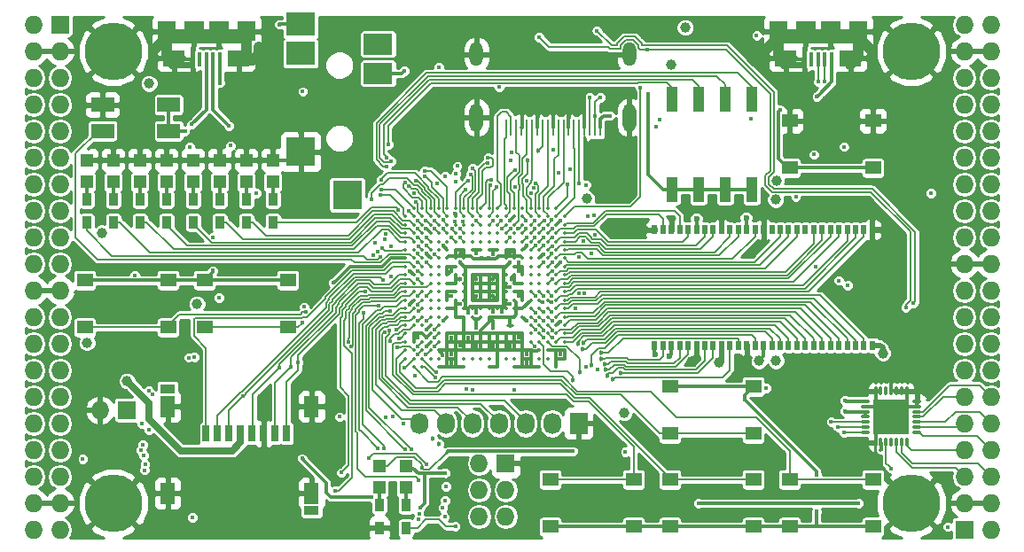
<source format=gtl>
G04 #@! TF.FileFunction,Copper,L1,Top,Signal*
%FSLAX46Y46*%
G04 Gerber Fmt 4.6, Leading zero omitted, Abs format (unit mm)*
G04 Created by KiCad (PCBNEW 4.0.7+dfsg1-1) date Mon Oct 23 00:18:53 2017*
%MOMM*%
%LPD*%
G01*
G04 APERTURE LIST*
%ADD10C,0.100000*%
%ADD11R,1.198880X1.198880*%
%ADD12R,0.560000X0.900000*%
%ADD13R,1.727200X1.727200*%
%ADD14O,1.727200X1.727200*%
%ADD15C,5.500000*%
%ADD16R,2.200000X1.400000*%
%ADD17R,0.900000X1.200000*%
%ADD18R,2.100000X1.600000*%
%ADD19R,1.900000X1.900000*%
%ADD20R,0.400000X1.350000*%
%ADD21R,1.800000X1.900000*%
%ADD22O,0.850000X0.300000*%
%ADD23O,0.300000X0.850000*%
%ADD24R,1.675000X1.675000*%
%ADD25R,1.727200X2.032000*%
%ADD26O,1.727200X2.032000*%
%ADD27R,2.800000X2.200000*%
%ADD28R,2.800000X2.800000*%
%ADD29R,2.800000X2.000000*%
%ADD30O,1.300000X2.700000*%
%ADD31O,1.300000X2.300000*%
%ADD32R,0.250000X1.600000*%
%ADD33R,1.550000X1.300000*%
%ADD34R,1.120000X2.440000*%
%ADD35C,0.350000*%
%ADD36R,0.700000X1.500000*%
%ADD37R,1.450000X0.900000*%
%ADD38R,1.450000X2.000000*%
%ADD39C,0.400000*%
%ADD40C,0.454000*%
%ADD41C,1.000000*%
%ADD42C,0.600000*%
%ADD43C,0.300000*%
%ADD44C,1.000000*%
%ADD45C,0.600000*%
%ADD46C,0.500000*%
%ADD47C,0.190000*%
%ADD48C,0.200000*%
%ADD49C,0.700000*%
%ADD50C,0.254000*%
G04 APERTURE END LIST*
D10*
D11*
X118230000Y-77709020D03*
X118230000Y-75610980D03*
X115690000Y-77709020D03*
X115690000Y-75610980D03*
X113150000Y-77709020D03*
X113150000Y-75610980D03*
X110610000Y-77709020D03*
X110610000Y-75610980D03*
X108070000Y-77709020D03*
X108070000Y-75610980D03*
X105530000Y-77709020D03*
X105530000Y-75610980D03*
X102990000Y-77709020D03*
X102990000Y-75610980D03*
X100450000Y-77709020D03*
X100450000Y-75610980D03*
D12*
X175480000Y-82270000D03*
X154680000Y-93330000D03*
X155480000Y-93330000D03*
X156280000Y-93330000D03*
X157080000Y-93330000D03*
X157880000Y-93330000D03*
X158680000Y-93330000D03*
X159480000Y-93330000D03*
X160280000Y-93330000D03*
X161080000Y-93330000D03*
X161880000Y-93330000D03*
X162680000Y-93330000D03*
X163480000Y-93330000D03*
X164280000Y-93330000D03*
X165080000Y-93330000D03*
X165880000Y-93330000D03*
X166680000Y-93330000D03*
X167480000Y-93330000D03*
X168280000Y-93330000D03*
X169080000Y-93330000D03*
X169880000Y-93330000D03*
X170680000Y-93330000D03*
X171480000Y-93330000D03*
X172280000Y-93330000D03*
X173080000Y-93330000D03*
X173880000Y-93330000D03*
X174680000Y-93330000D03*
X175480000Y-93330000D03*
X174680000Y-82270000D03*
X173880000Y-82270000D03*
X173080000Y-82270000D03*
X172280000Y-82270000D03*
X171480000Y-82270000D03*
X170680000Y-82270000D03*
X169880000Y-82270000D03*
X169080000Y-82270000D03*
X168280000Y-82270000D03*
X167480000Y-82270000D03*
X166680000Y-82270000D03*
X165880000Y-82270000D03*
X165080000Y-82270000D03*
X164280000Y-82270000D03*
X163480000Y-82270000D03*
X162680000Y-82270000D03*
X161880000Y-82270000D03*
X161080000Y-82270000D03*
X160280000Y-82270000D03*
X159480000Y-82270000D03*
X158680000Y-82270000D03*
X157880000Y-82270000D03*
X157080000Y-82270000D03*
X156280000Y-82270000D03*
X155480000Y-82270000D03*
X154680000Y-82270000D03*
D13*
X97910000Y-62690000D03*
D14*
X95370000Y-62690000D03*
X97910000Y-65230000D03*
X95370000Y-65230000D03*
X97910000Y-67770000D03*
X95370000Y-67770000D03*
X97910000Y-70310000D03*
X95370000Y-70310000D03*
X97910000Y-72850000D03*
X95370000Y-72850000D03*
X97910000Y-75390000D03*
X95370000Y-75390000D03*
X97910000Y-77930000D03*
X95370000Y-77930000D03*
X97910000Y-80470000D03*
X95370000Y-80470000D03*
X97910000Y-83010000D03*
X95370000Y-83010000D03*
X97910000Y-85550000D03*
X95370000Y-85550000D03*
X97910000Y-88090000D03*
X95370000Y-88090000D03*
X97910000Y-90630000D03*
X95370000Y-90630000D03*
X97910000Y-93170000D03*
X95370000Y-93170000D03*
X97910000Y-95710000D03*
X95370000Y-95710000D03*
X97910000Y-98250000D03*
X95370000Y-98250000D03*
X97910000Y-100790000D03*
X95370000Y-100790000D03*
X97910000Y-103330000D03*
X95370000Y-103330000D03*
X97910000Y-105870000D03*
X95370000Y-105870000D03*
X97910000Y-108410000D03*
X95370000Y-108410000D03*
X97910000Y-110950000D03*
X95370000Y-110950000D03*
D13*
X184270000Y-110950000D03*
D14*
X186810000Y-110950000D03*
X184270000Y-108410000D03*
X186810000Y-108410000D03*
X184270000Y-105870000D03*
X186810000Y-105870000D03*
X184270000Y-103330000D03*
X186810000Y-103330000D03*
X184270000Y-100790000D03*
X186810000Y-100790000D03*
X184270000Y-98250000D03*
X186810000Y-98250000D03*
X184270000Y-95710000D03*
X186810000Y-95710000D03*
X184270000Y-93170000D03*
X186810000Y-93170000D03*
X184270000Y-90630000D03*
X186810000Y-90630000D03*
X184270000Y-88090000D03*
X186810000Y-88090000D03*
X184270000Y-85550000D03*
X186810000Y-85550000D03*
X184270000Y-83010000D03*
X186810000Y-83010000D03*
X184270000Y-80470000D03*
X186810000Y-80470000D03*
X184270000Y-77930000D03*
X186810000Y-77930000D03*
X184270000Y-75390000D03*
X186810000Y-75390000D03*
X184270000Y-72850000D03*
X186810000Y-72850000D03*
X184270000Y-70310000D03*
X186810000Y-70310000D03*
X184270000Y-67770000D03*
X186810000Y-67770000D03*
X184270000Y-65230000D03*
X186810000Y-65230000D03*
X184270000Y-62690000D03*
X186810000Y-62690000D03*
D15*
X102990000Y-108410000D03*
X179190000Y-108410000D03*
X179190000Y-65230000D03*
X102990000Y-65230000D03*
D16*
X108274000Y-70330000D03*
X101974000Y-70330000D03*
X101974000Y-72830000D03*
X108274000Y-72830000D03*
D13*
X104260000Y-99520000D03*
D14*
X101720000Y-99520000D03*
D11*
X128390000Y-104820980D03*
X128390000Y-106919020D03*
X130930000Y-104820980D03*
X130930000Y-106919020D03*
D17*
X128390000Y-108580000D03*
X128390000Y-110780000D03*
X130930000Y-110780000D03*
X130930000Y-108580000D03*
D18*
X114980000Y-65875000D03*
X108780000Y-65875000D03*
D19*
X113080000Y-63325000D03*
X110680000Y-63325000D03*
D20*
X113180000Y-66000000D03*
X112530000Y-66000000D03*
X111880000Y-66000000D03*
X111230000Y-66000000D03*
X110580000Y-66000000D03*
D21*
X115680000Y-63325000D03*
X108080000Y-63325000D03*
D18*
X173400000Y-65875000D03*
X167200000Y-65875000D03*
D19*
X171500000Y-63325000D03*
X169100000Y-63325000D03*
D20*
X171600000Y-66000000D03*
X170950000Y-66000000D03*
X170300000Y-66000000D03*
X169650000Y-66000000D03*
X169000000Y-66000000D03*
D21*
X174100000Y-63325000D03*
X166500000Y-63325000D03*
D13*
X140455000Y-104600000D03*
D14*
X137915000Y-104600000D03*
X140455000Y-107140000D03*
X137915000Y-107140000D03*
X140455000Y-109680000D03*
X137915000Y-109680000D03*
D17*
X118230000Y-81570000D03*
X118230000Y-79370000D03*
X115690000Y-81570000D03*
X115690000Y-79370000D03*
X113150000Y-81570000D03*
X113150000Y-79370000D03*
X110610000Y-81570000D03*
X110610000Y-79370000D03*
X108070000Y-81570000D03*
X108070000Y-79370000D03*
X105530000Y-81570000D03*
X105530000Y-79370000D03*
X102990000Y-81570000D03*
X102990000Y-79370000D03*
X100450000Y-81570000D03*
X100450000Y-79370000D03*
D22*
X179735000Y-101655000D03*
X179735000Y-101155000D03*
X179735000Y-100655000D03*
X179735000Y-100155000D03*
X179735000Y-99655000D03*
X179735000Y-99155000D03*
X179735000Y-98655000D03*
D23*
X178785000Y-97705000D03*
X178285000Y-97705000D03*
X177785000Y-97705000D03*
X177285000Y-97705000D03*
X176785000Y-97705000D03*
X176285000Y-97705000D03*
X175785000Y-97705000D03*
D22*
X174835000Y-98655000D03*
X174835000Y-99155000D03*
X174835000Y-99655000D03*
X174835000Y-100155000D03*
X174835000Y-100655000D03*
X174835000Y-101155000D03*
X174835000Y-101655000D03*
D23*
X175785000Y-102605000D03*
X176285000Y-102605000D03*
X176785000Y-102605000D03*
X177285000Y-102605000D03*
X177785000Y-102605000D03*
X178285000Y-102605000D03*
X178785000Y-102605000D03*
D24*
X176447500Y-99317500D03*
X176447500Y-100992500D03*
X178122500Y-99317500D03*
X178122500Y-100992500D03*
D25*
X147440000Y-100790000D03*
D26*
X144900000Y-100790000D03*
X142360000Y-100790000D03*
X139820000Y-100790000D03*
X137280000Y-100790000D03*
X134740000Y-100790000D03*
X132200000Y-100790000D03*
D27*
X120880000Y-62640000D03*
X120880000Y-65440000D03*
D28*
X120880000Y-74840000D03*
X125330000Y-78940000D03*
D29*
X128280000Y-67340000D03*
X128280000Y-64540000D03*
D30*
X152280000Y-71550000D03*
X137680000Y-71550000D03*
D31*
X137680000Y-65500000D03*
D32*
X140480000Y-72500000D03*
X140980000Y-72500000D03*
X141480000Y-72500000D03*
X141980000Y-72500000D03*
X142480000Y-72500000D03*
X142980000Y-72500000D03*
X143480000Y-72500000D03*
X143980000Y-72500000D03*
X144480000Y-72500000D03*
X144980000Y-72500000D03*
X145480000Y-72500000D03*
X145980000Y-72500000D03*
X146480000Y-72500000D03*
X146980000Y-72500000D03*
X147480000Y-72500000D03*
X147980000Y-72500000D03*
X148480000Y-72500000D03*
X148980000Y-72500000D03*
X149480000Y-72500000D03*
D31*
X152280000Y-65500000D03*
D33*
X175550000Y-71870000D03*
X175550000Y-76370000D03*
X167590000Y-76370000D03*
X167590000Y-71870000D03*
X100280000Y-91610000D03*
X100280000Y-87110000D03*
X108240000Y-87110000D03*
X108240000Y-91610000D03*
X111710000Y-91610000D03*
X111710000Y-87110000D03*
X119670000Y-87110000D03*
X119670000Y-91610000D03*
X156160000Y-101770000D03*
X156160000Y-97270000D03*
X164120000Y-97270000D03*
X164120000Y-101770000D03*
X164120000Y-106160000D03*
X164120000Y-110660000D03*
X156160000Y-110660000D03*
X156160000Y-106160000D03*
X152690000Y-106160000D03*
X152690000Y-110660000D03*
X144730000Y-110660000D03*
X144730000Y-106160000D03*
X175550000Y-106160000D03*
X175550000Y-110660000D03*
X167590000Y-110660000D03*
X167590000Y-106160000D03*
D34*
X163950000Y-69815000D03*
X156330000Y-78425000D03*
X161410000Y-69815000D03*
X158870000Y-78425000D03*
X158870000Y-69815000D03*
X161410000Y-78425000D03*
X156330000Y-69815000D03*
X163950000Y-78425000D03*
D35*
X131680000Y-80200000D03*
X132480000Y-80200000D03*
X133280000Y-80200000D03*
X134080000Y-80200000D03*
X134880000Y-80200000D03*
X135680000Y-80200000D03*
X136480000Y-80200000D03*
X137280000Y-80200000D03*
X138080000Y-80200000D03*
X138880000Y-80200000D03*
X139680000Y-80200000D03*
X140480000Y-80200000D03*
X141280000Y-80200000D03*
X142080000Y-80200000D03*
X142880000Y-80200000D03*
X143680000Y-80200000D03*
X144480000Y-80200000D03*
X145280000Y-80200000D03*
X130880000Y-81000000D03*
X131680000Y-81000000D03*
X132480000Y-81000000D03*
X133280000Y-81000000D03*
X134080000Y-81000000D03*
X134880000Y-81000000D03*
X135680000Y-81000000D03*
X136480000Y-81000000D03*
X137280000Y-81000000D03*
X138080000Y-81000000D03*
X138880000Y-81000000D03*
X139680000Y-81000000D03*
X140480000Y-81000000D03*
X141280000Y-81000000D03*
X142080000Y-81000000D03*
X142880000Y-81000000D03*
X143680000Y-81000000D03*
X144480000Y-81000000D03*
X145280000Y-81000000D03*
X146080000Y-81000000D03*
X130880000Y-81800000D03*
X131680000Y-81800000D03*
X132480000Y-81800000D03*
X133280000Y-81800000D03*
X134080000Y-81800000D03*
X134880000Y-81800000D03*
X135680000Y-81800000D03*
X136480000Y-81800000D03*
X137280000Y-81800000D03*
X138080000Y-81800000D03*
X138880000Y-81800000D03*
X139680000Y-81800000D03*
X140480000Y-81800000D03*
X141280000Y-81800000D03*
X142080000Y-81800000D03*
X142880000Y-81800000D03*
X143680000Y-81800000D03*
X144480000Y-81800000D03*
X145280000Y-81800000D03*
X146080000Y-81800000D03*
X130880000Y-82600000D03*
X131680000Y-82600000D03*
X132480000Y-82600000D03*
X133280000Y-82600000D03*
X134080000Y-82600000D03*
X134880000Y-82600000D03*
X135680000Y-82600000D03*
X136480000Y-82600000D03*
X137280000Y-82600000D03*
X138080000Y-82600000D03*
X138880000Y-82600000D03*
X139680000Y-82600000D03*
X140480000Y-82600000D03*
X141280000Y-82600000D03*
X142080000Y-82600000D03*
X142880000Y-82600000D03*
X143680000Y-82600000D03*
X144480000Y-82600000D03*
X145280000Y-82600000D03*
X146080000Y-82600000D03*
X130880000Y-83400000D03*
X131680000Y-83400000D03*
X132480000Y-83400000D03*
X133280000Y-83400000D03*
X134080000Y-83400000D03*
X134880000Y-83400000D03*
X135680000Y-83400000D03*
X136480000Y-83400000D03*
X137280000Y-83400000D03*
X138080000Y-83400000D03*
X138880000Y-83400000D03*
X139680000Y-83400000D03*
X140480000Y-83400000D03*
X141280000Y-83400000D03*
X142080000Y-83400000D03*
X142880000Y-83400000D03*
X143680000Y-83400000D03*
X144480000Y-83400000D03*
X145280000Y-83400000D03*
X146080000Y-83400000D03*
X130880000Y-84200000D03*
X131680000Y-84200000D03*
X132480000Y-84200000D03*
X133280000Y-84200000D03*
X134080000Y-84200000D03*
X134880000Y-84200000D03*
X135680000Y-84200000D03*
X136480000Y-84200000D03*
X137280000Y-84200000D03*
X138080000Y-84200000D03*
X138880000Y-84200000D03*
X139680000Y-84200000D03*
X140480000Y-84200000D03*
X141280000Y-84200000D03*
X142080000Y-84200000D03*
X142880000Y-84200000D03*
X143680000Y-84200000D03*
X144480000Y-84200000D03*
X145280000Y-84200000D03*
X146080000Y-84200000D03*
X130880000Y-85000000D03*
X131680000Y-85000000D03*
X132480000Y-85000000D03*
X133280000Y-85000000D03*
X134080000Y-85000000D03*
X134880000Y-85000000D03*
X135680000Y-85000000D03*
X136480000Y-85000000D03*
X137280000Y-85000000D03*
X138080000Y-85000000D03*
X138880000Y-85000000D03*
X139680000Y-85000000D03*
X140480000Y-85000000D03*
X141280000Y-85000000D03*
X142080000Y-85000000D03*
X142880000Y-85000000D03*
X143680000Y-85000000D03*
X144480000Y-85000000D03*
X145280000Y-85000000D03*
X146080000Y-85000000D03*
X130880000Y-85800000D03*
X131680000Y-85800000D03*
X132480000Y-85800000D03*
X133280000Y-85800000D03*
X134080000Y-85800000D03*
X134880000Y-85800000D03*
X135680000Y-85800000D03*
X136480000Y-85800000D03*
X137280000Y-85800000D03*
X138080000Y-85800000D03*
X138880000Y-85800000D03*
X139680000Y-85800000D03*
X140480000Y-85800000D03*
X141280000Y-85800000D03*
X142080000Y-85800000D03*
X142880000Y-85800000D03*
X143680000Y-85800000D03*
X144480000Y-85800000D03*
X145280000Y-85800000D03*
X146080000Y-85800000D03*
X130880000Y-86600000D03*
X131680000Y-86600000D03*
X132480000Y-86600000D03*
X133280000Y-86600000D03*
X134080000Y-86600000D03*
X134880000Y-86600000D03*
X135680000Y-86600000D03*
X136480000Y-86600000D03*
X137280000Y-86600000D03*
X138080000Y-86600000D03*
X138880000Y-86600000D03*
X139680000Y-86600000D03*
X140480000Y-86600000D03*
X141280000Y-86600000D03*
X142080000Y-86600000D03*
X142880000Y-86600000D03*
X143680000Y-86600000D03*
X144480000Y-86600000D03*
X145280000Y-86600000D03*
X146080000Y-86600000D03*
X130880000Y-87400000D03*
X131680000Y-87400000D03*
X132480000Y-87400000D03*
X133280000Y-87400000D03*
X134080000Y-87400000D03*
X134880000Y-87400000D03*
X135680000Y-87400000D03*
X136480000Y-87400000D03*
X137280000Y-87400000D03*
X138080000Y-87400000D03*
X138880000Y-87400000D03*
X139680000Y-87400000D03*
X140480000Y-87400000D03*
X141280000Y-87400000D03*
X142080000Y-87400000D03*
X142880000Y-87400000D03*
X143680000Y-87400000D03*
X144480000Y-87400000D03*
X145280000Y-87400000D03*
X146080000Y-87400000D03*
X130880000Y-88200000D03*
X131680000Y-88200000D03*
X132480000Y-88200000D03*
X133280000Y-88200000D03*
X134080000Y-88200000D03*
X134880000Y-88200000D03*
X135680000Y-88200000D03*
X136480000Y-88200000D03*
X137280000Y-88200000D03*
X138080000Y-88200000D03*
X138880000Y-88200000D03*
X139680000Y-88200000D03*
X140480000Y-88200000D03*
X141280000Y-88200000D03*
X142080000Y-88200000D03*
X142880000Y-88200000D03*
X143680000Y-88200000D03*
X144480000Y-88200000D03*
X145280000Y-88200000D03*
X146080000Y-88200000D03*
X130880000Y-89000000D03*
X131680000Y-89000000D03*
X132480000Y-89000000D03*
X133280000Y-89000000D03*
X134080000Y-89000000D03*
X134880000Y-89000000D03*
X135680000Y-89000000D03*
X136480000Y-89000000D03*
X137280000Y-89000000D03*
X138080000Y-89000000D03*
X138880000Y-89000000D03*
X139680000Y-89000000D03*
X140480000Y-89000000D03*
X141280000Y-89000000D03*
X142080000Y-89000000D03*
X142880000Y-89000000D03*
X143680000Y-89000000D03*
X144480000Y-89000000D03*
X145280000Y-89000000D03*
X146080000Y-89000000D03*
X130880000Y-89800000D03*
X131680000Y-89800000D03*
X132480000Y-89800000D03*
X133280000Y-89800000D03*
X134080000Y-89800000D03*
X134880000Y-89800000D03*
X135680000Y-89800000D03*
X136480000Y-89800000D03*
X137280000Y-89800000D03*
X138080000Y-89800000D03*
X138880000Y-89800000D03*
X139680000Y-89800000D03*
X140480000Y-89800000D03*
X141280000Y-89800000D03*
X142080000Y-89800000D03*
X142880000Y-89800000D03*
X143680000Y-89800000D03*
X144480000Y-89800000D03*
X145280000Y-89800000D03*
X146080000Y-89800000D03*
X130880000Y-90600000D03*
X131680000Y-90600000D03*
X132480000Y-90600000D03*
X133280000Y-90600000D03*
X134080000Y-90600000D03*
X134880000Y-90600000D03*
X135680000Y-90600000D03*
X136480000Y-90600000D03*
X137280000Y-90600000D03*
X138080000Y-90600000D03*
X138880000Y-90600000D03*
X139680000Y-90600000D03*
X140480000Y-90600000D03*
X141280000Y-90600000D03*
X142080000Y-90600000D03*
X142880000Y-90600000D03*
X143680000Y-90600000D03*
X144480000Y-90600000D03*
X145280000Y-90600000D03*
X146080000Y-90600000D03*
X130880000Y-91400000D03*
X131680000Y-91400000D03*
X132480000Y-91400000D03*
X133280000Y-91400000D03*
X134080000Y-91400000D03*
X142880000Y-91400000D03*
X143680000Y-91400000D03*
X144480000Y-91400000D03*
X145280000Y-91400000D03*
X146080000Y-91400000D03*
X130880000Y-92200000D03*
X131680000Y-92200000D03*
X132480000Y-92200000D03*
X133280000Y-92200000D03*
X134080000Y-92200000D03*
X134880000Y-92200000D03*
X135680000Y-92200000D03*
X136480000Y-92200000D03*
X137280000Y-92200000D03*
X138080000Y-92200000D03*
X138880000Y-92200000D03*
X139680000Y-92200000D03*
X140480000Y-92200000D03*
X141280000Y-92200000D03*
X142080000Y-92200000D03*
X142880000Y-92200000D03*
X143680000Y-92200000D03*
X144480000Y-92200000D03*
X145280000Y-92200000D03*
X146080000Y-92200000D03*
X130880000Y-93000000D03*
X131680000Y-93000000D03*
X132480000Y-93000000D03*
X133280000Y-93000000D03*
X134080000Y-93000000D03*
X134880000Y-93000000D03*
X135680000Y-93000000D03*
X136480000Y-93000000D03*
X137280000Y-93000000D03*
X138080000Y-93000000D03*
X138880000Y-93000000D03*
X139680000Y-93000000D03*
X140480000Y-93000000D03*
X141280000Y-93000000D03*
X142080000Y-93000000D03*
X142880000Y-93000000D03*
X143680000Y-93000000D03*
X144480000Y-93000000D03*
X145280000Y-93000000D03*
X146080000Y-93000000D03*
X130880000Y-93800000D03*
X131680000Y-93800000D03*
X132480000Y-93800000D03*
X133280000Y-93800000D03*
X134080000Y-93800000D03*
X134880000Y-93800000D03*
X135680000Y-93800000D03*
X136480000Y-93800000D03*
X137280000Y-93800000D03*
X138080000Y-93800000D03*
X138880000Y-93800000D03*
X139680000Y-93800000D03*
X140480000Y-93800000D03*
X141280000Y-93800000D03*
X142080000Y-93800000D03*
X142880000Y-93800000D03*
X143680000Y-93800000D03*
X144480000Y-93800000D03*
X145280000Y-93800000D03*
X146080000Y-93800000D03*
X130880000Y-94600000D03*
X131680000Y-94600000D03*
X132480000Y-94600000D03*
X133280000Y-94600000D03*
X134080000Y-94600000D03*
X134880000Y-94600000D03*
X135680000Y-94600000D03*
X136480000Y-94600000D03*
X137280000Y-94600000D03*
X138080000Y-94600000D03*
X138880000Y-94600000D03*
X139680000Y-94600000D03*
X140480000Y-94600000D03*
X141280000Y-94600000D03*
X142080000Y-94600000D03*
X142880000Y-94600000D03*
X143680000Y-94600000D03*
X144480000Y-94600000D03*
X145280000Y-94600000D03*
X146080000Y-94600000D03*
X131680000Y-95400000D03*
X132480000Y-95400000D03*
X134080000Y-95400000D03*
X134880000Y-95400000D03*
X135680000Y-95400000D03*
X136480000Y-95400000D03*
X138880000Y-95400000D03*
X139680000Y-95400000D03*
X141280000Y-95400000D03*
X142080000Y-95400000D03*
X142880000Y-95400000D03*
X143680000Y-95400000D03*
X145280000Y-95400000D03*
D36*
X111855000Y-101765000D03*
X112955000Y-101765000D03*
X114055000Y-101765000D03*
X115155000Y-101765000D03*
X116255000Y-101765000D03*
X117355000Y-101765000D03*
X118455000Y-101765000D03*
X119555000Y-101765000D03*
D37*
X108180000Y-97465000D03*
X121930000Y-109115000D03*
D38*
X121930000Y-99165000D03*
X108180000Y-99165000D03*
X108180000Y-107465000D03*
X121930000Y-107465000D03*
D39*
X137680000Y-88600000D03*
X142480000Y-95000000D03*
X141680000Y-92600000D03*
X140836000Y-84534000D03*
X135284627Y-94985297D03*
X135288625Y-94225619D03*
X134455822Y-94267172D03*
X131280000Y-89450837D03*
X120770000Y-72215000D03*
X136095958Y-93369652D03*
D40*
X139264636Y-91615205D03*
D39*
X139575609Y-69792857D03*
D41*
X116880503Y-64802940D03*
X106974809Y-64953974D03*
X175210328Y-64948943D03*
X165417246Y-64954666D03*
D39*
X175495631Y-71457432D03*
X146468970Y-70993942D03*
X144978424Y-71024054D03*
X143480350Y-71016526D03*
X142000564Y-71008511D03*
X147987361Y-71377791D03*
X144102010Y-84600000D03*
X132880424Y-84561218D03*
X135567436Y-80702302D03*
X132810347Y-82177990D03*
X145713035Y-91022010D03*
X145680000Y-94177990D03*
X177285000Y-95710000D03*
D41*
X177229911Y-82281349D03*
D39*
X170046000Y-85804000D03*
D42*
X164741832Y-81130572D03*
X161067993Y-81216119D03*
D41*
X158233687Y-94852616D03*
X162992748Y-94820185D03*
D42*
X156280000Y-81210838D03*
D39*
X131254529Y-86251357D03*
X140880000Y-81400000D03*
X136085174Y-89394826D03*
X145680000Y-81400000D03*
X150080000Y-81600000D03*
X140874194Y-91433353D03*
X145680000Y-85422010D03*
X142480000Y-94200000D03*
X140880000Y-93400000D03*
X139280000Y-93400000D03*
X137680000Y-93400000D03*
X136880000Y-92600000D03*
X135280000Y-92600000D03*
X132880000Y-91800000D03*
X132880000Y-93400000D03*
D40*
X141042859Y-86994997D03*
X139280000Y-87000000D03*
X136110990Y-86995403D03*
X137680000Y-87000000D03*
X136080000Y-84600000D03*
X139280000Y-88600000D03*
D39*
X121003132Y-104131127D03*
X127656639Y-107816792D03*
D41*
X156235582Y-66548363D03*
X166321614Y-77572282D03*
X166248957Y-79408030D03*
X101932065Y-82585048D03*
X106417803Y-68312483D03*
X166280000Y-94800000D03*
D39*
X150457224Y-71377791D03*
X172289562Y-87124051D03*
D41*
X157600000Y-62944000D03*
D39*
X148160764Y-77980787D03*
X154794000Y-72426000D03*
D41*
X148202000Y-79327000D03*
D39*
X129005202Y-100174798D03*
X137659051Y-91638034D03*
X139820000Y-68665673D03*
X172834633Y-99599920D03*
X172879922Y-98618650D03*
X176305593Y-103279812D03*
X165349214Y-97422919D03*
D41*
X160875897Y-94988750D03*
D39*
X164433885Y-63737451D03*
X134079160Y-66786153D03*
X109828000Y-72830000D03*
X116654336Y-78777990D03*
D41*
X176474303Y-94069095D03*
D39*
X173094000Y-87582000D03*
D41*
X100479904Y-93063904D03*
D42*
X163422030Y-81120665D03*
X154726292Y-94171363D03*
X156077107Y-94380779D03*
X158680000Y-81210838D03*
D39*
X112515000Y-83010000D03*
X181065000Y-78785000D03*
X110529662Y-109760338D03*
X100080000Y-104200000D03*
X113080000Y-88800000D03*
D41*
X164653770Y-94825547D03*
D39*
X135273306Y-88618602D03*
X139272517Y-84611349D03*
X137680556Y-84534085D03*
X141680000Y-86200000D03*
X135280000Y-86200000D03*
X132880000Y-92600000D03*
X132080000Y-92600000D03*
X141680000Y-88600000D03*
X141680000Y-85400000D03*
D41*
X151758000Y-99774000D03*
D39*
X136885174Y-90194826D03*
X140094890Y-90122990D03*
X139280000Y-90122990D03*
X140880000Y-89400000D03*
X137680000Y-90172990D03*
X140880000Y-87800000D03*
X140880000Y-85400000D03*
D40*
X136080000Y-85400000D03*
D39*
X130022680Y-91834237D03*
X121369010Y-90164222D03*
X130279644Y-92674772D03*
X121041200Y-91125073D03*
D41*
X110991000Y-89360000D03*
D39*
X142480000Y-91000000D03*
X142480000Y-83800000D03*
X134480000Y-83800000D03*
X134480000Y-91000000D03*
X121086654Y-69078528D03*
X105037711Y-86632990D03*
X155149360Y-71764535D03*
X170182962Y-69571012D03*
X174110000Y-108410000D03*
X158870000Y-108410000D03*
X137295592Y-97538017D03*
X134750646Y-106810513D03*
X133680000Y-91800000D03*
D40*
X134074414Y-102752225D03*
D39*
X136740903Y-97514503D03*
X134675868Y-108131585D03*
D40*
X133449289Y-102232615D03*
D39*
X133680000Y-92600000D03*
X133685482Y-93402296D03*
X127358154Y-104128048D03*
X132936956Y-104698915D03*
X134463998Y-108841973D03*
X130692380Y-100790000D03*
X131808905Y-96227367D03*
X134636872Y-109719950D03*
X132846234Y-94197073D03*
X118858690Y-62658970D03*
X130761990Y-67119621D03*
X148477832Y-69619684D03*
X149475951Y-69619684D03*
X148991194Y-71377791D03*
X153984196Y-65077116D03*
X153322343Y-68673419D03*
X143650666Y-63862520D03*
X178665908Y-89713903D03*
X149183754Y-63257114D03*
X179375977Y-89317806D03*
X140035989Y-81400000D03*
X115404683Y-98167821D03*
X128776655Y-87110882D03*
X132077895Y-86272150D03*
X118843798Y-95498222D03*
D40*
X119978162Y-95412951D03*
X120634035Y-94977604D03*
D39*
X113212238Y-68244401D03*
X146387166Y-77939336D03*
X147480000Y-77822010D03*
X131453853Y-103260518D03*
X144891634Y-91008466D03*
D40*
X148653935Y-95249010D03*
X149565978Y-94054788D03*
D39*
X144867244Y-90164455D03*
D40*
X150720500Y-96575802D03*
D39*
X144890381Y-83866022D03*
D40*
X151448039Y-95951686D03*
D39*
X144894101Y-83022010D03*
D40*
X150149219Y-96229829D03*
D39*
X144901285Y-86268736D03*
D40*
X150033441Y-95660469D03*
D39*
X144888562Y-86993817D03*
D40*
X149952517Y-95085120D03*
D39*
X144877648Y-88622010D03*
D40*
X149584522Y-94635504D03*
D39*
X144810610Y-89177990D03*
X144895773Y-91874444D03*
D40*
X147777713Y-93691005D03*
D39*
X144113248Y-92588762D03*
D40*
X147356233Y-93219138D03*
X147915304Y-93060979D03*
D39*
X144882352Y-92577990D03*
X130807074Y-95454141D03*
X130141304Y-93531435D03*
X132080000Y-93400000D03*
X129438098Y-92922893D03*
X133852393Y-95875797D03*
X141280000Y-97600000D03*
X133762848Y-96395146D03*
X132080000Y-94200000D03*
X128669601Y-84020243D03*
X105906712Y-103816552D03*
X132080000Y-89450837D03*
X130839486Y-103260518D03*
X129459184Y-90039192D03*
X128806823Y-103185900D03*
X132162861Y-106185868D03*
X128321313Y-89539949D03*
X132880000Y-88600000D03*
X127040053Y-88166906D03*
X124741825Y-105494691D03*
X132080000Y-87000000D03*
X125740979Y-93452427D03*
X124202418Y-107207639D03*
D40*
X142530990Y-75662841D03*
X143525587Y-74749772D03*
D39*
X110313517Y-74380698D03*
X132146108Y-109940263D03*
X114166000Y-74247000D03*
X132189000Y-109415000D03*
X135694981Y-77648547D03*
X135567436Y-81489225D03*
X134702010Y-77200000D03*
X134471354Y-81347908D03*
X132761172Y-77202673D03*
X132737245Y-76676207D03*
X128545566Y-77476577D03*
X127643658Y-79355564D03*
X110718734Y-94451783D03*
X128515897Y-78994176D03*
X110193102Y-94489889D03*
X128569727Y-78469921D03*
X106368514Y-97662752D03*
X131230910Y-78113843D03*
X106741168Y-98035405D03*
X131709326Y-78745875D03*
X132783332Y-81399993D03*
X129016746Y-82660638D03*
X105679715Y-100783924D03*
X132084821Y-83022010D03*
X128948848Y-83183258D03*
X106401171Y-101377901D03*
X132886504Y-83777990D03*
X129513931Y-83860979D03*
X105803161Y-102850427D03*
X132117443Y-83866021D03*
X127966259Y-83515785D03*
X105651866Y-103355255D03*
X132079996Y-84503337D03*
X128261987Y-84383463D03*
X106023598Y-104697574D03*
X133671942Y-84595200D03*
X127824162Y-84676807D03*
X105973679Y-105248709D03*
X132875802Y-85428138D03*
D40*
X146862501Y-96617499D03*
X147534467Y-95913260D03*
D39*
X148102806Y-95339021D03*
X143280000Y-91000000D03*
X149207706Y-95605291D03*
X144082424Y-90132858D03*
X143989948Y-89177990D03*
X147125926Y-89802879D03*
X143281824Y-90201951D03*
X144102010Y-85397219D03*
X147422472Y-84858593D03*
X144886544Y-85385186D03*
X144102010Y-83000000D03*
X148975652Y-82755341D03*
X144885092Y-82177990D03*
X147470668Y-88324835D03*
X144082832Y-88584510D03*
X147997681Y-88324844D03*
X143278026Y-88595030D03*
X144102010Y-82185600D03*
X148935852Y-80899014D03*
X148337768Y-80975785D03*
X144866392Y-81333979D03*
X139280000Y-81400000D03*
X139585116Y-78205862D03*
X138968064Y-78040948D03*
X139049357Y-77520244D03*
X138775679Y-75942989D03*
X138779198Y-75400762D03*
X137680000Y-81400000D03*
X137308732Y-76415018D03*
X137106948Y-76979922D03*
X136856003Y-77562978D03*
X136634118Y-78451672D03*
X135830698Y-76200613D03*
X136411444Y-81497309D03*
X148668800Y-84550385D03*
X144877691Y-84532933D03*
X144102010Y-83800000D03*
X147894174Y-83335809D03*
X142852716Y-78759927D03*
X142473549Y-82998913D03*
X143105106Y-78295223D03*
X142396423Y-82191394D03*
X145494012Y-76834828D03*
X144146021Y-81374784D03*
X143331797Y-77819457D03*
X146627648Y-76461302D03*
X143257990Y-82207154D03*
X143257990Y-81379632D03*
X141380161Y-78226966D03*
X145017056Y-74655847D03*
X141657990Y-82130345D03*
X142413979Y-81382236D03*
X140080000Y-82200000D03*
X141342967Y-76554996D03*
X141046643Y-74873804D03*
X140864029Y-83041403D03*
X140980062Y-75681941D03*
X140924011Y-82179283D03*
X129542604Y-86703515D03*
X132880000Y-83022010D03*
X132080000Y-82177990D03*
X132080000Y-81400000D03*
X131847310Y-79589886D03*
X130856828Y-77742623D03*
X131923295Y-77584853D03*
X133654358Y-82177990D03*
X133627343Y-81396408D03*
X129382484Y-91925805D03*
X132880000Y-91000000D03*
X128880489Y-92086249D03*
X132077648Y-90977990D03*
X130196821Y-80377733D03*
X131180000Y-80500000D03*
X128489708Y-84867377D03*
X132079620Y-85428138D03*
X163908850Y-71651861D03*
X134501414Y-82177578D03*
X133922194Y-77854836D03*
X135656559Y-110610712D03*
X132448438Y-104994496D03*
X146844288Y-103452739D03*
X134707351Y-105508447D03*
X132280000Y-108800000D03*
D41*
X104309083Y-96731596D03*
D39*
X112515000Y-86185000D03*
X163277422Y-98501717D03*
X170126036Y-109212466D03*
X170157734Y-105666345D03*
X169895346Y-75092988D03*
X143257990Y-83000000D03*
X168166438Y-79108038D03*
X151896383Y-103510715D03*
X114039000Y-72342000D03*
X110483000Y-72215000D03*
X143269694Y-93414905D03*
X177274002Y-105079115D03*
X172761273Y-101651681D03*
X143280000Y-91800000D03*
X172193360Y-101105663D03*
X144064831Y-91877646D03*
X171540304Y-100645743D03*
X144080000Y-91000000D03*
X154044000Y-69294000D03*
X129061632Y-76229575D03*
X135280000Y-83022010D03*
X129493343Y-75737814D03*
X136080000Y-83000000D03*
X129122249Y-75363607D03*
X135345425Y-82176814D03*
X135725421Y-76909376D03*
X129252218Y-74142461D03*
X136080000Y-82200000D03*
X172746637Y-74347988D03*
X143280000Y-83800000D03*
X142480000Y-77600000D03*
X170300000Y-68151000D03*
X170950000Y-68125562D03*
X125423968Y-92992129D03*
X121206217Y-89662983D03*
X132156079Y-90030946D03*
X124027706Y-87347706D03*
X124027707Y-87347707D03*
X182654362Y-110665838D03*
X166678914Y-70803555D03*
X129660000Y-100155000D03*
X124580000Y-100155000D03*
X126880000Y-90200000D03*
X128280000Y-103200000D03*
X132080000Y-88600000D03*
D43*
X137280000Y-89000000D02*
X137680000Y-88600000D01*
X142480000Y-94600000D02*
X142880000Y-94600000D01*
X142080000Y-94600000D02*
X142480000Y-94600000D01*
X142480000Y-94600000D02*
X142480000Y-95000000D01*
X141680000Y-92200000D02*
X142080000Y-92200000D01*
X141280000Y-92200000D02*
X141680000Y-92200000D01*
X141680000Y-92200000D02*
X141680000Y-92600000D01*
X141280000Y-84200000D02*
X141170000Y-84200000D01*
X141170000Y-84200000D02*
X140836000Y-84534000D01*
X135284627Y-95395373D02*
X135284627Y-95268139D01*
X135280000Y-95400000D02*
X135284627Y-95395373D01*
X135284627Y-95268139D02*
X135284627Y-94985297D01*
X135288625Y-93942777D02*
X135288625Y-94225619D01*
X135288625Y-93808625D02*
X135288625Y-93942777D01*
X135280000Y-93800000D02*
X135288625Y-93808625D01*
X134455822Y-94175822D02*
X134455822Y-94267172D01*
X134080000Y-93800000D02*
X134455822Y-94175822D01*
X145280000Y-94600000D02*
X145280000Y-95400000D01*
X143498655Y-93891906D02*
X143590561Y-93800000D01*
X143040733Y-93891906D02*
X143498655Y-93891906D01*
X142880000Y-93800000D02*
X142948827Y-93800000D01*
X142948827Y-93800000D02*
X143040733Y-93891906D01*
X143590561Y-93800000D02*
X143680000Y-93800000D01*
X145280000Y-93800000D02*
X144480000Y-93800000D01*
X146080000Y-94600000D02*
X146080000Y-93800000D01*
X145280000Y-94600000D02*
X146080000Y-94600000D01*
X142080000Y-95400000D02*
X142080000Y-94600000D01*
X142880000Y-95400000D02*
X142880000Y-94600000D01*
X142880000Y-95400000D02*
X143680000Y-95400000D01*
X142080000Y-95400000D02*
X142880000Y-95400000D01*
X141280000Y-95400000D02*
X142080000Y-95400000D01*
X142080000Y-93000000D02*
X142080000Y-93800000D01*
X138880000Y-92200000D02*
X138880000Y-93000000D01*
X139680000Y-92200000D02*
X139680000Y-93000000D01*
X140480000Y-93000000D02*
X140480000Y-92200000D01*
X141280000Y-93000000D02*
X141280000Y-92200000D01*
X142080000Y-93000000D02*
X141280000Y-93000000D01*
X142080000Y-92200000D02*
X142080000Y-93000000D01*
X140480000Y-92200000D02*
X141280000Y-92200000D01*
X139680000Y-92200000D02*
X140480000Y-92200000D01*
X138880000Y-92200000D02*
X139680000Y-92200000D01*
X138080000Y-92200000D02*
X138880000Y-92200000D01*
X131280000Y-89400000D02*
X131280000Y-89450837D01*
X131680000Y-89000000D02*
X131280000Y-89400000D01*
X120880000Y-74840000D02*
X120880000Y-73140000D01*
X120880000Y-73140000D02*
X120770000Y-73030000D01*
X120770000Y-73030000D02*
X120770000Y-72215000D01*
X136095958Y-93086810D02*
X136095958Y-93369652D01*
X136080000Y-93000000D02*
X136095958Y-93015958D01*
X136095958Y-93015958D02*
X136095958Y-93086810D01*
X139264636Y-91294179D02*
X139264636Y-91615205D01*
X139264636Y-90984636D02*
X139264636Y-91294179D01*
X138880000Y-90600000D02*
X139264636Y-90984636D01*
X139858451Y-69792857D02*
X139575609Y-69792857D01*
X140192348Y-69792857D02*
X139858451Y-69792857D01*
X140785205Y-69200000D02*
X140192348Y-69792857D01*
X141880000Y-69200000D02*
X140785205Y-69200000D01*
D44*
X116880503Y-65510046D02*
X116880503Y-64802940D01*
X116265561Y-66124988D02*
X116880503Y-65510046D01*
X115680000Y-65910000D02*
X115894988Y-66124988D01*
X115680000Y-63960000D02*
X115680000Y-65910000D01*
X115894988Y-66124988D02*
X116265561Y-66124988D01*
X107474808Y-64453975D02*
X106974809Y-64953974D01*
X107968783Y-63960000D02*
X107474808Y-64453975D01*
X108080000Y-63960000D02*
X107968783Y-63960000D01*
X174710329Y-64448944D02*
X175210328Y-64948943D01*
X174100000Y-63960000D02*
X174221385Y-63960000D01*
X174221385Y-63960000D02*
X174710329Y-64448944D01*
X165917245Y-64454667D02*
X165417246Y-64954666D01*
X166411912Y-63960000D02*
X165917245Y-64454667D01*
X166500000Y-63960000D02*
X166411912Y-63960000D01*
D43*
X175495631Y-71740274D02*
X175495631Y-71457432D01*
X175495631Y-72230631D02*
X175495631Y-71740274D01*
X175535000Y-72270000D02*
X175495631Y-72230631D01*
X143480000Y-72500000D02*
X143480000Y-71016876D01*
X143480000Y-71016876D02*
X143480350Y-71016526D01*
X144980000Y-72500000D02*
X144980000Y-71025630D01*
X144980000Y-71025630D02*
X144978424Y-71024054D01*
X146480000Y-72500000D02*
X146480000Y-71004972D01*
X146480000Y-71004972D02*
X146468970Y-70993942D01*
X147980000Y-72500000D02*
X147980000Y-71385152D01*
X147980000Y-71385152D02*
X147987361Y-71377791D01*
X146468970Y-70711100D02*
X146468970Y-70993942D01*
X146468970Y-69211030D02*
X146468970Y-70711100D01*
X146480000Y-69200000D02*
X146468970Y-69211030D01*
X144978424Y-70741212D02*
X144978424Y-71024054D01*
X144978424Y-69201576D02*
X144978424Y-70741212D01*
X144980000Y-69200000D02*
X144978424Y-69201576D01*
X143480350Y-70733684D02*
X143480350Y-71016526D01*
X143480350Y-69200350D02*
X143480350Y-70733684D01*
X143480000Y-69200000D02*
X143480350Y-69200350D01*
X142000564Y-71008511D02*
X142000564Y-72479436D01*
X142000564Y-72479436D02*
X141980000Y-72500000D01*
X142000564Y-70725669D02*
X142000564Y-71008511D01*
X142000564Y-69320564D02*
X142000564Y-70725669D01*
X141880000Y-69200000D02*
X142000564Y-69320564D01*
X146480000Y-69200000D02*
X147780000Y-69200000D01*
X147780000Y-69200000D02*
X147940542Y-69360542D01*
X147987361Y-71094949D02*
X147987361Y-71377791D01*
X147940542Y-71048130D02*
X147987361Y-71094949D01*
X147940542Y-69360542D02*
X147940542Y-71048130D01*
D45*
X108780000Y-66510000D02*
X110455000Y-66510000D01*
D43*
X110455000Y-66510000D02*
X110580000Y-66635000D01*
D44*
X108080000Y-63960000D02*
X108080000Y-65810000D01*
X108080000Y-65810000D02*
X108780000Y-66510000D01*
X115680000Y-63960000D02*
X115680000Y-65810000D01*
D43*
X115680000Y-65810000D02*
X114980000Y-66510000D01*
D44*
X113080000Y-63960000D02*
X115680000Y-63960000D01*
X110680000Y-63960000D02*
X113080000Y-63960000D01*
X108080000Y-63960000D02*
X110680000Y-63960000D01*
D45*
X167200000Y-66510000D02*
X168875000Y-66510000D01*
D43*
X168875000Y-66510000D02*
X169000000Y-66635000D01*
D44*
X174100000Y-63960000D02*
X174100000Y-65810000D01*
X174100000Y-65810000D02*
X173400000Y-66510000D01*
X166500000Y-63960000D02*
X166500000Y-65810000D01*
X166500000Y-65810000D02*
X167200000Y-66510000D01*
X171500000Y-63960000D02*
X174100000Y-63960000D01*
X169100000Y-63960000D02*
X171500000Y-63960000D01*
X166500000Y-63960000D02*
X169100000Y-63960000D01*
D43*
X143680000Y-85000000D02*
X144080000Y-84600000D01*
X144080000Y-84600000D02*
X144102010Y-84600000D01*
X132880424Y-84600424D02*
X132880424Y-84561218D01*
X133280000Y-85000000D02*
X132880424Y-84600424D01*
X135680000Y-80752513D02*
X135629789Y-80702302D01*
X135629789Y-80702302D02*
X135567436Y-80702302D01*
X135680000Y-81000000D02*
X135680000Y-80752513D01*
X132857990Y-82177990D02*
X132810347Y-82177990D01*
X133280000Y-82600000D02*
X132857990Y-82177990D01*
X145657990Y-91022010D02*
X145713035Y-91022010D01*
X145280000Y-91400000D02*
X145657990Y-91022010D01*
X145680000Y-93800000D02*
X145680000Y-94177990D01*
X178785000Y-97705000D02*
X178785000Y-98655000D01*
X178785000Y-98655000D02*
X178122500Y-99317500D01*
X176285000Y-97705000D02*
X175785000Y-97705000D01*
X175785000Y-102605000D02*
X175785000Y-101655000D01*
X175785000Y-101655000D02*
X176447500Y-100992500D01*
X178122500Y-99317500D02*
X178122500Y-100992500D01*
X176447500Y-99317500D02*
X178122500Y-99317500D01*
X176447500Y-100992500D02*
X178122500Y-100992500D01*
X177285000Y-97705000D02*
X177285000Y-95710000D01*
X178122500Y-99317500D02*
X178285000Y-99155000D01*
X178285000Y-99155000D02*
X179735000Y-99155000D01*
X179735000Y-98655000D02*
X179735000Y-99155000D01*
X177785000Y-97705000D02*
X177920000Y-97705000D01*
X177920000Y-97705000D02*
X178285000Y-97705000D01*
X178285000Y-97705000D02*
X178785000Y-97705000D01*
X177285000Y-97705000D02*
X177785000Y-97705000D01*
X175785000Y-97705000D02*
X175785000Y-98655000D01*
X175785000Y-98655000D02*
X176447500Y-99317500D01*
X174835000Y-99155000D02*
X176285000Y-99155000D01*
X176285000Y-99155000D02*
X176447500Y-99317500D01*
X177241260Y-82270000D02*
X177229911Y-82281349D01*
X164941831Y-81330571D02*
X164741832Y-81130572D01*
X165080000Y-81468740D02*
X164941831Y-81330571D01*
X165080000Y-82270000D02*
X165080000Y-81468740D01*
X118230000Y-75610980D02*
X120109020Y-75610980D01*
X120109020Y-75610980D02*
X120880000Y-74840000D01*
X142280000Y-69200000D02*
X141880000Y-69200000D01*
X161080000Y-81228126D02*
X161067993Y-81216119D01*
X161080000Y-82270000D02*
X161080000Y-81228126D01*
D46*
X175480000Y-82270000D02*
X177241260Y-82270000D01*
D43*
X158680000Y-94406303D02*
X158433686Y-94652617D01*
X158433686Y-94652617D02*
X158233687Y-94852616D01*
X158680000Y-93330000D02*
X158680000Y-94406303D01*
X163192747Y-94620186D02*
X162992748Y-94820185D01*
X163480000Y-94332933D02*
X163192747Y-94620186D01*
X163480000Y-93330000D02*
X163480000Y-94332933D01*
X156280000Y-82270000D02*
X156280000Y-81210838D01*
X131331357Y-86251357D02*
X131254529Y-86251357D01*
X131680000Y-86600000D02*
X131331357Y-86251357D01*
X141280000Y-81000000D02*
X140880000Y-81400000D01*
X135685174Y-89394826D02*
X135802332Y-89394826D01*
X135680000Y-89400000D02*
X135685174Y-89394826D01*
X135802332Y-89394826D02*
X136085174Y-89394826D01*
X135054999Y-84825001D02*
X137080000Y-84825001D01*
X137280000Y-85000000D02*
X137105001Y-84825001D01*
X137105001Y-84825001D02*
X137080000Y-84825001D01*
X138280000Y-85088351D02*
X137368351Y-85088351D01*
X137368351Y-85088351D02*
X137280000Y-85000000D01*
X139680000Y-86600000D02*
X139280000Y-87000000D01*
X139680000Y-88200000D02*
X139680000Y-89000000D01*
X139680000Y-87400000D02*
X139680000Y-88200000D01*
X139680000Y-86600000D02*
X139680000Y-87400000D01*
X137280000Y-88200000D02*
X137280000Y-89000000D01*
X137280000Y-87400000D02*
X137280000Y-88200000D01*
X137280000Y-86600000D02*
X137280000Y-87400000D01*
X138880000Y-87400000D02*
X138880000Y-88200000D01*
X138880000Y-86600000D02*
X138880000Y-87400000D01*
X138080000Y-87400000D02*
X138080000Y-86600000D01*
X138080000Y-88200000D02*
X138080000Y-87400000D01*
X138080000Y-89000000D02*
X138080000Y-88200000D01*
X138080000Y-88200000D02*
X138880000Y-88200000D01*
X138080000Y-87400000D02*
X138880000Y-87400000D01*
X137280000Y-87400000D02*
X138080000Y-87400000D01*
X145454999Y-81625001D02*
X145680000Y-81400000D01*
X145280000Y-81800000D02*
X145454999Y-81625001D01*
X153430000Y-81600000D02*
X150080000Y-81600000D01*
X154680000Y-82270000D02*
X154100000Y-82270000D01*
X154100000Y-82270000D02*
X153430000Y-81600000D01*
X141480000Y-89800000D02*
X141480000Y-89200000D01*
X141480000Y-89200000D02*
X141280000Y-89000000D01*
X141280000Y-89800000D02*
X141480000Y-89800000D01*
X141480000Y-89800000D02*
X142080000Y-89800000D01*
X141454999Y-90425001D02*
X141454999Y-89825001D01*
X141454999Y-89825001D02*
X141480000Y-89800000D01*
X140874194Y-90605806D02*
X140874194Y-91150511D01*
X140880000Y-90600000D02*
X140874194Y-90605806D01*
X140874194Y-91150511D02*
X140874194Y-91433353D01*
X140480000Y-90600000D02*
X140880000Y-90600000D01*
X140880000Y-90600000D02*
X141280000Y-90600000D01*
X139680000Y-90600000D02*
X140480000Y-90600000D01*
X138880000Y-90600000D02*
X139680000Y-90600000D01*
X145280000Y-85800000D02*
X145657990Y-85422010D01*
X145657990Y-85422010D02*
X145680000Y-85422010D01*
X141280000Y-85000000D02*
X141280000Y-84800000D01*
X141280000Y-84200000D02*
X141280000Y-85000000D01*
X140480000Y-84200000D02*
X141280000Y-84200000D01*
X141280000Y-84800000D02*
X141280000Y-84200000D01*
X141905001Y-84825001D02*
X141305001Y-84825001D01*
X141305001Y-84825001D02*
X141280000Y-84800000D01*
X140480000Y-85000000D02*
X140480000Y-84200000D01*
X139680000Y-85000000D02*
X139680000Y-84898347D01*
X139680000Y-84898347D02*
X139753346Y-84825001D01*
X138280000Y-85088351D02*
X138680000Y-85088351D01*
X138280000Y-85088351D02*
X139489996Y-85088351D01*
X138080000Y-85000000D02*
X138191649Y-85000000D01*
X138191649Y-85000000D02*
X138280000Y-85088351D01*
X138880000Y-85000000D02*
X138768351Y-85000000D01*
X138768351Y-85000000D02*
X138680000Y-85088351D01*
X135680000Y-84200000D02*
X135680000Y-84800000D01*
X135680000Y-84800000D02*
X135680000Y-85000000D01*
X135054999Y-84825001D02*
X135654999Y-84825001D01*
X135654999Y-84825001D02*
X135680000Y-84800000D01*
X136480000Y-85000000D02*
X136480000Y-84200000D01*
X134880000Y-85000000D02*
X135054999Y-84825001D01*
X138880000Y-87400000D02*
X139680000Y-87400000D01*
X138880000Y-88200000D02*
X138880000Y-89000000D01*
X138880000Y-88200000D02*
X139680000Y-88200000D01*
X137280000Y-88200000D02*
X138080000Y-88200000D01*
X141280000Y-90600000D02*
X141454999Y-90425001D01*
X142280000Y-69200000D02*
X143480000Y-69200000D01*
X143480000Y-69200000D02*
X144980000Y-69200000D01*
X144980000Y-69200000D02*
X146480000Y-69200000D01*
D46*
X115690000Y-75610980D02*
X118230000Y-75610980D01*
X113150000Y-75610980D02*
X115690000Y-75610980D01*
X110610000Y-75610980D02*
X113150000Y-75610980D01*
X108070000Y-75610980D02*
X110610000Y-75610980D01*
X105530000Y-75610980D02*
X108070000Y-75610980D01*
X102990000Y-75610980D02*
X105530000Y-75610980D01*
X100450000Y-75610980D02*
X102990000Y-75610980D01*
D43*
X142080000Y-89800000D02*
X142880000Y-89000000D01*
X145680000Y-93800000D02*
X145280000Y-93800000D01*
X146080000Y-93800000D02*
X145680000Y-93800000D01*
X135680000Y-89400000D02*
X135680000Y-89800000D01*
X135680000Y-89000000D02*
X135680000Y-89400000D01*
X135280000Y-95400000D02*
X135680000Y-95400000D01*
X134880000Y-95400000D02*
X135280000Y-95400000D01*
X135280000Y-93800000D02*
X135680000Y-93800000D01*
X134880000Y-93800000D02*
X135280000Y-93800000D01*
X142480000Y-93800000D02*
X142080000Y-93800000D01*
X142880000Y-93800000D02*
X142480000Y-93800000D01*
X142480000Y-93800000D02*
X142480000Y-94200000D01*
X140880000Y-93000000D02*
X141280000Y-93000000D01*
X140480000Y-93000000D02*
X140880000Y-93000000D01*
X140880000Y-93000000D02*
X140880000Y-93400000D01*
X139280000Y-93000000D02*
X138880000Y-93000000D01*
X139680000Y-93000000D02*
X139280000Y-93000000D01*
X139280000Y-93000000D02*
X139280000Y-93400000D01*
X137680000Y-93000000D02*
X137280000Y-93000000D01*
X137680000Y-93000000D02*
X137680000Y-93400000D01*
X138080000Y-93000000D02*
X137680000Y-93000000D01*
X136080000Y-93000000D02*
X135680000Y-93000000D01*
X136480000Y-93000000D02*
X136080000Y-93000000D01*
X136880000Y-93000000D02*
X136480000Y-93000000D01*
X137280000Y-93000000D02*
X136880000Y-93000000D01*
X136880000Y-93000000D02*
X136880000Y-92600000D01*
X135280000Y-93000000D02*
X135680000Y-93000000D01*
X134880000Y-93000000D02*
X135280000Y-93000000D01*
X135280000Y-93000000D02*
X135280000Y-92600000D01*
X133280000Y-91400000D02*
X132880000Y-91800000D01*
X133280000Y-93000000D02*
X132880000Y-93400000D01*
X139753346Y-84825001D02*
X141905001Y-84825001D01*
X139489996Y-85088351D02*
X139753346Y-84825001D01*
X141905001Y-84825001D02*
X142080000Y-85000000D01*
X141042859Y-86837141D02*
X141042859Y-86994997D01*
X141280000Y-86600000D02*
X141042859Y-86837141D01*
X135684597Y-86995403D02*
X135789964Y-86995403D01*
X135680000Y-87000000D02*
X135684597Y-86995403D01*
X135789964Y-86995403D02*
X136110990Y-86995403D01*
X135680000Y-87000000D02*
X135680000Y-86600000D01*
X135680000Y-87400000D02*
X135680000Y-87000000D01*
X138880000Y-90600000D02*
X138880000Y-91091880D01*
X138880000Y-91091880D02*
X138080000Y-91891880D01*
X138080000Y-91891880D02*
X138080000Y-92200000D01*
X136480000Y-90600000D02*
X136480000Y-92200000D01*
X139680000Y-89000000D02*
X139280000Y-88600000D01*
X137280000Y-86600000D02*
X137680000Y-87000000D01*
X136480000Y-84200000D02*
X136080000Y-84600000D01*
X141280000Y-86600000D02*
X141280000Y-87400000D01*
X142080000Y-87400000D02*
X141280000Y-87400000D01*
X135680000Y-84200000D02*
X136480000Y-84200000D01*
X134880000Y-87400000D02*
X135680000Y-87400000D01*
X138880000Y-86600000D02*
X139680000Y-86600000D01*
X138080000Y-86600000D02*
X138880000Y-86600000D01*
X137280000Y-86600000D02*
X138080000Y-86600000D01*
X138880000Y-89000000D02*
X139680000Y-89000000D01*
X138080000Y-89000000D02*
X138880000Y-89000000D01*
X137280000Y-89000000D02*
X138080000Y-89000000D01*
X135680000Y-89800000D02*
X134880000Y-89800000D01*
X135680000Y-90600000D02*
X135680000Y-89800000D01*
X135680000Y-90600000D02*
X136480000Y-90600000D01*
X140480000Y-93000000D02*
X139680000Y-93000000D01*
X139680000Y-93800000D02*
X140480000Y-93800000D01*
X139680000Y-93800000D02*
X139680000Y-94600000D01*
X139680000Y-95400000D02*
X139680000Y-94600000D01*
X138880000Y-95400000D02*
X139680000Y-95400000D01*
X135680000Y-95400000D02*
X136480000Y-95400000D01*
X135680000Y-95400000D02*
X135680000Y-94600000D01*
X134880000Y-95400000D02*
X134080000Y-95400000D01*
X134880000Y-94600000D02*
X134880000Y-95400000D01*
X134080000Y-93800000D02*
X134880000Y-93800000D01*
X134880000Y-94600000D02*
X134880000Y-93800000D01*
X135680000Y-94600000D02*
X134880000Y-94600000D01*
X135680000Y-93800000D02*
X135680000Y-94600000D01*
X134880000Y-93000000D02*
X134880000Y-93800000D01*
X134880000Y-92200000D02*
X134880000Y-93000000D01*
X135680000Y-92200000D02*
X134880000Y-92200000D01*
X135680000Y-93800000D02*
X136480000Y-93800000D01*
X135680000Y-93000000D02*
X135680000Y-93800000D01*
X135680000Y-92200000D02*
X135680000Y-93000000D01*
X135680000Y-92200000D02*
X136480000Y-92200000D01*
X136480000Y-92200000D02*
X137280000Y-92200000D01*
X137280000Y-93800000D02*
X137280000Y-93000000D01*
X136480000Y-93800000D02*
X137280000Y-93800000D01*
X136480000Y-93000000D02*
X136480000Y-93800000D01*
X136480000Y-92200000D02*
X136480000Y-93000000D01*
X137280000Y-92200000D02*
X138080000Y-92200000D01*
X137280000Y-93800000D02*
X138080000Y-93800000D01*
X137280000Y-92200000D02*
X137280000Y-93000000D01*
X138080000Y-92200000D02*
X138080000Y-93000000D01*
X138080000Y-93000000D02*
X138880000Y-93000000D01*
X138080000Y-93800000D02*
X138080000Y-93000000D01*
X138880000Y-93800000D02*
X138080000Y-93800000D01*
X138880000Y-93000000D02*
X138880000Y-93800000D01*
X139680000Y-93800000D02*
X139680000Y-93000000D01*
X138880000Y-93800000D02*
X139680000Y-93800000D01*
X140480000Y-93000000D02*
X140480000Y-93800000D01*
X141280000Y-93000000D02*
X141280000Y-93800000D01*
X141280000Y-93800000D02*
X142080000Y-93800000D01*
X140480000Y-93800000D02*
X141280000Y-93800000D01*
X142080000Y-93800000D02*
X142080000Y-94600000D01*
X142880000Y-94600000D02*
X142880000Y-93800000D01*
X145280000Y-93800000D02*
X145280000Y-94600000D01*
X127656639Y-107816792D02*
X123745091Y-107816792D01*
X123745091Y-107816792D02*
X123322573Y-107394274D01*
X123322573Y-107394274D02*
X123322573Y-106450568D01*
X123322573Y-106450568D02*
X121203131Y-104331126D01*
X121203131Y-104331126D02*
X121003132Y-104131127D01*
X149480000Y-71700000D02*
X149802209Y-71377791D01*
X149802209Y-71377791D02*
X150457224Y-71377791D01*
X149480000Y-72500000D02*
X149480000Y-71700000D01*
X186810000Y-62877865D02*
X186810000Y-62690000D01*
X137659051Y-91355192D02*
X137659051Y-91638034D01*
X137659051Y-90820949D02*
X137659051Y-91355192D01*
X137680000Y-90800000D02*
X137659051Y-90820949D01*
X172889713Y-99655000D02*
X172834633Y-99599920D01*
X174835000Y-99655000D02*
X172889713Y-99655000D01*
X172916272Y-98655000D02*
X172879922Y-98618650D01*
X174835000Y-98655000D02*
X172916272Y-98655000D01*
X176305593Y-102996970D02*
X176305593Y-103279812D01*
X176285000Y-102605000D02*
X176305593Y-102625593D01*
X176285000Y-103300405D02*
X176305593Y-103279812D01*
X176285000Y-103330000D02*
X176285000Y-103300405D01*
X176305593Y-102625593D02*
X176305593Y-102996970D01*
X176280000Y-103335000D02*
X176285000Y-103330000D01*
D46*
X161080000Y-94784647D02*
X160875897Y-94988750D01*
X161080000Y-93330000D02*
X161080000Y-94784647D01*
D43*
X108274000Y-72830000D02*
X109828000Y-72830000D01*
X108274000Y-70330000D02*
X108274000Y-72830000D01*
X174835000Y-99655000D02*
X174835000Y-100155000D01*
D46*
X176260000Y-93330000D02*
X176474303Y-93544303D01*
X176474303Y-93544303D02*
X176474303Y-94069095D01*
X175480000Y-93330000D02*
X176260000Y-93330000D01*
D43*
X163480000Y-81178635D02*
X163422030Y-81120665D01*
X163480000Y-82270000D02*
X163480000Y-81178635D01*
X154680000Y-93330000D02*
X154680000Y-94125071D01*
X154680000Y-94125071D02*
X154726292Y-94171363D01*
X156280000Y-94177886D02*
X156077107Y-94380779D01*
X156280000Y-93330000D02*
X156280000Y-94177886D01*
X158680000Y-82270000D02*
X158680000Y-81210838D01*
X134880000Y-86600000D02*
X135280000Y-86200000D01*
X135280000Y-85800000D02*
X135280000Y-86200000D01*
X134880000Y-85800000D02*
X134880000Y-86600000D01*
X164853769Y-94625548D02*
X164653770Y-94825547D01*
X165080000Y-94399317D02*
X164853769Y-94625548D01*
X165080000Y-93330000D02*
X165080000Y-94399317D01*
X137680000Y-90800000D02*
X137880000Y-90800000D01*
X137480000Y-90800000D02*
X137680000Y-90800000D01*
X137880000Y-90800000D02*
X138080000Y-90600000D01*
X137280000Y-90600000D02*
X137480000Y-90800000D01*
X132880000Y-92600000D02*
X133280000Y-92200000D01*
X132480000Y-92200000D02*
X132880000Y-92600000D01*
X134990464Y-88618602D02*
X135273306Y-88618602D01*
X134898602Y-88618602D02*
X134990464Y-88618602D01*
X134880000Y-88600000D02*
X134898602Y-88618602D01*
X139272517Y-84328507D02*
X139272517Y-84611349D01*
X139272517Y-84207483D02*
X139272517Y-84328507D01*
X139280000Y-84200000D02*
X139272517Y-84207483D01*
X137680556Y-84200556D02*
X137680556Y-84251243D01*
X137680000Y-84200000D02*
X137680556Y-84200556D01*
X137680556Y-84251243D02*
X137680556Y-84534085D01*
X142080000Y-88600000D02*
X142080000Y-89000000D01*
X142080000Y-88200000D02*
X142080000Y-88600000D01*
X141680000Y-85800000D02*
X141680000Y-86200000D01*
X135280000Y-85800000D02*
X135680000Y-85800000D01*
X134880000Y-85800000D02*
X135280000Y-85800000D01*
X132080000Y-92200000D02*
X132480000Y-92200000D01*
X131680000Y-92200000D02*
X132080000Y-92200000D01*
X132080000Y-92200000D02*
X132080000Y-92600000D01*
X131680000Y-93000000D02*
X131680000Y-92200000D01*
X134880000Y-88600000D02*
X134880000Y-89000000D01*
X134880000Y-88200000D02*
X134880000Y-88600000D01*
X141680000Y-88200000D02*
X142080000Y-88200000D01*
X141280000Y-88200000D02*
X141680000Y-88200000D01*
X141680000Y-88200000D02*
X141680000Y-88600000D01*
X141680000Y-85800000D02*
X142080000Y-85800000D01*
X141280000Y-85800000D02*
X141680000Y-85800000D01*
X141680000Y-85800000D02*
X141680000Y-85400000D01*
X139280000Y-84200000D02*
X139680000Y-84200000D01*
X138880000Y-84200000D02*
X139280000Y-84200000D01*
X137680000Y-84200000D02*
X138080000Y-84200000D01*
X137280000Y-84200000D02*
X137680000Y-84200000D01*
X142080000Y-85800000D02*
X142080000Y-86600000D01*
X134880000Y-88200000D02*
X135680000Y-88200000D01*
X136654999Y-86800000D02*
X136654999Y-87200000D01*
X136654999Y-86600000D02*
X136654999Y-86800000D01*
X136654999Y-86800000D02*
X136654999Y-86774999D01*
X136654999Y-86774999D02*
X136480000Y-86600000D01*
X136654999Y-87200000D02*
X136654999Y-88200000D01*
X136480000Y-87400000D02*
X136654999Y-87225001D01*
X136654999Y-87225001D02*
X136654999Y-87200000D01*
X136885174Y-89911984D02*
X136885174Y-90194826D01*
X136880000Y-89800000D02*
X136885174Y-89805174D01*
X136885174Y-89805174D02*
X136885174Y-89911984D01*
X138080000Y-89625001D02*
X138880000Y-89625001D01*
X138880000Y-89625001D02*
X139280000Y-89625001D01*
X138880000Y-89800000D02*
X138880000Y-89625001D01*
X138080000Y-89800000D02*
X138080000Y-89625001D01*
X137054999Y-89625001D02*
X137280000Y-89625001D01*
X137280000Y-89625001D02*
X137680000Y-89625001D01*
X137280000Y-89800000D02*
X137280000Y-89625001D01*
X137680000Y-89625001D02*
X138080000Y-89625001D01*
X136480000Y-89000000D02*
X136654999Y-89000000D01*
X136654999Y-88200000D02*
X136654999Y-89000000D01*
X136480000Y-88200000D02*
X136654999Y-88200000D01*
X140094890Y-89840148D02*
X140094890Y-90122990D01*
X140094890Y-89639891D02*
X140094890Y-89840148D01*
X140080000Y-89625001D02*
X140094890Y-89639891D01*
X139280000Y-89625001D02*
X139280000Y-90122990D01*
X139280000Y-89625001D02*
X139680000Y-89625001D01*
X139680000Y-89625001D02*
X140080000Y-89625001D01*
X140080000Y-89625001D02*
X140305001Y-89625001D01*
X139680000Y-89800000D02*
X139680000Y-89625001D01*
X140305001Y-89400000D02*
X140305001Y-89000000D01*
X140305001Y-89000000D02*
X140305001Y-88200000D01*
X140480000Y-89000000D02*
X140305001Y-89000000D01*
X140305001Y-88200000D02*
X140305001Y-87800000D01*
X140480000Y-88200000D02*
X140305001Y-88200000D01*
X140305001Y-87800000D02*
X140305001Y-87400000D01*
X140305001Y-87400000D02*
X140305001Y-86600000D01*
X140480000Y-87400000D02*
X140305001Y-87400000D01*
X140305001Y-86600000D02*
X140305001Y-85974999D01*
X140480000Y-86600000D02*
X140305001Y-86600000D01*
X140480000Y-85800000D02*
X139480000Y-85800000D01*
X139480000Y-85800000D02*
X138680000Y-85800000D01*
X139680000Y-85800000D02*
X139480000Y-85800000D01*
X138680000Y-85800000D02*
X137880000Y-85800000D01*
X138880000Y-85800000D02*
X138680000Y-85800000D01*
X137880000Y-85800000D02*
X137080000Y-85800000D01*
X138080000Y-85800000D02*
X137880000Y-85800000D01*
X137080000Y-85800000D02*
X136480000Y-85800000D01*
X137280000Y-85800000D02*
X137080000Y-85800000D01*
X136654999Y-85974999D02*
X136654999Y-86600000D01*
X136654999Y-89000000D02*
X136654999Y-89625001D01*
X140305001Y-89400000D02*
X140880000Y-89400000D01*
X137680000Y-89625001D02*
X137680000Y-90172990D01*
X136880000Y-89800000D02*
X137054999Y-89625001D01*
X140305001Y-89625001D02*
X140480000Y-89800000D01*
X140305001Y-87800000D02*
X140880000Y-87800000D01*
X140305001Y-89625001D02*
X140305001Y-89400000D01*
X140480000Y-85800000D02*
X140880000Y-85400000D01*
X136480000Y-89800000D02*
X136880000Y-89800000D01*
X136480000Y-85800000D02*
X136080000Y-85400000D01*
X140305001Y-85974999D02*
X140480000Y-85800000D01*
X136480000Y-85800000D02*
X136654999Y-85974999D01*
X136654999Y-89625001D02*
X136480000Y-89800000D01*
D47*
X131724127Y-97719012D02*
X130041550Y-96036435D01*
X133960188Y-97719012D02*
X131724127Y-97719012D01*
X134706633Y-96972567D02*
X133960188Y-97719012D01*
X130041550Y-96036435D02*
X130041550Y-94638450D01*
X145675905Y-96972567D02*
X134706633Y-96972567D01*
X156690000Y-106560000D02*
X148488969Y-98358968D01*
X130705001Y-93974999D02*
X130880000Y-93800000D01*
X130041550Y-94638450D02*
X130705001Y-93974999D01*
X148488969Y-98358968D02*
X147062304Y-98358968D01*
X147062304Y-98358968D02*
X145675905Y-96972567D01*
X156160000Y-106160000D02*
X164120000Y-106160000D01*
X130880000Y-91400000D02*
X130525433Y-91400000D01*
X130525433Y-91400000D02*
X130091196Y-91834237D01*
X130091196Y-91834237D02*
X130022680Y-91834237D01*
X120861562Y-90388828D02*
X121086168Y-90164222D01*
X108450000Y-91210000D02*
X109271172Y-90388828D01*
X109271172Y-90388828D02*
X120861562Y-90388828D01*
X121086168Y-90164222D02*
X121369010Y-90164222D01*
X108240000Y-91610000D02*
X100280000Y-91610000D01*
X130405228Y-92674772D02*
X130279644Y-92674772D01*
X130880000Y-92200000D02*
X130405228Y-92674772D01*
X121041200Y-91203800D02*
X121041200Y-91125073D01*
X119670000Y-91610000D02*
X120635000Y-91610000D01*
X120635000Y-91610000D02*
X121041200Y-91203800D01*
X119670000Y-91610000D02*
X111710000Y-91610000D01*
X119425148Y-91210000D02*
X119484873Y-91269725D01*
X148357659Y-98675979D02*
X152690000Y-103008320D01*
X130578240Y-93000000D02*
X130481376Y-93096864D01*
X129702002Y-93282711D02*
X129702002Y-96145208D01*
X152690000Y-103008320D02*
X152690000Y-105320000D01*
X152690000Y-105320000D02*
X152690000Y-106160000D01*
X146291038Y-98036023D02*
X146930994Y-98675979D01*
X146930994Y-98675979D02*
X148357659Y-98675979D01*
X129702002Y-96145208D02*
X131592817Y-98036023D01*
X131592817Y-98036023D02*
X146291038Y-98036023D01*
X130481376Y-93096864D02*
X129887849Y-93096864D01*
X130880000Y-93000000D02*
X130578240Y-93000000D01*
X129887849Y-93096864D02*
X129702002Y-93282711D01*
X144730000Y-106160000D02*
X152690000Y-106160000D01*
X154317487Y-97724946D02*
X147324924Y-97724946D01*
X164359767Y-100175838D02*
X156768379Y-100175838D01*
X145938523Y-96338545D02*
X134444013Y-96338545D01*
X131854999Y-95574999D02*
X131680000Y-95400000D01*
X156768379Y-100175838D02*
X154317487Y-97724946D01*
X134444013Y-96338545D02*
X133965410Y-96817148D01*
X167590000Y-103406071D02*
X164359767Y-100175838D01*
X167590000Y-106160000D02*
X167590000Y-103406071D01*
X147324924Y-97724946D02*
X145938523Y-96338545D01*
X133965410Y-96817148D02*
X133097148Y-96817148D01*
X133097148Y-96817148D02*
X131854999Y-95574999D01*
X167590000Y-106160000D02*
X175550000Y-106160000D01*
X134575323Y-96655556D02*
X133828878Y-97402001D01*
X145807214Y-96655556D02*
X134575323Y-96655556D01*
X130358561Y-95121439D02*
X130705001Y-94774999D01*
X130705001Y-94774999D02*
X130880000Y-94600000D01*
X131855437Y-97402001D02*
X130358561Y-95905125D01*
X151466957Y-98041957D02*
X147193614Y-98041957D01*
X147193614Y-98041957D02*
X145807214Y-96655556D01*
X155195000Y-101770000D02*
X151466957Y-98041957D01*
X156160000Y-101770000D02*
X155195000Y-101770000D01*
X133828878Y-97402001D02*
X131855437Y-97402001D01*
X130358561Y-95905125D02*
X130358561Y-95121439D01*
X164120000Y-101770000D02*
X156160000Y-101770000D01*
D43*
X142080000Y-90600000D02*
X142480000Y-91000000D01*
X142254999Y-84025001D02*
X142480000Y-83800000D01*
X142080000Y-84200000D02*
X142254999Y-84025001D01*
X134880000Y-84200000D02*
X134480000Y-83800000D01*
X134880000Y-90600000D02*
X134480000Y-91000000D01*
X171600000Y-66635000D02*
X171600000Y-68153974D01*
X170382961Y-69371013D02*
X170182962Y-69571012D01*
X171600000Y-68153974D02*
X170382961Y-69371013D01*
X158870000Y-108410000D02*
X174110000Y-108410000D01*
D47*
X134080000Y-91400000D02*
X133680000Y-91800000D01*
X134080000Y-92200000D02*
X133680000Y-92600000D01*
X134080000Y-93000000D02*
X133685482Y-93394518D01*
X133685482Y-93394518D02*
X133685482Y-93402296D01*
X127558153Y-103928049D02*
X127358154Y-104128048D01*
X127803674Y-103682528D02*
X127558153Y-103928049D01*
X131920569Y-103682528D02*
X127803674Y-103682528D01*
X132936956Y-104698915D02*
X131920569Y-103682528D01*
X133280000Y-93800000D02*
X132882927Y-94197073D01*
X132882927Y-94197073D02*
X132846234Y-94197073D01*
D43*
X120880000Y-62640000D02*
X118877660Y-62640000D01*
X118877660Y-62640000D02*
X118858690Y-62658970D01*
X130561991Y-67319620D02*
X130761990Y-67119621D01*
X130541611Y-67340000D02*
X130561991Y-67319620D01*
X128280000Y-67340000D02*
X130541611Y-67340000D01*
D47*
X148480000Y-72500000D02*
X148480000Y-69621852D01*
X148480000Y-69621852D02*
X148477832Y-69619684D01*
X149275952Y-69819683D02*
X149475951Y-69619684D01*
X148991194Y-71377791D02*
X148991194Y-70104441D01*
X148991194Y-70104441D02*
X149275952Y-69819683D01*
X148980000Y-72500000D02*
X148980000Y-71388985D01*
X148980000Y-71388985D02*
X148991194Y-71377791D01*
X146080000Y-81000000D02*
X147011480Y-80068520D01*
X153322343Y-68956261D02*
X153322343Y-68673419D01*
X147011480Y-80068520D02*
X152413480Y-80068520D01*
X152413480Y-80068520D02*
X153322343Y-79159657D01*
X153322343Y-79159657D02*
X153322343Y-68956261D01*
X165282602Y-78050153D02*
X165282602Y-77094411D01*
X153325968Y-65077116D02*
X153984196Y-65077116D01*
X153152010Y-64638802D02*
X153152010Y-64903158D01*
X179110133Y-88986836D02*
X179110133Y-82466041D01*
X179110133Y-82466041D02*
X175330120Y-78686028D01*
X165748975Y-69285251D02*
X161540840Y-65077116D01*
X153152010Y-64903158D02*
X153325968Y-65077116D01*
X150450436Y-64972117D02*
X151407990Y-64972117D01*
X150289532Y-64811213D02*
X150450436Y-64972117D01*
X165748975Y-76628038D02*
X165748975Y-69285251D01*
X161540840Y-65077116D02*
X154267038Y-65077116D01*
X175330120Y-78686028D02*
X165918477Y-78686028D01*
X152641198Y-64127990D02*
X153152010Y-64638802D01*
X154267038Y-65077116D02*
X153984196Y-65077116D01*
X151407990Y-64638802D02*
X151918802Y-64127990D01*
X143650666Y-63862520D02*
X144599359Y-64811213D01*
X151407990Y-64972117D02*
X151407990Y-64638802D01*
X165282602Y-77094411D02*
X165748975Y-76628038D01*
X144599359Y-64811213D02*
X150289532Y-64811213D01*
X178665908Y-89713903D02*
X178665908Y-89431061D01*
X151918802Y-64127990D02*
X152641198Y-64127990D01*
X165918477Y-78686028D02*
X165282602Y-78050153D01*
X178665908Y-89431061D02*
X179110133Y-88986836D01*
X153469021Y-64507492D02*
X153469021Y-64655106D01*
X151090979Y-64507492D02*
X151787492Y-63810979D01*
X151090979Y-64655106D02*
X151090979Y-64507492D01*
X150581746Y-64655106D02*
X151090979Y-64655106D01*
X165599613Y-77918843D02*
X166049787Y-78369017D01*
X179575976Y-89117807D02*
X179375977Y-89317806D01*
X153469021Y-64655106D02*
X161567151Y-64655106D01*
X149183754Y-63257114D02*
X150581746Y-64655106D01*
X151787492Y-63810979D02*
X152772508Y-63810979D01*
X166065986Y-69153941D02*
X166065986Y-76759348D01*
X152772508Y-63810979D02*
X153469021Y-64507492D01*
X161567151Y-64655106D02*
X166065986Y-69153941D01*
X166065986Y-76759348D02*
X165599613Y-77225721D01*
X165599613Y-77225721D02*
X165599613Y-77918843D01*
X166049787Y-78369017D02*
X175461430Y-78369017D01*
X175461430Y-78369017D02*
X179575976Y-82483563D01*
X179575976Y-82483563D02*
X179575976Y-89117807D01*
X139680000Y-81800000D02*
X140035989Y-81444011D01*
X140035989Y-81444011D02*
X140035989Y-81400000D01*
X128776655Y-87110882D02*
X128459645Y-86793872D01*
X115604682Y-97967822D02*
X115404683Y-98167821D01*
X115604682Y-97940787D02*
X115604682Y-97967822D01*
X123626901Y-89918568D02*
X115604682Y-97940787D01*
X123626901Y-89403327D02*
X123626901Y-89918568D01*
X123921911Y-89108317D02*
X123626901Y-89403327D01*
X123921911Y-88946959D02*
X123921911Y-89108317D01*
X126074998Y-86793872D02*
X123921911Y-88946959D01*
X128459645Y-86793872D02*
X126074998Y-86793872D01*
X114055000Y-101765000D02*
X114055000Y-99517504D01*
X115204684Y-98367820D02*
X115404683Y-98167821D01*
X114055000Y-99517504D02*
X115204684Y-98367820D01*
X132152150Y-86272150D02*
X132077895Y-86272150D01*
X132480000Y-86600000D02*
X132152150Y-86272150D01*
X126206308Y-87110883D02*
X124238922Y-89078269D01*
X124238922Y-89239627D02*
X123943912Y-89534637D01*
X123943912Y-89534637D02*
X123943912Y-90049877D01*
X124238922Y-89078269D02*
X124238922Y-89239627D01*
X118843798Y-95215380D02*
X118843798Y-95498222D01*
X129325444Y-87532884D02*
X127927235Y-87532884D01*
X118843798Y-95149991D02*
X118843798Y-95215380D01*
X130258328Y-86600000D02*
X129325444Y-87532884D01*
X127505234Y-87110883D02*
X126206308Y-87110883D01*
X130880000Y-86600000D02*
X130258328Y-86600000D01*
X127927235Y-87532884D02*
X127505234Y-87110883D01*
X123943912Y-90049877D02*
X118843798Y-95149991D01*
X116325000Y-101295000D02*
X116325000Y-98017020D01*
X116325000Y-98017020D02*
X118843798Y-95498222D01*
X116255000Y-101765000D02*
X116255000Y-101365000D01*
X116255000Y-101365000D02*
X116325000Y-101295000D01*
X129488409Y-87849895D02*
X127795925Y-87849895D01*
X131280000Y-87000000D02*
X130338304Y-87000000D01*
X119978162Y-94463947D02*
X119978162Y-95091925D01*
X124260923Y-90181186D02*
X119978162Y-94463947D01*
X127373924Y-87427894D02*
X126337618Y-87427894D01*
X124260923Y-89665947D02*
X124260923Y-90181186D01*
X124555933Y-89370937D02*
X124260923Y-89665947D01*
X131680000Y-87400000D02*
X131280000Y-87000000D01*
X126337618Y-87427894D02*
X124555933Y-89209579D01*
X119978162Y-95091925D02*
X119978162Y-95412951D01*
X127795925Y-87849895D02*
X127373924Y-87427894D01*
X124555933Y-89209579D02*
X124555933Y-89370937D01*
X130338304Y-87000000D02*
X129488409Y-87849895D01*
X118455000Y-101765000D02*
X118455000Y-96936113D01*
X118455000Y-96936113D02*
X119978162Y-95412951D01*
X124577934Y-90312495D02*
X120634035Y-94256394D01*
X126468928Y-87744905D02*
X124872944Y-89340889D01*
X130880000Y-87400000D02*
X130434324Y-87400000D01*
X127664615Y-88166906D02*
X127242614Y-87744905D01*
X130434324Y-87400000D02*
X130315084Y-87471540D01*
X120634035Y-94656578D02*
X120634035Y-94977604D01*
X124872944Y-89502247D02*
X124577934Y-89797257D01*
X120634035Y-94256394D02*
X120634035Y-94656578D01*
X124577934Y-89797257D02*
X124577934Y-90312495D01*
X124872944Y-89340889D02*
X124872944Y-89502247D01*
X127242614Y-87744905D02*
X126468928Y-87744905D01*
X129619719Y-88166906D02*
X127664615Y-88166906D01*
X130315084Y-87471540D02*
X129619719Y-88166906D01*
X119555000Y-101765000D02*
X119555000Y-96794459D01*
X120634035Y-95298630D02*
X120634035Y-94977604D01*
X119555000Y-96794459D02*
X120634035Y-95715424D01*
X120634035Y-95715424D02*
X120634035Y-95298630D01*
D43*
X113180000Y-68212163D02*
X113212238Y-68244401D01*
X113180000Y-66635000D02*
X113180000Y-68212163D01*
D47*
X147480000Y-72500000D02*
X147480000Y-77822010D01*
X146387166Y-78222178D02*
X146387166Y-77939336D01*
X146387166Y-79092834D02*
X146387166Y-78222178D01*
X145280000Y-80200000D02*
X146387166Y-79092834D01*
X147480000Y-77539168D02*
X147480000Y-77822010D01*
X127431033Y-99237698D02*
X131253854Y-103060519D01*
X128786495Y-90595973D02*
X128428988Y-90595973D01*
X128921274Y-90461194D02*
X128786495Y-90595973D01*
X130322940Y-89800000D02*
X129661746Y-90461194D01*
X130880000Y-89800000D02*
X130322940Y-89800000D01*
X129661746Y-90461194D02*
X128921274Y-90461194D01*
X127431033Y-91593928D02*
X127431033Y-99237698D01*
X131253854Y-103060519D02*
X131453853Y-103260518D01*
X128428988Y-90595973D02*
X127431033Y-91593928D01*
X146441738Y-86000768D02*
X165221281Y-86000768D01*
X168280000Y-82942049D02*
X168280000Y-82910000D01*
X168280000Y-82910000D02*
X168280000Y-82270000D01*
X165221281Y-86000768D02*
X168280000Y-82942049D01*
X146245505Y-86197001D02*
X146441738Y-86000768D01*
X145280000Y-86600000D02*
X145682999Y-86197001D01*
X145682999Y-86197001D02*
X146245505Y-86197001D01*
X172280000Y-82910000D02*
X172280000Y-82270000D01*
X145680000Y-87800000D02*
X146225446Y-87800000D01*
X167921188Y-87268812D02*
X172280000Y-82910000D01*
X146992034Y-87268812D02*
X167921188Y-87268812D01*
X146500286Y-87760560D02*
X146992034Y-87268812D01*
X146264886Y-87760560D02*
X146500286Y-87760560D01*
X146225446Y-87800000D02*
X146264886Y-87760560D01*
X145280000Y-88200000D02*
X145680000Y-87800000D01*
X155480000Y-82270000D02*
X155480000Y-81200000D01*
X155080000Y-80800000D02*
X150080000Y-80800000D01*
X147186067Y-81955651D02*
X146938720Y-82202999D01*
X155480000Y-81200000D02*
X155080000Y-80800000D01*
X150080000Y-80800000D02*
X148924349Y-81955651D01*
X148924349Y-81955651D02*
X147186067Y-81955651D01*
X146938720Y-82202999D02*
X145677001Y-82202999D01*
X145677001Y-82202999D02*
X145280000Y-82600000D01*
X170680000Y-92690000D02*
X170680000Y-93330000D01*
X147348179Y-91188397D02*
X149223760Y-91188397D01*
X145680000Y-91800000D02*
X146736576Y-91800000D01*
X145280000Y-92200000D02*
X145680000Y-91800000D01*
X146736576Y-91800000D02*
X147348179Y-91188397D01*
X168111911Y-90121911D02*
X170680000Y-92690000D01*
X150290246Y-90121911D02*
X168111911Y-90121911D01*
X149223760Y-91188397D02*
X150290246Y-90121911D01*
X164280000Y-92690000D02*
X163930988Y-92340988D01*
X149350456Y-93605786D02*
X148653935Y-94302307D01*
X163930988Y-92340988D02*
X151209416Y-92340988D01*
X148653935Y-94302307D02*
X148653935Y-94927984D01*
X149944618Y-93605786D02*
X149350456Y-93605786D01*
X164280000Y-93330000D02*
X164280000Y-92690000D01*
X148653935Y-94927984D02*
X148653935Y-95249010D01*
X151209416Y-92340988D02*
X149944618Y-93605786D01*
X144888466Y-91008466D02*
X144891634Y-91008466D01*
X144480000Y-90600000D02*
X144888466Y-91008466D01*
X147123344Y-87585823D02*
X168888739Y-87585823D01*
X146631596Y-88077571D02*
X147123344Y-87585823D01*
X146396196Y-88077571D02*
X146631596Y-88077571D01*
X173080000Y-82910000D02*
X173080000Y-82270000D01*
X146273767Y-88200000D02*
X146396196Y-88077571D01*
X146080000Y-88200000D02*
X146273767Y-88200000D01*
X173080000Y-83394562D02*
X173080000Y-82910000D01*
X168888739Y-87585823D02*
X173080000Y-83394562D01*
X146196243Y-85683757D02*
X164752418Y-85683757D01*
X167480000Y-82956175D02*
X167480000Y-82910000D01*
X164752418Y-85683757D02*
X167480000Y-82956175D01*
X167480000Y-82910000D02*
X167480000Y-82270000D01*
X146080000Y-85800000D02*
X146196243Y-85683757D01*
X149089786Y-82272662D02*
X150281803Y-83464680D01*
X157325320Y-83464680D02*
X157880000Y-82910000D01*
X157880000Y-82910000D02*
X157880000Y-82270000D01*
X150281803Y-83464680D02*
X157325320Y-83464680D01*
X146990039Y-82600000D02*
X147317378Y-82272662D01*
X146080000Y-82600000D02*
X146990039Y-82600000D01*
X147317378Y-82272662D02*
X149089786Y-82272662D01*
X169880000Y-92690000D02*
X169880000Y-93330000D01*
X150421556Y-90438922D02*
X167628922Y-90438922D01*
X167628922Y-90438922D02*
X169880000Y-92690000D01*
X146080000Y-92200000D02*
X146784897Y-92200000D01*
X149355070Y-91505408D02*
X150421556Y-90438922D01*
X146784897Y-92200000D02*
X147479489Y-91505408D01*
X147479489Y-91505408D02*
X149355070Y-91505408D01*
X162680000Y-93330000D02*
X162680000Y-92690000D01*
X149887004Y-94054788D02*
X149565978Y-94054788D01*
X150262536Y-94054788D02*
X149887004Y-94054788D01*
X151659325Y-92657999D02*
X150262536Y-94054788D01*
X162680000Y-92690000D02*
X162647999Y-92657999D01*
X162647999Y-92657999D02*
X151659325Y-92657999D01*
X144480000Y-89800000D02*
X144844455Y-90164455D01*
X144844455Y-90164455D02*
X144867244Y-90164455D01*
X173880000Y-83042883D02*
X173880000Y-82910000D01*
X169020049Y-87902834D02*
X173880000Y-83042883D01*
X145280000Y-89000000D02*
X145680000Y-88600000D01*
X147254654Y-87902834D02*
X169020049Y-87902834D01*
X173880000Y-82910000D02*
X173880000Y-82270000D01*
X146527506Y-88394582D02*
X146762906Y-88394582D01*
X146762906Y-88394582D02*
X147254654Y-87902834D01*
X146322088Y-88600000D02*
X146527506Y-88394582D01*
X145680000Y-88600000D02*
X146322088Y-88600000D01*
X146080000Y-81800000D02*
X146254999Y-81625001D01*
X146254999Y-81625001D02*
X148806678Y-81625001D01*
X148806678Y-81625001D02*
X149961679Y-80470000D01*
X149961679Y-80470000D02*
X156591710Y-80470000D01*
X156591710Y-80470000D02*
X157080000Y-80958290D01*
X157080000Y-80958290D02*
X157080000Y-81630000D01*
X157080000Y-81630000D02*
X157080000Y-82270000D01*
X157080000Y-82270000D02*
X157080000Y-82599602D01*
X169880000Y-82910000D02*
X169880000Y-82270000D01*
X146598104Y-86317779D02*
X167201352Y-86317779D01*
X169880000Y-83639131D02*
X169880000Y-82910000D01*
X167201352Y-86317779D02*
X169880000Y-83639131D01*
X146080000Y-86600000D02*
X146315883Y-86600000D01*
X146315883Y-86600000D02*
X146598104Y-86317779D01*
X148773091Y-83177342D02*
X149546144Y-83177342D01*
X150150493Y-83781691D02*
X158608309Y-83781691D01*
X158608309Y-83781691D02*
X159480000Y-82910000D01*
X149546144Y-83177342D02*
X150150493Y-83781691D01*
X148553651Y-82923035D02*
X148553651Y-82957902D01*
X159480000Y-82910000D02*
X159480000Y-82270000D01*
X148220289Y-82589673D02*
X148553651Y-82923035D01*
X145280000Y-83400000D02*
X145682999Y-82997001D01*
X147448687Y-82589673D02*
X148220289Y-82589673D01*
X147041359Y-82997001D02*
X147448687Y-82589673D01*
X145682999Y-82997001D02*
X147041359Y-82997001D01*
X148553651Y-82957902D02*
X148773091Y-83177342D01*
X161155905Y-96400696D02*
X161880000Y-95676601D01*
X157115298Y-96400696D02*
X161155905Y-96400696D01*
X155204702Y-96400696D02*
X155207399Y-96397999D01*
X161880000Y-95676601D02*
X161880000Y-93330000D01*
X150720500Y-96575802D02*
X150895606Y-96400696D01*
X150895606Y-96400696D02*
X155204702Y-96400696D01*
X155207399Y-96397999D02*
X157112601Y-96397999D01*
X157112601Y-96397999D02*
X157115298Y-96400696D01*
D48*
X144480000Y-84200000D02*
X144813978Y-83866022D01*
X144813978Y-83866022D02*
X144890381Y-83866022D01*
D47*
X169417298Y-88219845D02*
X174680000Y-82957143D01*
X174680000Y-82910000D02*
X174680000Y-82270000D01*
X148975386Y-88746846D02*
X149502386Y-88219845D01*
X174680000Y-82957143D02*
X174680000Y-82910000D01*
X146370410Y-89000000D02*
X146623564Y-88746845D01*
X146623564Y-88746845D02*
X148975386Y-88746846D01*
X146080000Y-89000000D02*
X146370410Y-89000000D01*
X149502386Y-88219845D02*
X169417298Y-88219845D01*
X149092450Y-90871386D02*
X150158936Y-89804900D01*
X171480000Y-92690000D02*
X171480000Y-93330000D01*
X146080000Y-91400000D02*
X146608614Y-90871386D01*
X168594900Y-89804900D02*
X171480000Y-92690000D01*
X150158936Y-89804900D02*
X168594900Y-89804900D01*
X146608614Y-90871386D02*
X149092450Y-90871386D01*
X150019183Y-84098702D02*
X159091298Y-84098702D01*
X148088979Y-82906684D02*
X148236640Y-83054345D01*
X147579997Y-82906684D02*
X148088979Y-82906684D01*
X160280000Y-82910000D02*
X160280000Y-82270000D01*
X148236640Y-83054345D02*
X148236640Y-83089212D01*
X146080000Y-83400000D02*
X147086681Y-83400000D01*
X149414834Y-83494353D02*
X150019183Y-84098702D01*
X148236640Y-83089212D02*
X148641781Y-83494353D01*
X159091298Y-84098702D02*
X160280000Y-82910000D01*
X147086681Y-83400000D02*
X147579997Y-82906684D01*
X148641781Y-83494353D02*
X149414834Y-83494353D01*
X145280000Y-89800000D02*
X145680000Y-89400000D01*
X145680000Y-89400000D02*
X146418730Y-89400000D01*
X146418730Y-89400000D02*
X146754874Y-89063856D01*
X149106697Y-89063856D02*
X149633696Y-88536856D01*
X146754874Y-89063856D02*
X149106697Y-89063856D01*
X149633696Y-88536856D02*
X170526856Y-88536856D01*
X170526856Y-88536856D02*
X174680000Y-92690000D01*
X174680000Y-92690000D02*
X174680000Y-93330000D01*
X158781610Y-95993382D02*
X151489735Y-95993382D01*
X160280000Y-93330000D02*
X160280000Y-94494992D01*
X160280000Y-94494992D02*
X158781610Y-95993382D01*
X151489735Y-95993382D02*
X151448039Y-95951686D01*
D48*
X144480000Y-83400000D02*
X144857990Y-83022010D01*
X144857990Y-83022010D02*
X144894101Y-83022010D01*
D47*
X148501668Y-83802561D02*
X145677439Y-83802561D01*
X148510471Y-83811364D02*
X148501668Y-83802561D01*
X160374287Y-84415713D02*
X149887873Y-84415713D01*
X145454999Y-84025001D02*
X145280000Y-84200000D01*
X149283527Y-83811364D02*
X148510471Y-83811364D01*
X149702172Y-84230012D02*
X149283527Y-83811364D01*
X149887873Y-84415713D02*
X149702172Y-84230012D01*
X145677439Y-83802561D02*
X145454999Y-84025001D01*
X161880000Y-82910000D02*
X160374287Y-84415713D01*
X161880000Y-82270000D02*
X161880000Y-82910000D01*
X162680000Y-82910000D02*
X162680000Y-82270000D01*
X148379161Y-84128375D02*
X149152218Y-84128375D01*
X148370358Y-84119572D02*
X148379161Y-84128375D01*
X149756563Y-84732724D02*
X160857276Y-84732724D01*
X146407915Y-84119572D02*
X148370358Y-84119572D01*
X146327487Y-84200000D02*
X146407915Y-84119572D01*
X160857276Y-84732724D02*
X162680000Y-82910000D01*
X146080000Y-84200000D02*
X146327487Y-84200000D01*
X149152218Y-84128375D02*
X149756563Y-84732724D01*
X170680000Y-83287452D02*
X170680000Y-82910000D01*
X167332662Y-86634790D02*
X170680000Y-83287452D01*
X145680000Y-87000000D02*
X146364204Y-87000000D01*
X146729414Y-86634790D02*
X167332662Y-86634790D01*
X146364204Y-87000000D02*
X146729414Y-86634790D01*
X145280000Y-87400000D02*
X145680000Y-87000000D01*
X170680000Y-82910000D02*
X170680000Y-82270000D01*
X151828192Y-95667315D02*
X151663561Y-95502684D01*
X158639317Y-95667315D02*
X151828192Y-95667315D01*
X151160375Y-95502684D02*
X150660229Y-96002830D01*
X151663561Y-95502684D02*
X151160375Y-95502684D01*
X159480000Y-94826632D02*
X158639317Y-95667315D01*
X159480000Y-93330000D02*
X159480000Y-94826632D01*
X150660229Y-96002830D02*
X150376218Y-96002830D01*
X150376218Y-96002830D02*
X150149219Y-96229829D01*
X144811264Y-86268736D02*
X144901285Y-86268736D01*
X144480000Y-86600000D02*
X144811264Y-86268736D01*
X147727616Y-84436583D02*
X148340768Y-85049735D01*
X164280000Y-82910000D02*
X164280000Y-82270000D01*
X148340768Y-85049735D02*
X162140265Y-85049735D01*
X147070550Y-84597001D02*
X147230968Y-84436583D01*
X145682999Y-84597001D02*
X147070550Y-84597001D01*
X145280000Y-85000000D02*
X145682999Y-84597001D01*
X162140265Y-85049735D02*
X164280000Y-82910000D01*
X147230968Y-84436583D02*
X147727616Y-84436583D01*
X171480000Y-82910000D02*
X171480000Y-82270000D01*
X171480000Y-82940475D02*
X171480000Y-82910000D01*
X146860724Y-86951801D02*
X167468674Y-86951801D01*
X146080000Y-87400000D02*
X146412525Y-87400000D01*
X146412525Y-87400000D02*
X146860724Y-86951801D01*
X167468674Y-86951801D02*
X171480000Y-82940475D01*
X173880000Y-92829510D02*
X173880000Y-93330000D01*
X169904357Y-88853867D02*
X173880000Y-92829510D01*
X149765006Y-88853867D02*
X169904357Y-88853867D01*
X146467051Y-89800000D02*
X146886184Y-89380867D01*
X146886184Y-89380867D02*
X149238007Y-89380867D01*
X146080000Y-89800000D02*
X146467051Y-89800000D01*
X149238007Y-89380867D02*
X149765006Y-88853867D01*
X145280000Y-90600000D02*
X145678604Y-90201396D01*
X149896316Y-89170878D02*
X169596075Y-89170878D01*
X145678604Y-90201396D02*
X146899881Y-90201396D01*
X169596075Y-89170878D02*
X173080000Y-92654803D01*
X146923365Y-90224880D02*
X148842314Y-90224880D01*
X148842314Y-90224880D02*
X149896316Y-89170878D01*
X146899881Y-90201396D02*
X146923365Y-90224880D01*
X173080000Y-92654803D02*
X173080000Y-92690000D01*
X173080000Y-92690000D02*
X173080000Y-93330000D01*
X172280000Y-92690000D02*
X172280000Y-93330000D01*
X150027626Y-89487889D02*
X169077889Y-89487889D01*
X148961140Y-90554375D02*
X150027626Y-89487889D01*
X146327487Y-90600000D02*
X146373112Y-90554375D01*
X169077889Y-89487889D02*
X172280000Y-92690000D01*
X146080000Y-90600000D02*
X146327487Y-90600000D01*
X146373112Y-90554375D02*
X148961140Y-90554375D01*
X151794871Y-95185673D02*
X150829263Y-95185673D01*
X150354467Y-95660469D02*
X150033441Y-95660469D01*
X157880000Y-93330000D02*
X157880000Y-94162570D01*
X150829263Y-95185673D02*
X150354467Y-95660469D01*
X156692266Y-95350304D02*
X151959502Y-95350304D01*
X157880000Y-94162570D02*
X156692266Y-95350304D01*
X151959502Y-95350304D02*
X151794871Y-95185673D01*
X144886183Y-86993817D02*
X144888562Y-86993817D01*
X144480000Y-87400000D02*
X144886183Y-86993817D01*
X157080000Y-94514249D02*
X156560956Y-95033293D01*
X150490001Y-94868662D02*
X150273543Y-95085120D01*
X151926181Y-94868662D02*
X150490001Y-94868662D01*
X150273543Y-95085120D02*
X149952517Y-95085120D01*
X156560956Y-95033293D02*
X152090812Y-95033293D01*
X157080000Y-93330000D02*
X157080000Y-94514249D01*
X152090812Y-95033293D02*
X151926181Y-94868662D01*
X144877648Y-88597648D02*
X144877648Y-88622010D01*
X144480000Y-88200000D02*
X144877648Y-88597648D01*
X149905548Y-94635504D02*
X149584522Y-94635504D01*
X149989401Y-94551651D02*
X149905548Y-94635504D01*
X152215594Y-94709754D02*
X152057491Y-94551651D01*
X155147284Y-94709754D02*
X152215594Y-94709754D01*
X155480000Y-94377038D02*
X155147284Y-94709754D01*
X152057491Y-94551651D02*
X149989401Y-94551651D01*
X155480000Y-93330000D02*
X155480000Y-94377038D01*
X144480000Y-89000000D02*
X144657990Y-89177990D01*
X144657990Y-89177990D02*
X144810610Y-89177990D01*
X144480000Y-91400000D02*
X144895773Y-91815773D01*
X144895773Y-91815773D02*
X144895773Y-91874444D01*
X165880000Y-93330000D02*
X165880000Y-92690000D01*
X165213977Y-92023977D02*
X151078106Y-92023977D01*
X151078106Y-92023977D02*
X150011620Y-93090463D01*
X148754539Y-93090463D02*
X148153997Y-93691005D01*
X150011620Y-93090463D02*
X148754539Y-93090463D01*
X165880000Y-92690000D02*
X165213977Y-92023977D01*
X148098739Y-93691005D02*
X147777713Y-93691005D01*
X148153997Y-93691005D02*
X148098739Y-93691005D01*
X169080000Y-92690000D02*
X169080000Y-93330000D01*
X149486380Y-91822419D02*
X150552866Y-90755933D01*
X167145933Y-90755933D02*
X169080000Y-92690000D01*
X147610798Y-91822419D02*
X149486380Y-91822419D01*
X150552866Y-90755933D02*
X167145933Y-90755933D01*
X145680000Y-92600000D02*
X146833217Y-92600000D01*
X146833217Y-92600000D02*
X147610798Y-91822419D01*
X145280000Y-93000000D02*
X145680000Y-92600000D01*
X150684176Y-91072944D02*
X166662944Y-91072944D01*
X168280000Y-92690000D02*
X168280000Y-93330000D01*
X146881538Y-93000000D02*
X147742108Y-92139430D01*
X147742108Y-92139430D02*
X149617690Y-92139430D01*
X166662944Y-91072944D02*
X168280000Y-92690000D01*
X149617690Y-92139430D02*
X150684176Y-91072944D01*
X146080000Y-93000000D02*
X146881538Y-93000000D01*
X146080000Y-85000000D02*
X146446746Y-85366746D01*
X166680000Y-82910000D02*
X166680000Y-82270000D01*
X164223254Y-85366746D02*
X166680000Y-82910000D01*
X146446746Y-85366746D02*
X164223254Y-85366746D01*
X144068762Y-92588762D02*
X144113248Y-92588762D01*
X143680000Y-92200000D02*
X144068762Y-92588762D01*
X167480000Y-93330000D02*
X167480000Y-92690000D01*
X147356233Y-92973626D02*
X147356233Y-93219138D01*
X150815486Y-91389955D02*
X149749000Y-92456441D01*
X166179955Y-91389955D02*
X150815486Y-91389955D01*
X147873418Y-92456441D02*
X147356233Y-92973626D01*
X149749000Y-92456441D02*
X147873418Y-92456441D01*
X167480000Y-92690000D02*
X166179955Y-91389955D01*
X148202831Y-92773452D02*
X148142303Y-92833980D01*
X150946796Y-91706966D02*
X149880310Y-92773452D01*
X148142303Y-92833980D02*
X147915304Y-93060979D01*
X149880310Y-92773452D02*
X148202831Y-92773452D01*
X166680000Y-92690000D02*
X165696966Y-91706966D01*
X166680000Y-93330000D02*
X166680000Y-92690000D01*
X165696966Y-91706966D02*
X150946796Y-91706966D01*
X144857990Y-92577990D02*
X144882352Y-92577990D01*
X144480000Y-92200000D02*
X144857990Y-92577990D01*
X131680000Y-94600000D02*
X130825859Y-95454141D01*
X130825859Y-95454141D02*
X130807074Y-95454141D01*
X130424146Y-93531435D02*
X130141304Y-93531435D01*
X130460657Y-93531435D02*
X130424146Y-93531435D01*
X131680000Y-93800000D02*
X131280000Y-93400000D01*
X131280000Y-93400000D02*
X130592092Y-93400000D01*
X130592092Y-93400000D02*
X130460657Y-93531435D01*
X132080000Y-93400000D02*
X132480000Y-93000000D01*
X131280000Y-91800000D02*
X130681734Y-91800000D01*
X129438098Y-92640051D02*
X129438098Y-92922893D01*
X130681734Y-91800000D02*
X130225495Y-92256239D01*
X130225495Y-92256239D02*
X129821910Y-92256239D01*
X131680000Y-91400000D02*
X131280000Y-91800000D01*
X129821910Y-92256239D02*
X129438098Y-92640051D01*
X132480000Y-94600000D02*
X133755797Y-95875797D01*
X133755797Y-95875797D02*
X133852393Y-95875797D01*
X133562849Y-96195147D02*
X133762848Y-96395146D01*
X132767702Y-95400000D02*
X133562849Y-96195147D01*
X132480000Y-95400000D02*
X132767702Y-95400000D01*
X132480000Y-93800000D02*
X132080000Y-94200000D01*
X131282913Y-90997087D02*
X131505001Y-90774999D01*
X131121391Y-99234979D02*
X128382066Y-96495654D01*
X128382066Y-96495654D02*
X128382066Y-91987856D01*
X129180425Y-91547006D02*
X129315204Y-91412227D01*
X131505001Y-90774999D02*
X131680000Y-90600000D01*
X128382066Y-91987856D02*
X128822916Y-91547006D01*
X129315204Y-91412227D02*
X130064886Y-91412227D01*
X137280000Y-100790000D02*
X137280000Y-100637600D01*
X130064886Y-91412227D02*
X130480025Y-90997087D01*
X137280000Y-100637600D02*
X135877379Y-99234979D01*
X128822916Y-91547006D02*
X129180425Y-91547006D01*
X130480025Y-90997087D02*
X131282913Y-90997087D01*
X135877379Y-99234979D02*
X131121391Y-99234979D01*
X130428792Y-90600000D02*
X130632513Y-90600000D01*
X129049115Y-91229995D02*
X129183894Y-91095216D01*
X128691607Y-91229995D02*
X129049115Y-91229995D01*
X128065055Y-91856547D02*
X128691607Y-91229995D01*
X134740000Y-100637600D02*
X133654390Y-99551990D01*
X134740000Y-100790000D02*
X134740000Y-100637600D01*
X130525354Y-99551990D02*
X128065055Y-97091691D01*
X133654390Y-99551990D02*
X130525354Y-99551990D01*
X128065055Y-97091691D02*
X128065055Y-91856547D01*
X130632513Y-90600000D02*
X130880000Y-90600000D01*
X129183894Y-91095216D02*
X129933576Y-91095216D01*
X129933576Y-91095216D02*
X130428792Y-90600000D01*
X131777999Y-100367999D02*
X132200000Y-100790000D01*
X130537584Y-100367999D02*
X131777999Y-100367999D01*
X129802266Y-90778205D02*
X129052584Y-90778205D01*
X127748044Y-91725238D02*
X127748044Y-97578459D01*
X128917805Y-90912984D02*
X128560298Y-90912984D01*
X129052584Y-90778205D02*
X128917805Y-90912984D01*
X130377472Y-90202999D02*
X129802266Y-90778205D01*
X131680000Y-89800000D02*
X131277001Y-90202999D01*
X127748044Y-97578459D02*
X130537584Y-100367999D01*
X131277001Y-90202999D02*
X130377472Y-90202999D01*
X128560298Y-90912984D02*
X127748044Y-91725238D01*
X130632513Y-84200000D02*
X130549524Y-84282989D01*
X128932347Y-84282989D02*
X128869600Y-84220242D01*
X128869600Y-84220242D02*
X128669601Y-84020243D01*
X130880000Y-84200000D02*
X130632513Y-84200000D01*
X130549524Y-84282989D02*
X128932347Y-84282989D01*
X128655185Y-90278962D02*
X128297679Y-90278962D01*
X127114022Y-91462619D02*
X127114022Y-99535054D01*
X128894955Y-90039192D02*
X128655185Y-90278962D01*
X127114022Y-99535054D02*
X130639487Y-103060519D01*
X130639487Y-103060519D02*
X130839486Y-103260518D01*
X128297679Y-90278962D02*
X127114022Y-91462619D01*
X129459184Y-90039192D02*
X128894955Y-90039192D01*
X132080000Y-89400000D02*
X132080000Y-89450837D01*
X132480000Y-89000000D02*
X132080000Y-89400000D01*
X128806823Y-102903058D02*
X128806823Y-103185900D01*
X126797011Y-100893246D02*
X128806823Y-102903058D01*
X126797011Y-91331309D02*
X126797011Y-100893246D01*
X128166369Y-89961951D02*
X126797011Y-91331309D01*
X128523875Y-89961951D02*
X128166369Y-89961951D01*
X128868644Y-89617182D02*
X128523875Y-89961951D01*
X130632513Y-89000000D02*
X130015331Y-89617182D01*
X130880000Y-89000000D02*
X130632513Y-89000000D01*
X130015331Y-89617182D02*
X128868644Y-89617182D01*
X131846993Y-105870000D02*
X131962862Y-105985869D01*
X131962862Y-105985869D02*
X132162861Y-106185868D01*
X126296581Y-105146714D02*
X127019867Y-105870000D01*
X126457999Y-89997439D02*
X126457999Y-90158797D01*
X126915489Y-89539949D02*
X126457999Y-89997439D01*
X128321313Y-89539949D02*
X126915489Y-89539949D01*
X126296581Y-101664902D02*
X126296581Y-105146714D01*
X126162989Y-101531310D02*
X126296581Y-101664902D01*
X126162989Y-90453807D02*
X126162989Y-101531310D01*
X126457999Y-90158797D02*
X126162989Y-90453807D01*
X127019867Y-105870000D02*
X131846993Y-105870000D01*
X133280000Y-88200000D02*
X132880000Y-88600000D01*
X124684956Y-90753439D02*
X124894945Y-90543450D01*
X125189955Y-89633557D02*
X125189955Y-89472199D01*
X124894945Y-89928567D02*
X125189955Y-89633557D01*
X124894945Y-90543450D02*
X124894945Y-89928567D01*
X126757211Y-88166906D02*
X127040053Y-88166906D01*
X126495248Y-88166906D02*
X126757211Y-88166906D01*
X124684956Y-97362059D02*
X124684956Y-90753439D01*
X125486323Y-98163426D02*
X124684956Y-97362059D01*
X125486323Y-104750193D02*
X125486323Y-98163426D01*
X125189955Y-89472199D02*
X126495248Y-88166906D01*
X124741825Y-105494691D02*
X125486323Y-104750193D01*
X132480000Y-87400000D02*
X132080000Y-87000000D01*
X127608362Y-89117939D02*
X127503363Y-89222938D01*
X126140988Y-89866129D02*
X126140988Y-90027487D01*
X127503363Y-89222938D02*
X126784179Y-89222938D01*
X130013648Y-89117939D02*
X127608362Y-89117939D01*
X130531793Y-88599796D02*
X130013648Y-89117939D01*
X131280204Y-88599796D02*
X130531793Y-88599796D01*
X125845978Y-90322497D02*
X125845978Y-93347428D01*
X126784179Y-89222938D02*
X126140988Y-89866129D01*
X126140988Y-90027487D02*
X125845978Y-90322497D01*
X131680000Y-88200000D02*
X131280204Y-88599796D01*
X125845978Y-93347428D02*
X125740979Y-93452427D01*
X133280000Y-87400000D02*
X132880000Y-87800000D01*
X125506966Y-89603509D02*
X125506966Y-89764867D01*
X132880000Y-87800000D02*
X130434945Y-87800000D01*
X127240743Y-88588916D02*
X126521559Y-88588916D01*
X124485260Y-107207639D02*
X124202418Y-107207639D01*
X125803334Y-105955181D02*
X124550876Y-107207639D01*
X125001967Y-93337979D02*
X125803334Y-94139346D01*
X126521559Y-88588916D02*
X125506966Y-89603509D01*
X130434945Y-87800000D02*
X129751028Y-88483917D01*
X125211956Y-90733916D02*
X125001967Y-90943905D01*
X129751028Y-88483917D02*
X127345742Y-88483917D01*
X127345742Y-88483917D02*
X127240743Y-88588916D01*
X124550876Y-107207639D02*
X124485260Y-107207639D01*
X125506966Y-89764867D02*
X125211956Y-90059877D01*
X125001967Y-90943905D02*
X125001967Y-93337979D01*
X125211956Y-90059877D02*
X125211956Y-90733916D01*
X125803334Y-94139346D02*
X125803334Y-105955181D01*
X140480000Y-79952513D02*
X140480000Y-80200000D01*
X140324129Y-73645871D02*
X140324129Y-79796642D01*
X140324129Y-79796642D02*
X140480000Y-79952513D01*
X140480000Y-73490000D02*
X140324129Y-73645871D01*
X140480000Y-72500000D02*
X140480000Y-73490000D01*
X140482921Y-71012921D02*
X140980000Y-71510000D01*
X140007118Y-77959473D02*
X139680000Y-77632355D01*
X140007118Y-79872882D02*
X140007118Y-77959473D01*
X139680000Y-80200000D02*
X140007118Y-79872882D01*
X139680000Y-71404608D02*
X140071687Y-71012921D01*
X140071687Y-71012921D02*
X140482921Y-71012921D01*
X140980000Y-71510000D02*
X140980000Y-72500000D01*
X139680000Y-77632355D02*
X139680000Y-71404608D01*
X141480000Y-74864363D02*
X141764977Y-75149340D01*
X141764977Y-76793819D02*
X140958151Y-77600645D01*
X141280000Y-79952513D02*
X141280000Y-80200000D01*
X141280000Y-78784847D02*
X141280000Y-79952513D01*
X141480000Y-72500000D02*
X141480000Y-74864363D01*
X140958151Y-78462998D02*
X141280000Y-78784847D01*
X141764977Y-75149340D02*
X141764977Y-76793819D01*
X140958151Y-77600645D02*
X140958151Y-78462998D01*
X142480000Y-75049307D02*
X142081988Y-75447319D01*
X141678144Y-81401856D02*
X141454999Y-81625001D01*
X141802162Y-78024405D02*
X141802162Y-78429527D01*
X141802162Y-78429527D02*
X141678144Y-78553545D01*
X142480000Y-72500000D02*
X142480000Y-75049307D01*
X141678144Y-78553545D02*
X141678144Y-81401856D01*
X142081988Y-76925129D02*
X141740988Y-77266129D01*
X142081988Y-75447319D02*
X142081988Y-76925129D01*
X141740988Y-77266129D02*
X141740988Y-77963231D01*
X141740988Y-77963231D02*
X141802162Y-78024405D01*
X141454999Y-81625001D02*
X141280000Y-81800000D01*
X142429622Y-78962311D02*
X142880000Y-79412689D01*
X142902001Y-77583836D02*
X142902001Y-77802561D01*
X142880000Y-79952513D02*
X142880000Y-80200000D01*
X142436184Y-78692147D02*
X142429622Y-78698709D01*
X142429622Y-78698709D02*
X142429622Y-78962311D01*
X142980000Y-77505837D02*
X142902001Y-77583836D01*
X142902001Y-77802561D02*
X142436184Y-78268378D01*
X142880000Y-79412689D02*
X142880000Y-79952513D01*
X142980000Y-72500000D02*
X142980000Y-77505837D01*
X142436184Y-78268378D02*
X142436184Y-78692147D01*
X142481747Y-79462757D02*
X142085693Y-79066703D01*
X142085693Y-79066703D02*
X142085693Y-78594317D01*
X142119173Y-78560837D02*
X142119173Y-77893095D01*
X142057999Y-77831921D02*
X142057999Y-77397439D01*
X142530990Y-75983867D02*
X142530990Y-75662841D01*
X142119173Y-77893095D02*
X142057999Y-77831921D01*
X142530990Y-76924448D02*
X142530990Y-75983867D01*
X142481747Y-80601747D02*
X142481747Y-79462757D01*
X142085693Y-78594317D02*
X142119173Y-78560837D01*
X142880000Y-81000000D02*
X142481747Y-80601747D01*
X142057999Y-77397439D02*
X142530990Y-76924448D01*
X143980000Y-72500000D02*
X143980000Y-74295359D01*
X143980000Y-74295359D02*
X143752586Y-74522773D01*
X143752586Y-74522773D02*
X143525587Y-74749772D01*
X143680000Y-78946664D02*
X143680000Y-79952513D01*
X144480000Y-72500000D02*
X144480000Y-78146664D01*
X143680000Y-79952513D02*
X143680000Y-80200000D01*
X144480000Y-78146664D02*
X143680000Y-78946664D01*
X145480000Y-72500000D02*
X145480000Y-75108013D01*
X145480000Y-75108013D02*
X145066567Y-75521446D01*
X145066567Y-75521446D02*
X145066567Y-78115651D01*
X145066567Y-78115651D02*
X144076359Y-79105859D01*
X144080000Y-80449943D02*
X144480000Y-80849943D01*
X144480000Y-80849943D02*
X144480000Y-81000000D01*
X144080000Y-79109500D02*
X144080000Y-80449943D01*
X144076359Y-79105859D02*
X144080000Y-79109500D01*
X144076359Y-79105859D02*
X144077001Y-79106501D01*
X145980000Y-72500000D02*
X145980000Y-77727460D01*
X145980000Y-77727460D02*
X144480000Y-79227460D01*
X144480000Y-80200000D02*
X144480000Y-79227460D01*
X146025720Y-72782904D02*
X145980000Y-72737184D01*
X145280000Y-81000000D02*
X147049658Y-79230342D01*
X147049658Y-74519658D02*
X146980000Y-74450000D01*
X147049658Y-79230342D02*
X147049658Y-74519658D01*
X146980000Y-74450000D02*
X146980000Y-72500000D01*
X135680000Y-81552513D02*
X135616712Y-81489225D01*
X135616712Y-81489225D02*
X135567436Y-81489225D01*
X135680000Y-81800000D02*
X135680000Y-81552513D01*
X134880000Y-81800000D02*
X134471354Y-81391354D01*
X134471354Y-81391354D02*
X134471354Y-81347908D01*
X132762490Y-77201355D02*
X132761172Y-77202673D01*
X134880000Y-81000000D02*
X134480099Y-80600099D01*
X132798256Y-77201355D02*
X132762490Y-77201355D01*
X133403202Y-77806301D02*
X132798256Y-77201355D01*
X134480099Y-79265604D02*
X133403202Y-78188707D01*
X133403202Y-78188707D02*
X133403202Y-77806301D01*
X134480099Y-80600099D02*
X134480099Y-79265604D01*
X134880000Y-78195200D02*
X133361007Y-76676207D01*
X134880000Y-80200000D02*
X134880000Y-78195200D01*
X133361007Y-76676207D02*
X133020087Y-76676207D01*
X133020087Y-76676207D02*
X132737245Y-76676207D01*
X131788503Y-76852273D02*
X129169870Y-76852273D01*
X131960745Y-77025490D02*
X131960745Y-77024515D01*
X134080000Y-80200000D02*
X134080000Y-79313826D01*
X134080000Y-79313826D02*
X133086191Y-78320017D01*
X133086191Y-78320017D02*
X133086191Y-78150936D01*
X133086191Y-78150936D02*
X131960745Y-77025490D01*
X131960745Y-77024515D02*
X131788503Y-76852273D01*
X129169870Y-76852273D02*
X128745565Y-77276578D01*
X128745565Y-77276578D02*
X128545566Y-77476577D01*
X131729266Y-78006854D02*
X131043025Y-77320613D01*
X128748128Y-77898579D02*
X128509436Y-77898579D01*
X128509436Y-77898579D02*
X127643658Y-78764357D01*
X129326094Y-77320613D02*
X128748128Y-77898579D01*
X132045468Y-78006854D02*
X131729266Y-78006854D01*
X132452169Y-78413555D02*
X132045468Y-78006854D01*
X132452169Y-78582637D02*
X132452169Y-78413555D01*
X133280000Y-79410468D02*
X132452169Y-78582637D01*
X127643658Y-78764357D02*
X127643658Y-79072722D01*
X127643658Y-79072722D02*
X127643658Y-79355564D01*
X133280000Y-80200000D02*
X133280000Y-79410468D01*
X131043025Y-77320613D02*
X129326094Y-77320613D01*
X130705001Y-80265096D02*
X129434081Y-78994176D01*
X130705001Y-80825001D02*
X130705001Y-80265096D01*
X130880000Y-81000000D02*
X130705001Y-80825001D01*
X128798739Y-78994176D02*
X128515897Y-78994176D01*
X129434081Y-78994176D02*
X128798739Y-78994176D01*
X128852569Y-78469921D02*
X128569727Y-78469921D01*
X129949921Y-78469921D02*
X128852569Y-78469921D01*
X131680000Y-80200000D02*
X129949921Y-78469921D01*
X131440932Y-78323865D02*
X131430909Y-78313842D01*
X133280000Y-81000000D02*
X132877001Y-80597001D01*
X132877001Y-80597001D02*
X132877001Y-79455789D01*
X132877001Y-79455789D02*
X132135158Y-78713947D01*
X132135158Y-78713947D02*
X132135158Y-78544866D01*
X132135158Y-78544866D02*
X131914158Y-78323865D01*
X131914158Y-78323865D02*
X131440932Y-78323865D01*
X131430909Y-78313842D02*
X131230910Y-78113843D01*
D48*
X132879993Y-81399993D02*
X132783332Y-81399993D01*
X133280000Y-81800000D02*
X132879993Y-81399993D01*
D47*
X132102010Y-83022010D02*
X132084821Y-83022010D01*
X132480000Y-83400000D02*
X132102010Y-83022010D01*
X133280000Y-84200000D02*
X132886504Y-83806504D01*
X132886504Y-83806504D02*
X132886504Y-83777990D01*
D48*
X132146021Y-83866021D02*
X132117443Y-83866021D01*
X132480000Y-84200000D02*
X132146021Y-83866021D01*
X132079996Y-84599996D02*
X132079996Y-84503337D01*
X132480000Y-85000000D02*
X132079996Y-84599996D01*
X133675200Y-84595200D02*
X133671942Y-84595200D01*
X134080000Y-85000000D02*
X133675200Y-84595200D01*
X132908138Y-85428138D02*
X132875802Y-85428138D01*
X133280000Y-85800000D02*
X132908138Y-85428138D01*
D47*
X143680000Y-93000000D02*
X144082999Y-93402999D01*
X144082999Y-93402999D02*
X144082999Y-95146999D01*
X144082999Y-95146999D02*
X144733001Y-95797001D01*
X144733001Y-95797001D02*
X146363029Y-95797001D01*
X146363029Y-95797001D02*
X146862501Y-96296473D01*
X146862501Y-96296473D02*
X146862501Y-96617499D01*
X183406401Y-105006401D02*
X184270000Y-105870000D01*
X179287017Y-105006401D02*
X183406401Y-105006401D01*
X177785000Y-103504384D02*
X179287017Y-105006401D01*
X177785000Y-102605000D02*
X177785000Y-103504384D01*
X178285000Y-102605000D02*
X178285000Y-103556063D01*
X178285000Y-103556063D02*
X179328937Y-104600000D01*
X179328937Y-104600000D02*
X185540000Y-104600000D01*
X185540000Y-104600000D02*
X186810000Y-105870000D01*
X147534467Y-95592234D02*
X147534467Y-95913260D01*
X144480000Y-93000000D02*
X144880000Y-93400000D01*
X144880000Y-93400000D02*
X146280000Y-93400000D01*
X147534467Y-94654467D02*
X147534467Y-95592234D01*
X146280000Y-93400000D02*
X147534467Y-94654467D01*
X178785000Y-102605000D02*
X178785000Y-102880000D01*
X178785000Y-102880000D02*
X179235000Y-103330000D01*
X179235000Y-103330000D02*
X183048686Y-103330000D01*
X183048686Y-103330000D02*
X184270000Y-103330000D01*
X143280000Y-91000000D02*
X142880000Y-90600000D01*
X179735000Y-101655000D02*
X180010000Y-101655000D01*
X180010000Y-101655000D02*
X180350000Y-101995000D01*
X185475000Y-101995000D02*
X185946401Y-102466401D01*
X180350000Y-101995000D02*
X185475000Y-101995000D01*
X185946401Y-102466401D02*
X186810000Y-103330000D01*
X144012858Y-90132858D02*
X144082424Y-90132858D01*
X143680000Y-89800000D02*
X144012858Y-90132858D01*
X143857990Y-89177990D02*
X143989948Y-89177990D01*
X143680000Y-89000000D02*
X143857990Y-89177990D01*
X179735000Y-101155000D02*
X183905000Y-101155000D01*
X183905000Y-101155000D02*
X184270000Y-100790000D01*
X179735000Y-100655000D02*
X182460641Y-100655000D01*
X182460641Y-100655000D02*
X183411242Y-99704399D01*
X183411242Y-99704399D02*
X185724399Y-99704399D01*
X185724399Y-99704399D02*
X185946401Y-99926401D01*
X185946401Y-99926401D02*
X186810000Y-100790000D01*
X143281824Y-90201824D02*
X143281824Y-90201951D01*
X142880000Y-89800000D02*
X143281824Y-90201824D01*
X143680000Y-85800000D02*
X144082781Y-85397219D01*
X144082781Y-85397219D02*
X144102010Y-85397219D01*
X144480000Y-85800000D02*
X144886544Y-85393456D01*
X144886544Y-85393456D02*
X144886544Y-85385186D01*
X143680000Y-83400000D02*
X144080000Y-83000000D01*
X144080000Y-83000000D02*
X144102010Y-83000000D01*
X144480000Y-82600000D02*
X144885092Y-82194908D01*
X144885092Y-82194908D02*
X144885092Y-82177990D01*
X179735000Y-100155000D02*
X180350000Y-100155000D01*
X180350000Y-100155000D02*
X182255000Y-98250000D01*
X182255000Y-98250000D02*
X183048686Y-98250000D01*
X183048686Y-98250000D02*
X184270000Y-98250000D01*
X144064510Y-88584510D02*
X144082832Y-88584510D01*
X143680000Y-88200000D02*
X144064510Y-88584510D01*
X179735000Y-99655000D02*
X180350000Y-99655000D01*
X180350000Y-99655000D02*
X182840601Y-97164399D01*
X182840601Y-97164399D02*
X185724399Y-97164399D01*
X185724399Y-97164399D02*
X185946401Y-97386401D01*
X185946401Y-97386401D02*
X186810000Y-98250000D01*
X143275030Y-88595030D02*
X143278026Y-88595030D01*
X142880000Y-88200000D02*
X143275030Y-88595030D01*
X144094400Y-82185600D02*
X144102010Y-82185600D01*
X143680000Y-82600000D02*
X144094400Y-82185600D01*
X144866392Y-81413608D02*
X144866392Y-81333979D01*
X144480000Y-81800000D02*
X144866392Y-81413608D01*
X139280000Y-81400000D02*
X138880000Y-81800000D01*
X139280000Y-78510978D02*
X139385117Y-78405861D01*
X139280000Y-80600000D02*
X139280000Y-78510978D01*
X138880000Y-81000000D02*
X139280000Y-80600000D01*
X139385117Y-78405861D02*
X139585116Y-78205862D01*
X138880000Y-78129012D02*
X138968064Y-78040948D01*
X138880000Y-80200000D02*
X138880000Y-78129012D01*
X138546057Y-77740702D02*
X138766515Y-77520244D01*
X138080000Y-80200000D02*
X138546057Y-79733943D01*
X138546057Y-79733943D02*
X138546057Y-77740702D01*
X138766515Y-77520244D02*
X139049357Y-77520244D01*
X137280000Y-79326994D02*
X137912035Y-78694959D01*
X137280000Y-80200000D02*
X137280000Y-79326994D01*
X138492837Y-75943073D02*
X138775679Y-75943073D01*
X137912035Y-78694959D02*
X137912035Y-76523875D01*
X138775679Y-75943073D02*
X138775679Y-75942989D01*
X137912035Y-76523875D02*
X138492837Y-75943073D01*
X139002888Y-76364999D02*
X139243247Y-76124640D01*
X139062040Y-75400762D02*
X138779198Y-75400762D01*
X139243247Y-75581969D02*
X139062040Y-75400762D01*
X138229046Y-78826268D02*
X138229046Y-76676432D01*
X137682630Y-80602630D02*
X137682630Y-79372684D01*
X138080000Y-81000000D02*
X137682630Y-80602630D01*
X138540479Y-76364999D02*
X139002888Y-76364999D01*
X139243247Y-76124640D02*
X139243247Y-75581969D01*
X137682630Y-79372684D02*
X138229046Y-78826268D01*
X138229046Y-76676432D02*
X138540479Y-76364999D01*
X137680000Y-81400000D02*
X138080000Y-81800000D01*
X136880000Y-80600000D02*
X136880000Y-79278673D01*
X137595024Y-76701310D02*
X137508731Y-76615017D01*
X137280000Y-81000000D02*
X136880000Y-80600000D01*
X136880000Y-79278673D02*
X137595024Y-78563649D01*
X137595024Y-78563649D02*
X137595024Y-76701310D01*
X137508731Y-76615017D02*
X137308732Y-76415018D01*
X136480000Y-80200000D02*
X136480000Y-79230352D01*
X137278013Y-77150987D02*
X137106948Y-76979922D01*
X136480000Y-79230352D02*
X137278013Y-78432339D01*
X137278013Y-78432339D02*
X137278013Y-77150987D01*
X135680000Y-78738981D02*
X136656004Y-77762977D01*
X135680000Y-80200000D02*
X135680000Y-78738981D01*
X136656004Y-77762977D02*
X136856003Y-77562978D01*
X136077561Y-80597561D02*
X136077561Y-79008229D01*
X136077561Y-79008229D02*
X136434119Y-78651671D01*
X136434119Y-78651671D02*
X136634118Y-78451672D01*
X136480000Y-81000000D02*
X136077561Y-80597561D01*
X136424796Y-81497309D02*
X136411444Y-81497309D01*
X136480000Y-81800000D02*
X136480000Y-81552513D01*
X136480000Y-81552513D02*
X136424796Y-81497309D01*
X144480000Y-85000000D02*
X144877691Y-84602309D01*
X144877691Y-84602309D02*
X144877691Y-84532933D01*
X144080000Y-83800000D02*
X144102010Y-83800000D01*
X143680000Y-84200000D02*
X144080000Y-83800000D01*
X142473549Y-83006451D02*
X142473549Y-82998913D01*
X142080000Y-83400000D02*
X142473549Y-83006451D01*
X142080000Y-82600000D02*
X142396423Y-82283577D01*
X142396423Y-82283577D02*
X142396423Y-82191394D01*
X144105216Y-81374784D02*
X144146021Y-81374784D01*
X143680000Y-81800000D02*
X144105216Y-81374784D01*
X143271122Y-80582320D02*
X143282999Y-80570443D01*
X143282999Y-80570443D02*
X143282999Y-78863039D01*
X143282999Y-78863039D02*
X143531796Y-78614242D01*
X143531796Y-78614242D02*
X143531796Y-78019456D01*
X143531796Y-78019456D02*
X143331797Y-77819457D01*
X143271122Y-80582320D02*
X143271122Y-80591122D01*
X143271122Y-80591122D02*
X143680000Y-81000000D01*
X143285964Y-80597162D02*
X143271122Y-80582320D01*
X143257990Y-82222010D02*
X143257990Y-82207154D01*
X142880000Y-82600000D02*
X143257990Y-82222010D01*
X142880000Y-81800000D02*
X143257990Y-81422010D01*
X143257990Y-81422010D02*
X143257990Y-81379632D01*
X142080000Y-81800000D02*
X141749655Y-82130345D01*
X141749655Y-82130345D02*
X141657990Y-82130345D01*
X142413979Y-81333979D02*
X142413979Y-81382236D01*
X142080000Y-81000000D02*
X142413979Y-81333979D01*
X140480000Y-81800000D02*
X140080000Y-82200000D01*
X140641140Y-78594308D02*
X140641140Y-77256823D01*
X140480000Y-81000000D02*
X140878407Y-80601593D01*
X140641140Y-77256823D02*
X141142968Y-76754995D01*
X140878407Y-78831575D02*
X140641140Y-78594308D01*
X141142968Y-76754995D02*
X141342967Y-76554996D01*
X140878407Y-80601593D02*
X140878407Y-78831575D01*
X140838597Y-83041403D02*
X140864029Y-83041403D01*
X140480000Y-83400000D02*
X140838597Y-83041403D01*
X140900717Y-82179283D02*
X140924011Y-82179283D01*
X140480000Y-82600000D02*
X140900717Y-82179283D01*
X115286264Y-97745819D02*
X123309890Y-89722193D01*
X123309890Y-89272017D02*
X123604900Y-88977007D01*
X129654424Y-85800000D02*
X130632513Y-85800000D01*
X128977563Y-86476861D02*
X129654424Y-85800000D01*
X125943688Y-86476861D02*
X128977563Y-86476861D01*
X123604900Y-88815649D02*
X125943688Y-86476861D01*
X112955000Y-99992940D02*
X115202121Y-97745819D01*
X123604900Y-88977007D02*
X123604900Y-88815649D01*
X130632513Y-85800000D02*
X130880000Y-85800000D01*
X112955000Y-101765000D02*
X112955000Y-99992940D01*
X123309890Y-89722193D02*
X123309890Y-89272017D01*
X115202121Y-97745819D02*
X115286264Y-97745819D01*
X133280000Y-83400000D02*
X132902010Y-83022010D01*
X132902010Y-83022010D02*
X132880000Y-83022010D01*
X132080000Y-82200000D02*
X132080000Y-82177990D01*
X132480000Y-82600000D02*
X132080000Y-82200000D01*
X132480000Y-81800000D02*
X132080000Y-81400000D01*
X132047309Y-79789885D02*
X131847310Y-79589886D01*
X132082999Y-79825575D02*
X132047309Y-79789885D01*
X132082999Y-80602999D02*
X132082999Y-79825575D01*
X132480000Y-81000000D02*
X132082999Y-80602999D01*
X132140767Y-79167876D02*
X131511031Y-79167876D01*
X131511031Y-79167876D02*
X130656829Y-78313674D01*
X130656829Y-78313674D02*
X130656829Y-77942622D01*
X130656829Y-77942622D02*
X130856828Y-77742623D01*
X132480000Y-80200000D02*
X132480000Y-79507109D01*
X132480000Y-79507109D02*
X132140767Y-79167876D01*
X132769180Y-78451327D02*
X132769180Y-78282246D01*
X132769180Y-78282246D02*
X132071787Y-77584853D01*
X134080000Y-81000000D02*
X133677001Y-80597001D01*
X132071787Y-77584853D02*
X131923295Y-77584853D01*
X133677001Y-79359148D02*
X132769180Y-78451327D01*
X133677001Y-80597001D02*
X133677001Y-79359148D01*
X133657990Y-82177990D02*
X133654358Y-82177990D01*
X134080000Y-82600000D02*
X133657990Y-82177990D01*
X134080000Y-81800000D02*
X133676408Y-81396408D01*
X133676408Y-81396408D02*
X133627343Y-81396408D01*
X142360000Y-100790000D02*
X142360000Y-100637600D01*
X129016088Y-92575043D02*
X129382484Y-92208647D01*
X129016088Y-96233034D02*
X129016088Y-92575043D01*
X131384011Y-98600957D02*
X129016088Y-96233034D01*
X142360000Y-100637600D02*
X140323357Y-98600957D01*
X129382484Y-92208647D02*
X129382484Y-91925805D01*
X140323357Y-98600957D02*
X131384011Y-98600957D01*
X133280000Y-90600000D02*
X132880000Y-91000000D01*
X128699077Y-96364344D02*
X128699077Y-92267661D01*
X139820000Y-100637600D02*
X138100368Y-98917968D01*
X139820000Y-100790000D02*
X139820000Y-100637600D01*
X128699077Y-92267661D02*
X128880489Y-92086249D01*
X131252701Y-98917968D02*
X128699077Y-96364344D01*
X138100368Y-98917968D02*
X131252701Y-98917968D01*
X132102010Y-90977990D02*
X132077648Y-90977990D01*
X132480000Y-90600000D02*
X132102010Y-90977990D01*
X139820000Y-100790000D02*
X139820000Y-100942400D01*
X118230000Y-81570000D02*
X126243837Y-81570000D01*
X126243837Y-81570000D02*
X127636103Y-80177734D01*
X127636103Y-80177734D02*
X129996822Y-80177734D01*
X129996822Y-80177734D02*
X130196821Y-80377733D01*
X131680000Y-81000000D02*
X131180000Y-80500000D01*
X129732229Y-80509955D02*
X130622274Y-81400000D01*
X131505001Y-81625001D02*
X131680000Y-81800000D01*
X131280000Y-81400000D02*
X131505001Y-81625001D01*
X130622274Y-81400000D02*
X131280000Y-81400000D01*
X125423238Y-82838917D02*
X127752199Y-80509955D01*
X127752199Y-80509955D02*
X129732229Y-80509955D01*
X117598917Y-82838917D02*
X125423238Y-82838917D01*
X115690000Y-81570000D02*
X116330000Y-81570000D01*
X116330000Y-81570000D02*
X117598917Y-82838917D01*
X130632513Y-81800000D02*
X130880000Y-81800000D01*
X129600920Y-80826966D02*
X130573954Y-81800000D01*
X127883509Y-80826966D02*
X129600920Y-80826966D01*
X115387596Y-83167596D02*
X125542879Y-83167596D01*
X113150000Y-81570000D02*
X113790000Y-81570000D01*
X130573954Y-81800000D02*
X130632513Y-81800000D01*
X113790000Y-81570000D02*
X115387596Y-83167596D01*
X125542879Y-83167596D02*
X127883509Y-80826966D01*
X130527680Y-82202047D02*
X131282047Y-82202047D01*
X110610000Y-81570000D02*
X110610000Y-81720000D01*
X110610000Y-81720000D02*
X112375472Y-83485472D01*
X131282047Y-82202047D02*
X131505001Y-82425001D01*
X128014819Y-81143977D02*
X129469610Y-81143977D01*
X131505001Y-82425001D02*
X131680000Y-82600000D01*
X112375472Y-83485472D02*
X125673324Y-83485472D01*
X129469610Y-81143977D02*
X130527680Y-82202047D01*
X125673324Y-83485472D02*
X128014819Y-81143977D01*
X125790106Y-83817011D02*
X112515000Y-83817011D01*
X129338300Y-81460988D02*
X128146129Y-81460988D01*
X128146129Y-81460988D02*
X125790106Y-83817011D01*
X130880000Y-82600000D02*
X130477312Y-82600000D01*
X130477312Y-82600000D02*
X129338300Y-81460988D01*
X108070000Y-81570000D02*
X108070000Y-81808518D01*
X108070000Y-81808518D02*
X110078493Y-83817011D01*
X110078493Y-83817011D02*
X112515000Y-83817011D01*
X112515000Y-83817011D02*
X112427431Y-83817011D01*
X129350617Y-81921626D02*
X130425992Y-82997001D01*
X131277001Y-82997001D02*
X131505001Y-83225001D01*
X128133812Y-81921626D02*
X129350617Y-81921626D01*
X125921416Y-84134022D02*
X128133812Y-81921626D01*
X108734022Y-84134022D02*
X125921416Y-84134022D01*
X131505001Y-83225001D02*
X131680000Y-83400000D01*
X105530000Y-81570000D02*
X106170000Y-81570000D01*
X130425992Y-82997001D02*
X131277001Y-82997001D01*
X106170000Y-81570000D02*
X108734022Y-84134022D01*
X106511033Y-84451033D02*
X126418610Y-84451033D01*
X102990000Y-81570000D02*
X103630000Y-81570000D01*
X129219307Y-82238637D02*
X130380670Y-83400000D01*
X103630000Y-81570000D02*
X106511033Y-84451033D01*
X126418610Y-84451033D02*
X128631006Y-82238637D01*
X128631006Y-82238637D02*
X129219307Y-82238637D01*
X130380670Y-83400000D02*
X130632513Y-83400000D01*
X130632513Y-83400000D02*
X130880000Y-83400000D01*
X102862985Y-84772985D02*
X126865258Y-84772985D01*
X128258268Y-85098817D02*
X128289709Y-85067376D01*
X100450000Y-82360000D02*
X102862985Y-84772985D01*
X100450000Y-81570000D02*
X100450000Y-82360000D01*
X128289709Y-85067376D02*
X128489708Y-84867377D01*
X126865258Y-84772985D02*
X127191090Y-85098817D01*
X127191090Y-85098817D02*
X128258268Y-85098817D01*
X132480000Y-85800000D02*
X132108138Y-85428138D01*
X132108138Y-85428138D02*
X132079620Y-85428138D01*
X134501414Y-82221414D02*
X134501414Y-82177578D01*
X134880000Y-82600000D02*
X134501414Y-82221414D01*
X130930000Y-110780000D02*
X132020398Y-110780000D01*
X132842399Y-109957999D02*
X134097601Y-109957999D01*
X134750314Y-110610712D02*
X135373717Y-110610712D01*
X132020398Y-110780000D02*
X132842399Y-109957999D01*
X134097601Y-109957999D02*
X134750314Y-110610712D01*
X135373717Y-110610712D02*
X135656559Y-110610712D01*
X128390000Y-104820980D02*
X129179440Y-104820980D01*
X129179440Y-104820980D02*
X130000881Y-103999539D01*
X130000881Y-103999539D02*
X131736323Y-103999539D01*
X131736323Y-103999539D02*
X132448438Y-104711654D01*
X132448438Y-104711654D02*
X132448438Y-104994496D01*
X132634249Y-105180307D02*
X132448438Y-104994496D01*
X133193574Y-105180307D02*
X132634249Y-105180307D01*
X134805677Y-103568204D02*
X133193574Y-105180307D01*
D43*
X134921142Y-103452739D02*
X134805677Y-103568204D01*
X146844288Y-103452739D02*
X134921142Y-103452739D01*
X128390000Y-106919020D02*
X128390000Y-108580000D01*
X130930000Y-108580000D02*
X130930000Y-107173020D01*
X132280000Y-108800000D02*
X132698095Y-108381905D01*
X132698095Y-108381905D02*
X132698095Y-105689223D01*
X132698095Y-105689223D02*
X132835000Y-105552318D01*
X132115703Y-105552318D02*
X132835000Y-105552318D01*
X132835000Y-105552318D02*
X134380638Y-105552318D01*
X134380638Y-105552318D02*
X134424509Y-105508447D01*
X130930000Y-105074980D02*
X131638365Y-105074980D01*
X131638365Y-105074980D02*
X132115703Y-105552318D01*
X134424509Y-105508447D02*
X134707351Y-105508447D01*
D49*
X109417708Y-103381176D02*
X114368824Y-103381176D01*
X114368824Y-103381176D02*
X115155000Y-102595000D01*
X115155000Y-102595000D02*
X115155000Y-101765000D01*
X106423348Y-98845861D02*
X106423348Y-100369904D01*
D43*
X106423348Y-100369904D02*
X106414892Y-100378360D01*
D49*
X104309083Y-96731596D02*
X106423348Y-98845861D01*
X106414892Y-100378360D02*
X109417708Y-103381176D01*
D46*
X104309083Y-96781400D02*
X104309083Y-96731596D01*
D47*
X123287889Y-88684339D02*
X125812378Y-86159850D01*
X110712999Y-90782399D02*
X110789559Y-90705839D01*
X111855000Y-101765000D02*
X111855000Y-93579602D01*
X120992872Y-90705839D02*
X121057655Y-90641056D01*
X123287889Y-88845697D02*
X123287889Y-88684339D01*
X110712999Y-92437601D02*
X110712999Y-90782399D01*
X129606102Y-85400000D02*
X131280000Y-85400000D01*
X131505001Y-85625001D02*
X131680000Y-85800000D01*
X131280000Y-85400000D02*
X131505001Y-85625001D01*
X110789559Y-90705839D02*
X120992872Y-90705839D01*
X128846252Y-86159850D02*
X129606102Y-85400000D01*
X121057655Y-90641056D02*
X121492530Y-90641056D01*
X125812378Y-86159850D02*
X128846252Y-86159850D01*
X121492530Y-90641056D02*
X123287889Y-88845697D01*
X111855000Y-93579602D02*
X110712999Y-92437601D01*
X101574000Y-72830000D02*
X101974000Y-72830000D01*
X131680000Y-85000000D02*
X131280000Y-84600000D01*
X101452173Y-85102334D02*
X99391404Y-83041565D01*
X129353897Y-84600000D02*
X128538069Y-85415828D01*
X99391404Y-83041565D02*
X99391404Y-75012596D01*
X128538069Y-85415828D02*
X126025480Y-85415828D01*
X99391404Y-75012596D02*
X101574000Y-72830000D01*
X126025480Y-85415828D02*
X125711986Y-85102334D01*
X125711986Y-85102334D02*
X101452173Y-85102334D01*
X131280000Y-84600000D02*
X129353897Y-84600000D01*
D43*
X112515000Y-86185000D02*
X112515000Y-86305000D01*
X112515000Y-86305000D02*
X111710000Y-87110000D01*
X108240000Y-87110000D02*
X100280000Y-87110000D01*
X111710000Y-87110000D02*
X110635000Y-87110000D01*
X110635000Y-87110000D02*
X108240000Y-87110000D01*
X119670000Y-87110000D02*
X111710000Y-87110000D01*
X163277422Y-98501717D02*
X163277422Y-98112578D01*
X163277422Y-98112578D02*
X164120000Y-97270000D01*
X164120000Y-97270000D02*
X156160000Y-97270000D01*
X175550000Y-110660000D02*
X170046000Y-110660000D01*
X170046000Y-110660000D02*
X167590000Y-110660000D01*
X170126036Y-109212466D02*
X170126036Y-110579964D01*
X170126036Y-110579964D02*
X170046000Y-110660000D01*
X152690000Y-110660000D02*
X144730000Y-110660000D01*
X156160000Y-110660000D02*
X155085000Y-110660000D01*
X155085000Y-110660000D02*
X152690000Y-110660000D01*
X164120000Y-110660000D02*
X156160000Y-110660000D01*
X167590000Y-110660000D02*
X166515000Y-110660000D01*
X166515000Y-110660000D02*
X164120000Y-110660000D01*
X163477421Y-98701716D02*
X163277422Y-98501717D01*
X170157734Y-105666345D02*
X170157734Y-105382029D01*
X170157734Y-105382029D02*
X163477421Y-98701716D01*
D47*
X143257990Y-83022010D02*
X143257990Y-83000000D01*
X142880000Y-83400000D02*
X143257990Y-83022010D01*
D43*
X118230000Y-77709020D02*
X118230000Y-79370000D01*
X115690000Y-77709020D02*
X115690000Y-79370000D01*
X113150000Y-77709020D02*
X113150000Y-79370000D01*
X110610000Y-77709020D02*
X110610000Y-79370000D01*
X108070000Y-77709020D02*
X108070000Y-79370000D01*
X105530000Y-77709020D02*
X105530000Y-79370000D01*
X102990000Y-77709020D02*
X102990000Y-79370000D01*
X100450000Y-77709020D02*
X100450000Y-79370000D01*
X112515000Y-70818000D02*
X114039000Y-72342000D01*
X112530000Y-67610000D02*
X112515000Y-67625000D01*
X112530000Y-66635000D02*
X112530000Y-67610000D01*
X112515000Y-67625000D02*
X112515000Y-70818000D01*
X111880000Y-66635000D02*
X111880000Y-67610000D01*
X111880000Y-67610000D02*
X111880000Y-70818000D01*
X111880000Y-70818000D02*
X110483000Y-72215000D01*
D47*
X142880000Y-93000000D02*
X143269694Y-93389694D01*
X143269694Y-93389694D02*
X143269694Y-93414905D01*
X176785000Y-104590113D02*
X177074003Y-104879116D01*
X177074003Y-104879116D02*
X177274002Y-105079115D01*
X176785000Y-102605000D02*
X176785000Y-104590113D01*
X172764592Y-101655000D02*
X172761273Y-101651681D01*
X174835000Y-101655000D02*
X172764592Y-101655000D01*
X142880000Y-91400000D02*
X143280000Y-91800000D01*
X172242697Y-101155000D02*
X172193360Y-101105663D01*
X174835000Y-101155000D02*
X172242697Y-101155000D01*
X144064831Y-91784831D02*
X144064831Y-91877646D01*
X143680000Y-91400000D02*
X144064831Y-91784831D01*
X171549561Y-100655000D02*
X171540304Y-100645743D01*
X174835000Y-100655000D02*
X171549561Y-100655000D01*
X143680000Y-90600000D02*
X144080000Y-91000000D01*
D43*
X156330000Y-78425000D02*
X155470000Y-78425000D01*
X155470000Y-78425000D02*
X154044000Y-76999000D01*
X154044000Y-76999000D02*
X154044000Y-76579000D01*
X161410000Y-78425000D02*
X163950000Y-78425000D01*
X158870000Y-78425000D02*
X161410000Y-78425000D01*
X156330000Y-78425000D02*
X158870000Y-78425000D01*
X154044000Y-69294000D02*
X154044000Y-76579000D01*
D47*
X128778790Y-76229575D02*
X129061632Y-76229575D01*
X132915231Y-67292630D02*
X128126736Y-72081125D01*
X128126736Y-72081125D02*
X128126736Y-75577521D01*
X152613558Y-67292630D02*
X132915231Y-67292630D01*
X152635815Y-67270373D02*
X152613558Y-67292630D01*
X162598931Y-67270373D02*
X152635815Y-67270373D01*
X164014181Y-68685623D02*
X162598931Y-67270373D01*
X128126736Y-75577521D02*
X128778790Y-76229575D01*
X163950000Y-69815000D02*
X163950000Y-68621442D01*
X135302010Y-83022010D02*
X135280000Y-83022010D01*
X135680000Y-83400000D02*
X135302010Y-83022010D01*
X129423592Y-75807565D02*
X129493343Y-75737814D01*
X152744868Y-67609641D02*
X133046541Y-67609641D01*
X152767125Y-67587384D02*
X152744868Y-67609641D01*
X160619467Y-67587384D02*
X152767125Y-67587384D01*
X133046541Y-67609641D02*
X128443747Y-72212435D01*
X161382213Y-69808178D02*
X161410000Y-69780391D01*
X128443747Y-75375568D02*
X128875744Y-75807565D01*
X128875744Y-75807565D02*
X129423592Y-75807565D01*
X161410000Y-69780391D02*
X161410000Y-68377917D01*
X161410000Y-68377917D02*
X160619467Y-67587384D01*
X128443747Y-72212435D02*
X128443747Y-75375568D01*
X136480000Y-83400000D02*
X136080000Y-83000000D01*
X128810253Y-72294250D02*
X128810253Y-75051611D01*
X133177851Y-67926652D02*
X128810253Y-72294250D01*
X158265315Y-67904395D02*
X152898435Y-67904395D01*
X158870000Y-68509080D02*
X158265315Y-67904395D01*
X158870000Y-69702255D02*
X158870000Y-68509080D01*
X158880218Y-69712473D02*
X158870000Y-69702255D01*
X152898435Y-67904395D02*
X152876178Y-67926652D01*
X152876178Y-67926652D02*
X133177851Y-67926652D01*
X128922250Y-75163608D02*
X129122249Y-75363607D01*
X128810253Y-75051611D02*
X128922250Y-75163608D01*
X135680000Y-82600000D02*
X135345425Y-82265425D01*
X135345425Y-82265425D02*
X135345425Y-82176814D01*
X153029745Y-68221406D02*
X153007488Y-68243663D01*
X156309863Y-69685129D02*
X156309863Y-68668453D01*
X133360390Y-68243663D02*
X129239970Y-72364083D01*
X129239970Y-74130213D02*
X129252218Y-74142461D01*
X155862816Y-68221406D02*
X153029745Y-68221406D01*
X129239970Y-72364083D02*
X129239970Y-74130213D01*
X153007488Y-68243663D02*
X133360390Y-68243663D01*
X156309863Y-68668453D02*
X155862816Y-68221406D01*
X136480000Y-82600000D02*
X136080000Y-82200000D01*
X142880000Y-84200000D02*
X143280000Y-83800000D01*
X170300000Y-66635000D02*
X170300000Y-68151000D01*
X170950000Y-66635000D02*
X170950000Y-68125562D01*
X130483268Y-88200000D02*
X129882338Y-88800928D01*
X129882338Y-88800928D02*
X127477052Y-88800928D01*
X126652869Y-88905927D02*
X125823977Y-89734819D01*
X125423968Y-92709287D02*
X125423968Y-92992129D01*
X125528967Y-90191187D02*
X125528967Y-92604288D01*
X125823977Y-89896177D02*
X125528967Y-90191187D01*
X125823977Y-89734819D02*
X125823977Y-89896177D01*
X130880000Y-88200000D02*
X130483268Y-88200000D01*
X127372053Y-88905927D02*
X126652869Y-88905927D01*
X127477052Y-88800928D02*
X127372053Y-88905927D01*
X125528967Y-92604288D02*
X125423968Y-92709287D01*
X132249054Y-90030946D02*
X132156079Y-90030946D01*
X132480000Y-89800000D02*
X132249054Y-90030946D01*
D43*
X129479997Y-85000000D02*
X128692158Y-85787839D01*
X130880000Y-85000000D02*
X129479997Y-85000000D01*
X128692158Y-85787839D02*
X125587575Y-85787839D01*
X124227706Y-87147708D02*
X124027707Y-87347707D01*
X125587575Y-85787839D02*
X124227706Y-87147708D01*
X167590000Y-76370000D02*
X167394757Y-76370000D01*
X167394757Y-76370000D02*
X166478915Y-75454158D01*
X166478915Y-75454158D02*
X166478915Y-71003554D01*
X166478915Y-71003554D02*
X166678914Y-70803555D01*
X175550000Y-76370000D02*
X167590000Y-76370000D01*
X167590000Y-76370000D02*
X167524219Y-76370000D01*
X167590000Y-76370000D02*
X167715000Y-76370000D01*
D47*
X126880000Y-90200000D02*
X126880000Y-90800002D01*
X126880000Y-90800002D02*
X126480001Y-91200000D01*
X126480001Y-91200000D02*
X126480000Y-101400000D01*
X126480000Y-101400000D02*
X126680000Y-101600000D01*
X126680000Y-101600000D02*
X128280000Y-103200000D01*
X132480000Y-88200000D02*
X132080000Y-88600000D01*
D50*
G36*
X101079629Y-62355620D02*
X101065487Y-62365068D01*
X100753339Y-62813734D01*
X102990000Y-65050395D01*
X105226661Y-62813734D01*
X104914513Y-62365068D01*
X103921789Y-61951000D01*
X106705974Y-61951000D01*
X106641673Y-62015301D01*
X106545000Y-62248690D01*
X106545000Y-63039250D01*
X106703750Y-63198000D01*
X107953000Y-63198000D01*
X107953000Y-63178000D01*
X108207000Y-63178000D01*
X108207000Y-63198000D01*
X110553000Y-63198000D01*
X110553000Y-63178000D01*
X110807000Y-63178000D01*
X110807000Y-63198000D01*
X112953000Y-63198000D01*
X112953000Y-63178000D01*
X113207000Y-63178000D01*
X113207000Y-63198000D01*
X115553000Y-63198000D01*
X115553000Y-63178000D01*
X115807000Y-63178000D01*
X115807000Y-63198000D01*
X117056250Y-63198000D01*
X117215000Y-63039250D01*
X117215000Y-62248690D01*
X117118327Y-62015301D01*
X117054026Y-61951000D01*
X119091536Y-61951000D01*
X119091536Y-62109000D01*
X119049248Y-62109000D01*
X118974765Y-62078072D01*
X118743629Y-62077870D01*
X118530010Y-62166135D01*
X118366430Y-62329430D01*
X118277792Y-62542895D01*
X118277590Y-62774031D01*
X118365855Y-62987650D01*
X118529150Y-63151230D01*
X118742615Y-63239868D01*
X118973751Y-63240070D01*
X119091536Y-63191403D01*
X119091536Y-63740000D01*
X119118103Y-63881190D01*
X119201546Y-64010865D01*
X119243426Y-64039480D01*
X119209135Y-64061546D01*
X119122141Y-64188866D01*
X119091536Y-64340000D01*
X119091536Y-66540000D01*
X119118103Y-66681190D01*
X119201546Y-66810865D01*
X119328866Y-66897859D01*
X119480000Y-66928464D01*
X122280000Y-66928464D01*
X122421190Y-66901897D01*
X122550865Y-66818454D01*
X122554795Y-66812701D01*
X123202762Y-66812701D01*
X123411956Y-67318989D01*
X123798974Y-67706683D01*
X124304896Y-67916760D01*
X124852701Y-67917238D01*
X125358989Y-67708044D01*
X125746683Y-67321026D01*
X125956760Y-66815104D01*
X125957174Y-66340000D01*
X126491536Y-66340000D01*
X126491536Y-68340000D01*
X126518103Y-68481190D01*
X126601546Y-68610865D01*
X126728866Y-68697859D01*
X126880000Y-68728464D01*
X129680000Y-68728464D01*
X129821190Y-68701897D01*
X129950865Y-68618454D01*
X130037859Y-68491134D01*
X130068464Y-68340000D01*
X130068464Y-67871000D01*
X130541611Y-67871000D01*
X130744816Y-67830580D01*
X130917085Y-67715474D01*
X130937462Y-67695096D01*
X130937465Y-67695094D01*
X130970415Y-67662144D01*
X131090670Y-67612456D01*
X131254250Y-67449161D01*
X131342888Y-67235696D01*
X131343090Y-67004560D01*
X131254825Y-66790941D01*
X131091530Y-66627361D01*
X130878065Y-66538723D01*
X130646929Y-66538521D01*
X130433310Y-66626786D01*
X130269730Y-66790081D01*
X130261874Y-66809000D01*
X130068464Y-66809000D01*
X130068464Y-66340000D01*
X130041897Y-66198810D01*
X129958454Y-66069135D01*
X129831134Y-65982141D01*
X129680000Y-65951536D01*
X126880000Y-65951536D01*
X126738810Y-65978103D01*
X126609135Y-66061546D01*
X126522141Y-66188866D01*
X126491536Y-66340000D01*
X125957174Y-66340000D01*
X125957238Y-66267299D01*
X125748044Y-65761011D01*
X125361026Y-65373317D01*
X124855104Y-65163240D01*
X124307299Y-65162762D01*
X123801011Y-65371956D01*
X123413317Y-65758974D01*
X123203240Y-66264896D01*
X123202762Y-66812701D01*
X122554795Y-66812701D01*
X122637859Y-66691134D01*
X122668464Y-66540000D01*
X122668464Y-64340000D01*
X122641897Y-64198810D01*
X122558454Y-64069135D01*
X122516574Y-64040520D01*
X122550865Y-64018454D01*
X122637859Y-63891134D01*
X122668464Y-63740000D01*
X122668464Y-63540000D01*
X126491536Y-63540000D01*
X126491536Y-65540000D01*
X126518103Y-65681190D01*
X126601546Y-65810865D01*
X126728866Y-65897859D01*
X126880000Y-65928464D01*
X129680000Y-65928464D01*
X129821190Y-65901897D01*
X129950865Y-65818454D01*
X130037859Y-65691134D01*
X130068464Y-65540000D01*
X130068464Y-64873000D01*
X136395000Y-64873000D01*
X136395000Y-65373000D01*
X137553000Y-65373000D01*
X137553000Y-63880933D01*
X137807000Y-63880933D01*
X137807000Y-65373000D01*
X138965000Y-65373000D01*
X138965000Y-64873000D01*
X138818584Y-64390919D01*
X138498829Y-64001565D01*
X138054415Y-63764214D01*
X138005471Y-63756901D01*
X137807000Y-63880933D01*
X137553000Y-63880933D01*
X137354529Y-63756901D01*
X137305585Y-63764214D01*
X136861171Y-64001565D01*
X136541416Y-64390919D01*
X136395000Y-64873000D01*
X130068464Y-64873000D01*
X130068464Y-63540000D01*
X130041897Y-63398810D01*
X129958454Y-63269135D01*
X129831134Y-63182141D01*
X129680000Y-63151536D01*
X126880000Y-63151536D01*
X126738810Y-63178103D01*
X126609135Y-63261546D01*
X126522141Y-63388866D01*
X126491536Y-63540000D01*
X122668464Y-63540000D01*
X122668464Y-61951000D01*
X165125974Y-61951000D01*
X165061673Y-62015301D01*
X164965000Y-62248690D01*
X164965000Y-63039250D01*
X165123750Y-63198000D01*
X166373000Y-63198000D01*
X166373000Y-63178000D01*
X166627000Y-63178000D01*
X166627000Y-63198000D01*
X168973000Y-63198000D01*
X168973000Y-63178000D01*
X169227000Y-63178000D01*
X169227000Y-63198000D01*
X171373000Y-63198000D01*
X171373000Y-63178000D01*
X171627000Y-63178000D01*
X171627000Y-63198000D01*
X173973000Y-63198000D01*
X173973000Y-63178000D01*
X174227000Y-63178000D01*
X174227000Y-63198000D01*
X175476250Y-63198000D01*
X175635000Y-63039250D01*
X175635000Y-62248690D01*
X175538327Y-62015301D01*
X175474026Y-61951000D01*
X178263317Y-61951000D01*
X177279629Y-62355620D01*
X177265487Y-62365068D01*
X176953339Y-62813734D01*
X179190000Y-65050395D01*
X181426661Y-62813734D01*
X181114513Y-62365068D01*
X180121789Y-61951000D01*
X183279386Y-61951000D01*
X183120140Y-62189329D01*
X183025400Y-62665617D01*
X183025400Y-62714383D01*
X183120140Y-63190671D01*
X183389935Y-63594448D01*
X183756172Y-63839159D01*
X183495053Y-63947312D01*
X183063179Y-64341510D01*
X182815032Y-64870973D01*
X182935531Y-65103000D01*
X184143000Y-65103000D01*
X184143000Y-65083000D01*
X184397000Y-65083000D01*
X184397000Y-65103000D01*
X186683000Y-65103000D01*
X186683000Y-65083000D01*
X186937000Y-65083000D01*
X186937000Y-65103000D01*
X186957000Y-65103000D01*
X186957000Y-65357000D01*
X186937000Y-65357000D01*
X186937000Y-65377000D01*
X186683000Y-65377000D01*
X186683000Y-65357000D01*
X184397000Y-65357000D01*
X184397000Y-65377000D01*
X184143000Y-65377000D01*
X184143000Y-65357000D01*
X182935531Y-65357000D01*
X182815032Y-65589027D01*
X183063179Y-66118490D01*
X183495053Y-66512688D01*
X183756172Y-66620841D01*
X183389935Y-66865552D01*
X183120140Y-67269329D01*
X183025400Y-67745617D01*
X183025400Y-67794383D01*
X183120140Y-68270671D01*
X183389935Y-68674448D01*
X183793712Y-68944243D01*
X184270000Y-69038983D01*
X184746288Y-68944243D01*
X185150065Y-68674448D01*
X185419860Y-68270671D01*
X185514600Y-67794383D01*
X185514600Y-67745617D01*
X185419860Y-67269329D01*
X185150065Y-66865552D01*
X184783828Y-66620841D01*
X185044947Y-66512688D01*
X185476821Y-66118490D01*
X185540000Y-65983687D01*
X185603179Y-66118490D01*
X186035053Y-66512688D01*
X186296172Y-66620841D01*
X185929935Y-66865552D01*
X185660140Y-67269329D01*
X185565400Y-67745617D01*
X185565400Y-67794383D01*
X185660140Y-68270671D01*
X185929935Y-68674448D01*
X186333712Y-68944243D01*
X186810000Y-69038983D01*
X187286288Y-68944243D01*
X187549000Y-68768705D01*
X187549000Y-69311295D01*
X187286288Y-69135757D01*
X186810000Y-69041017D01*
X186333712Y-69135757D01*
X185929935Y-69405552D01*
X185660140Y-69809329D01*
X185565400Y-70285617D01*
X185565400Y-70334383D01*
X185660140Y-70810671D01*
X185929935Y-71214448D01*
X186333712Y-71484243D01*
X186810000Y-71578983D01*
X187286288Y-71484243D01*
X187549000Y-71308705D01*
X187549000Y-71851295D01*
X187286288Y-71675757D01*
X186810000Y-71581017D01*
X186333712Y-71675757D01*
X185929935Y-71945552D01*
X185660140Y-72349329D01*
X185565400Y-72825617D01*
X185565400Y-72874383D01*
X185660140Y-73350671D01*
X185929935Y-73754448D01*
X186333712Y-74024243D01*
X186810000Y-74118983D01*
X187286288Y-74024243D01*
X187549000Y-73848705D01*
X187549000Y-74391295D01*
X187286288Y-74215757D01*
X186810000Y-74121017D01*
X186333712Y-74215757D01*
X185929935Y-74485552D01*
X185660140Y-74889329D01*
X185565400Y-75365617D01*
X185565400Y-75414383D01*
X185660140Y-75890671D01*
X185929935Y-76294448D01*
X186333712Y-76564243D01*
X186810000Y-76658983D01*
X187286288Y-76564243D01*
X187549000Y-76388705D01*
X187549000Y-76931295D01*
X187286288Y-76755757D01*
X186810000Y-76661017D01*
X186333712Y-76755757D01*
X185929935Y-77025552D01*
X185660140Y-77429329D01*
X185565400Y-77905617D01*
X185565400Y-77954383D01*
X185660140Y-78430671D01*
X185929935Y-78834448D01*
X186333712Y-79104243D01*
X186810000Y-79198983D01*
X187286288Y-79104243D01*
X187549000Y-78928705D01*
X187549000Y-79471295D01*
X187286288Y-79295757D01*
X186810000Y-79201017D01*
X186333712Y-79295757D01*
X185929935Y-79565552D01*
X185660140Y-79969329D01*
X185565400Y-80445617D01*
X185565400Y-80494383D01*
X185660140Y-80970671D01*
X185929935Y-81374448D01*
X186333712Y-81644243D01*
X186810000Y-81738983D01*
X187286288Y-81644243D01*
X187549000Y-81468705D01*
X187549000Y-82011295D01*
X187286288Y-81835757D01*
X186810000Y-81741017D01*
X186333712Y-81835757D01*
X185929935Y-82105552D01*
X185660140Y-82509329D01*
X185565400Y-82985617D01*
X185565400Y-83034383D01*
X185660140Y-83510671D01*
X185929935Y-83914448D01*
X186296172Y-84159159D01*
X186035053Y-84267312D01*
X185603179Y-84661510D01*
X185540000Y-84796313D01*
X185476821Y-84661510D01*
X185044947Y-84267312D01*
X184783828Y-84159159D01*
X185150065Y-83914448D01*
X185419860Y-83510671D01*
X185514600Y-83034383D01*
X185514600Y-82985617D01*
X185419860Y-82509329D01*
X185150065Y-82105552D01*
X184746288Y-81835757D01*
X184270000Y-81741017D01*
X183793712Y-81835757D01*
X183389935Y-82105552D01*
X183120140Y-82509329D01*
X183025400Y-82985617D01*
X183025400Y-83034383D01*
X183120140Y-83510671D01*
X183389935Y-83914448D01*
X183756172Y-84159159D01*
X183495053Y-84267312D01*
X183063179Y-84661510D01*
X182815032Y-85190973D01*
X182935531Y-85423000D01*
X184143000Y-85423000D01*
X184143000Y-85403000D01*
X184397000Y-85403000D01*
X184397000Y-85423000D01*
X186683000Y-85423000D01*
X186683000Y-85403000D01*
X186937000Y-85403000D01*
X186937000Y-85423000D01*
X186957000Y-85423000D01*
X186957000Y-85677000D01*
X186937000Y-85677000D01*
X186937000Y-85697000D01*
X186683000Y-85697000D01*
X186683000Y-85677000D01*
X184397000Y-85677000D01*
X184397000Y-85697000D01*
X184143000Y-85697000D01*
X184143000Y-85677000D01*
X182935531Y-85677000D01*
X182815032Y-85909027D01*
X183063179Y-86438490D01*
X183495053Y-86832688D01*
X183756172Y-86940841D01*
X183389935Y-87185552D01*
X183120140Y-87589329D01*
X183025400Y-88065617D01*
X183025400Y-88114383D01*
X183120140Y-88590671D01*
X183389935Y-88994448D01*
X183793712Y-89264243D01*
X184270000Y-89358983D01*
X184746288Y-89264243D01*
X185150065Y-88994448D01*
X185419860Y-88590671D01*
X185514600Y-88114383D01*
X185514600Y-88065617D01*
X185419860Y-87589329D01*
X185150065Y-87185552D01*
X184783828Y-86940841D01*
X185044947Y-86832688D01*
X185476821Y-86438490D01*
X185540000Y-86303687D01*
X185603179Y-86438490D01*
X186035053Y-86832688D01*
X186296172Y-86940841D01*
X185929935Y-87185552D01*
X185660140Y-87589329D01*
X185565400Y-88065617D01*
X185565400Y-88114383D01*
X185660140Y-88590671D01*
X185929935Y-88994448D01*
X186333712Y-89264243D01*
X186810000Y-89358983D01*
X187286288Y-89264243D01*
X187549000Y-89088705D01*
X187549000Y-89631295D01*
X187286288Y-89455757D01*
X186810000Y-89361017D01*
X186333712Y-89455757D01*
X185929935Y-89725552D01*
X185660140Y-90129329D01*
X185565400Y-90605617D01*
X185565400Y-90654383D01*
X185660140Y-91130671D01*
X185929935Y-91534448D01*
X186333712Y-91804243D01*
X186810000Y-91898983D01*
X187286288Y-91804243D01*
X187549000Y-91628705D01*
X187549000Y-92171295D01*
X187286288Y-91995757D01*
X186810000Y-91901017D01*
X186333712Y-91995757D01*
X185929935Y-92265552D01*
X185660140Y-92669329D01*
X185565400Y-93145617D01*
X185565400Y-93194383D01*
X185660140Y-93670671D01*
X185929935Y-94074448D01*
X186333712Y-94344243D01*
X186810000Y-94438983D01*
X187286288Y-94344243D01*
X187549000Y-94168705D01*
X187549000Y-94711295D01*
X187286288Y-94535757D01*
X186810000Y-94441017D01*
X186333712Y-94535757D01*
X185929935Y-94805552D01*
X185660140Y-95209329D01*
X185565400Y-95685617D01*
X185565400Y-95734383D01*
X185660140Y-96210671D01*
X185929935Y-96614448D01*
X186333712Y-96884243D01*
X186810000Y-96978983D01*
X187286288Y-96884243D01*
X187549000Y-96708705D01*
X187549000Y-97251295D01*
X187286288Y-97075757D01*
X186810000Y-96981017D01*
X186333712Y-97075757D01*
X186318852Y-97085686D01*
X186060982Y-96827816D01*
X185906557Y-96724632D01*
X185724399Y-96688399D01*
X185039389Y-96688399D01*
X185150065Y-96614448D01*
X185419860Y-96210671D01*
X185514600Y-95734383D01*
X185514600Y-95685617D01*
X185419860Y-95209329D01*
X185150065Y-94805552D01*
X184746288Y-94535757D01*
X184270000Y-94441017D01*
X183793712Y-94535757D01*
X183389935Y-94805552D01*
X183120140Y-95209329D01*
X183025400Y-95685617D01*
X183025400Y-95734383D01*
X183120140Y-96210671D01*
X183389935Y-96614448D01*
X183500611Y-96688399D01*
X182840601Y-96688399D01*
X182658443Y-96724632D01*
X182504018Y-96827816D01*
X180795000Y-98536834D01*
X180795000Y-98527998D01*
X180691031Y-98527998D01*
X180770056Y-98458684D01*
X180654881Y-98189723D01*
X180427739Y-97978355D01*
X180137000Y-97870000D01*
X179862000Y-97870000D01*
X179862000Y-98802000D01*
X179608000Y-98802000D01*
X179608000Y-97870000D01*
X179570000Y-97870000D01*
X179570000Y-97832000D01*
X177638000Y-97832000D01*
X177638000Y-97578000D01*
X179570000Y-97578000D01*
X179570000Y-97303000D01*
X179461645Y-97012261D01*
X179250277Y-96785119D01*
X178981316Y-96669944D01*
X178860000Y-96808257D01*
X178860000Y-96903030D01*
X178750277Y-96785119D01*
X178653269Y-96743578D01*
X178588684Y-96669944D01*
X178535000Y-96692933D01*
X178481316Y-96669944D01*
X178416731Y-96743578D01*
X178319723Y-96785119D01*
X178285000Y-96822433D01*
X178250277Y-96785119D01*
X178153269Y-96743578D01*
X178088684Y-96669944D01*
X178035000Y-96692933D01*
X177981316Y-96669944D01*
X177916731Y-96743578D01*
X177819723Y-96785119D01*
X177785000Y-96822433D01*
X177750277Y-96785119D01*
X177653269Y-96743578D01*
X177588684Y-96669944D01*
X177535000Y-96692933D01*
X177481316Y-96669944D01*
X177416731Y-96743578D01*
X177319723Y-96785119D01*
X177210000Y-96903030D01*
X177210000Y-96808257D01*
X177088684Y-96669944D01*
X176819723Y-96785119D01*
X176785000Y-96822433D01*
X176750277Y-96785119D01*
X176481316Y-96669944D01*
X176360000Y-96808257D01*
X176360000Y-96903030D01*
X176250277Y-96785119D01*
X176153269Y-96743578D01*
X176088684Y-96669944D01*
X176035000Y-96692933D01*
X175981316Y-96669944D01*
X175916731Y-96743578D01*
X175819723Y-96785119D01*
X175710000Y-96903030D01*
X175710000Y-96808257D01*
X175588684Y-96669944D01*
X175319723Y-96785119D01*
X175108355Y-97012261D01*
X175000000Y-97303000D01*
X175000000Y-97578000D01*
X175932000Y-97578000D01*
X175932000Y-97832000D01*
X175000000Y-97832000D01*
X175000000Y-98107000D01*
X175006336Y-98124000D01*
X173203706Y-98124000D01*
X172995997Y-98037752D01*
X172764861Y-98037550D01*
X172551242Y-98125815D01*
X172387662Y-98289110D01*
X172299024Y-98502575D01*
X172298822Y-98733711D01*
X172387087Y-98947330D01*
X172534705Y-99095205D01*
X172505953Y-99107085D01*
X172342373Y-99270380D01*
X172253735Y-99483845D01*
X172253533Y-99714981D01*
X172341798Y-99928600D01*
X172505093Y-100092180D01*
X172714180Y-100179000D01*
X171895317Y-100179000D01*
X171869844Y-100153483D01*
X171656379Y-100064845D01*
X171425243Y-100064643D01*
X171211624Y-100152908D01*
X171048044Y-100316203D01*
X170959406Y-100529668D01*
X170959204Y-100760804D01*
X171047469Y-100974423D01*
X171210764Y-101138003D01*
X171424229Y-101226641D01*
X171614774Y-101226808D01*
X171700525Y-101434343D01*
X171863820Y-101597923D01*
X172077285Y-101686561D01*
X172180243Y-101686651D01*
X172180173Y-101766742D01*
X172268438Y-101980361D01*
X172431733Y-102143941D01*
X172645198Y-102232579D01*
X172876334Y-102232781D01*
X173089953Y-102144516D01*
X173103493Y-102131000D01*
X174319184Y-102131000D01*
X174341005Y-102145580D01*
X174544210Y-102186000D01*
X175006336Y-102186000D01*
X175000000Y-102203000D01*
X175000000Y-102478000D01*
X175710000Y-102478000D01*
X175710000Y-102465000D01*
X175754000Y-102465000D01*
X175754000Y-102895790D01*
X175774593Y-102999318D01*
X175774593Y-103043569D01*
X175724695Y-103163737D01*
X175724493Y-103394873D01*
X175812758Y-103608492D01*
X175884210Y-103680068D01*
X175904526Y-103710474D01*
X175934666Y-103730613D01*
X175976053Y-103772072D01*
X176030632Y-103794735D01*
X176076795Y-103825580D01*
X176130772Y-103836317D01*
X176189518Y-103860710D01*
X176253687Y-103860766D01*
X176280000Y-103866000D01*
X176306082Y-103860812D01*
X176309000Y-103860814D01*
X176309000Y-104590113D01*
X176345233Y-104772271D01*
X176448417Y-104926696D01*
X176692922Y-105171201D01*
X176692902Y-105194176D01*
X176781167Y-105407795D01*
X176944462Y-105571375D01*
X177157927Y-105660013D01*
X177185500Y-105660037D01*
X176953339Y-105993734D01*
X179190000Y-108230395D01*
X181426661Y-105993734D01*
X181114513Y-105545068D01*
X180964270Y-105482401D01*
X183097648Y-105482401D01*
X183025400Y-105845617D01*
X183025400Y-105894383D01*
X183120140Y-106370671D01*
X183389935Y-106774448D01*
X183756172Y-107019159D01*
X183495053Y-107127312D01*
X183063179Y-107521510D01*
X182815032Y-108050973D01*
X182935531Y-108283000D01*
X184143000Y-108283000D01*
X184143000Y-108263000D01*
X184397000Y-108263000D01*
X184397000Y-108283000D01*
X186683000Y-108283000D01*
X186683000Y-108263000D01*
X186937000Y-108263000D01*
X186937000Y-108283000D01*
X186957000Y-108283000D01*
X186957000Y-108537000D01*
X186937000Y-108537000D01*
X186937000Y-108557000D01*
X186683000Y-108557000D01*
X186683000Y-108537000D01*
X184397000Y-108537000D01*
X184397000Y-108557000D01*
X184143000Y-108557000D01*
X184143000Y-108537000D01*
X182935531Y-108537000D01*
X182815032Y-108769027D01*
X183063179Y-109298490D01*
X183495053Y-109692688D01*
X183507724Y-109697936D01*
X183406400Y-109697936D01*
X183265210Y-109724503D01*
X183135535Y-109807946D01*
X183048541Y-109935266D01*
X183017936Y-110086400D01*
X183017936Y-110207671D01*
X182983902Y-110173578D01*
X182770437Y-110084940D01*
X182539301Y-110084738D01*
X182325682Y-110173003D01*
X182162102Y-110336298D01*
X182073464Y-110549763D01*
X182073262Y-110780899D01*
X182161527Y-110994518D01*
X182324822Y-111158098D01*
X182538287Y-111246736D01*
X182769423Y-111246938D01*
X182983042Y-111158673D01*
X183017936Y-111123840D01*
X183017936Y-111689000D01*
X180116683Y-111689000D01*
X181100371Y-111284380D01*
X181114513Y-111274932D01*
X181426661Y-110826266D01*
X179190000Y-108589605D01*
X176953339Y-110826266D01*
X177265487Y-111274932D01*
X178258211Y-111689000D01*
X176375296Y-111689000D01*
X176466190Y-111671897D01*
X176595865Y-111588454D01*
X176682859Y-111461134D01*
X176713464Y-111310000D01*
X176713464Y-110604730D01*
X176773734Y-110646661D01*
X179010395Y-108410000D01*
X179369605Y-108410000D01*
X181606266Y-110646661D01*
X182054932Y-110334513D01*
X182573331Y-109091657D01*
X182576648Y-107745024D01*
X182064380Y-106499629D01*
X182054932Y-106485487D01*
X181606266Y-106173339D01*
X179369605Y-108410000D01*
X179010395Y-108410000D01*
X176773734Y-106173339D01*
X176713464Y-106215270D01*
X176713464Y-105510000D01*
X176686897Y-105368810D01*
X176603454Y-105239135D01*
X176476134Y-105152141D01*
X176325000Y-105121536D01*
X174775000Y-105121536D01*
X174633810Y-105148103D01*
X174504135Y-105231546D01*
X174417141Y-105358866D01*
X174386536Y-105510000D01*
X174386536Y-105684000D01*
X170738718Y-105684000D01*
X170738834Y-105551284D01*
X170688734Y-105430032D01*
X170688734Y-105382029D01*
X170648314Y-105178824D01*
X170533208Y-105006555D01*
X168258653Y-102732000D01*
X175000000Y-102732000D01*
X175000000Y-103007000D01*
X175108355Y-103297739D01*
X175319723Y-103524881D01*
X175588684Y-103640056D01*
X175710000Y-103501743D01*
X175710000Y-102732000D01*
X175000000Y-102732000D01*
X168258653Y-102732000D01*
X163852895Y-98326242D01*
X163852892Y-98326240D01*
X163835116Y-98308464D01*
X164895000Y-98308464D01*
X165036190Y-98281897D01*
X165165865Y-98198454D01*
X165252859Y-98071134D01*
X165266485Y-98003846D01*
X165464275Y-98004019D01*
X165677894Y-97915754D01*
X165841474Y-97752459D01*
X165930112Y-97538994D01*
X165930314Y-97307858D01*
X165842049Y-97094239D01*
X165678754Y-96930659D01*
X165465289Y-96842021D01*
X165283464Y-96841862D01*
X165283464Y-96620000D01*
X165256897Y-96478810D01*
X165173454Y-96349135D01*
X165046134Y-96262141D01*
X164895000Y-96231536D01*
X163345000Y-96231536D01*
X163203810Y-96258103D01*
X163074135Y-96341546D01*
X162987141Y-96468866D01*
X162956536Y-96620000D01*
X162956536Y-96739000D01*
X161489912Y-96739000D01*
X161492488Y-96737279D01*
X162216583Y-96013184D01*
X162319767Y-95858759D01*
X162356000Y-95676601D01*
X162356000Y-94159554D01*
X162400000Y-94168464D01*
X162690439Y-94168464D01*
X162840301Y-94318327D01*
X163073690Y-94415000D01*
X163194250Y-94415000D01*
X163353000Y-94256250D01*
X163353000Y-93457000D01*
X163348464Y-93457000D01*
X163348464Y-93203000D01*
X163353000Y-93203000D01*
X163353000Y-93183000D01*
X163607000Y-93183000D01*
X163607000Y-93203000D01*
X163611536Y-93203000D01*
X163611536Y-93457000D01*
X163607000Y-93457000D01*
X163607000Y-94256250D01*
X163765750Y-94415000D01*
X163870311Y-94415000D01*
X163772923Y-94649536D01*
X163772617Y-95000020D01*
X163906459Y-95323942D01*
X164154072Y-95571987D01*
X164477759Y-95706394D01*
X164828243Y-95706700D01*
X165152165Y-95572858D01*
X165400210Y-95325245D01*
X165472174Y-95151937D01*
X165532689Y-95298395D01*
X165780302Y-95546440D01*
X166103989Y-95680847D01*
X166454473Y-95681153D01*
X166778395Y-95547311D01*
X167026440Y-95299698D01*
X167160847Y-94976011D01*
X167161153Y-94625527D01*
X167027311Y-94301605D01*
X166894402Y-94168464D01*
X166960000Y-94168464D01*
X167084404Y-94145056D01*
X167200000Y-94168464D01*
X167760000Y-94168464D01*
X167884404Y-94145056D01*
X168000000Y-94168464D01*
X168560000Y-94168464D01*
X168684404Y-94145056D01*
X168800000Y-94168464D01*
X169360000Y-94168464D01*
X169484404Y-94145056D01*
X169600000Y-94168464D01*
X170160000Y-94168464D01*
X170284404Y-94145056D01*
X170400000Y-94168464D01*
X170960000Y-94168464D01*
X171084404Y-94145056D01*
X171200000Y-94168464D01*
X171760000Y-94168464D01*
X171884404Y-94145056D01*
X172000000Y-94168464D01*
X172560000Y-94168464D01*
X172684404Y-94145056D01*
X172800000Y-94168464D01*
X173360000Y-94168464D01*
X173484404Y-94145056D01*
X173600000Y-94168464D01*
X174160000Y-94168464D01*
X174284404Y-94145056D01*
X174400000Y-94168464D01*
X174960000Y-94168464D01*
X175084404Y-94145056D01*
X175200000Y-94168464D01*
X175593216Y-94168464D01*
X175593150Y-94243568D01*
X175726992Y-94567490D01*
X175974605Y-94815535D01*
X176298292Y-94949942D01*
X176648776Y-94950248D01*
X176972698Y-94816406D01*
X177220743Y-94568793D01*
X177355150Y-94245106D01*
X177355456Y-93894622D01*
X177221614Y-93570700D01*
X177082917Y-93431761D01*
X177063939Y-93336352D01*
X177057271Y-93302829D01*
X176952225Y-93145617D01*
X183025400Y-93145617D01*
X183025400Y-93194383D01*
X183120140Y-93670671D01*
X183389935Y-94074448D01*
X183793712Y-94344243D01*
X184270000Y-94438983D01*
X184746288Y-94344243D01*
X185150065Y-94074448D01*
X185419860Y-93670671D01*
X185514600Y-93194383D01*
X185514600Y-93145617D01*
X185419860Y-92669329D01*
X185150065Y-92265552D01*
X184746288Y-91995757D01*
X184270000Y-91901017D01*
X183793712Y-91995757D01*
X183389935Y-92265552D01*
X183120140Y-92669329D01*
X183025400Y-93145617D01*
X176952225Y-93145617D01*
X176920487Y-93098118D01*
X176706184Y-92883816D01*
X176501473Y-92747032D01*
X176260000Y-92699000D01*
X176096280Y-92699000D01*
X176038454Y-92609135D01*
X175911134Y-92522141D01*
X175760000Y-92491536D01*
X175200000Y-92491536D01*
X175119049Y-92506768D01*
X175016583Y-92353417D01*
X173268783Y-90605617D01*
X183025400Y-90605617D01*
X183025400Y-90654383D01*
X183120140Y-91130671D01*
X183389935Y-91534448D01*
X183793712Y-91804243D01*
X184270000Y-91898983D01*
X184746288Y-91804243D01*
X185150065Y-91534448D01*
X185419860Y-91130671D01*
X185514600Y-90654383D01*
X185514600Y-90605617D01*
X185419860Y-90129329D01*
X185150065Y-89725552D01*
X184746288Y-89455757D01*
X184270000Y-89361017D01*
X183793712Y-89455757D01*
X183389935Y-89725552D01*
X183120140Y-90129329D01*
X183025400Y-90605617D01*
X173268783Y-90605617D01*
X170863439Y-88200273D01*
X170709014Y-88097089D01*
X170526856Y-88060856D01*
X170249453Y-88060856D01*
X171071197Y-87239112D01*
X171708462Y-87239112D01*
X171796727Y-87452731D01*
X171960022Y-87616311D01*
X172173487Y-87704949D01*
X172404623Y-87705151D01*
X172512932Y-87660399D01*
X172512900Y-87697061D01*
X172601165Y-87910680D01*
X172764460Y-88074260D01*
X172977925Y-88162898D01*
X173209061Y-88163100D01*
X173422680Y-88074835D01*
X173586260Y-87911540D01*
X173674898Y-87698075D01*
X173675100Y-87466939D01*
X173586835Y-87253320D01*
X173423540Y-87089740D01*
X173210075Y-87001102D01*
X172978939Y-87000900D01*
X172870630Y-87045652D01*
X172870662Y-87008990D01*
X172782397Y-86795371D01*
X172619102Y-86631791D01*
X172405637Y-86543153D01*
X172174501Y-86542951D01*
X171960882Y-86631216D01*
X171797302Y-86794511D01*
X171708664Y-87007976D01*
X171708462Y-87239112D01*
X171071197Y-87239112D01*
X174989982Y-83320327D01*
X175073690Y-83355000D01*
X175194250Y-83355000D01*
X175353000Y-83196250D01*
X175353000Y-82397000D01*
X175607000Y-82397000D01*
X175607000Y-83196250D01*
X175765750Y-83355000D01*
X175886310Y-83355000D01*
X176119699Y-83258327D01*
X176298327Y-83079698D01*
X176395000Y-82846309D01*
X176395000Y-82555750D01*
X176236250Y-82397000D01*
X175607000Y-82397000D01*
X175353000Y-82397000D01*
X175348464Y-82397000D01*
X175348464Y-82143000D01*
X175353000Y-82143000D01*
X175353000Y-81343750D01*
X175607000Y-81343750D01*
X175607000Y-82143000D01*
X176236250Y-82143000D01*
X176395000Y-81984250D01*
X176395000Y-81693691D01*
X176298327Y-81460302D01*
X176119699Y-81281673D01*
X175886310Y-81185000D01*
X175765750Y-81185000D01*
X175607000Y-81343750D01*
X175353000Y-81343750D01*
X175194250Y-81185000D01*
X175073690Y-81185000D01*
X174840301Y-81281673D01*
X174690439Y-81431536D01*
X174400000Y-81431536D01*
X174275596Y-81454944D01*
X174160000Y-81431536D01*
X173600000Y-81431536D01*
X173475596Y-81454944D01*
X173360000Y-81431536D01*
X172800000Y-81431536D01*
X172675596Y-81454944D01*
X172560000Y-81431536D01*
X172000000Y-81431536D01*
X171875596Y-81454944D01*
X171760000Y-81431536D01*
X171200000Y-81431536D01*
X171075596Y-81454944D01*
X170960000Y-81431536D01*
X170400000Y-81431536D01*
X170275596Y-81454944D01*
X170160000Y-81431536D01*
X169600000Y-81431536D01*
X169475596Y-81454944D01*
X169360000Y-81431536D01*
X168800000Y-81431536D01*
X168675596Y-81454944D01*
X168560000Y-81431536D01*
X168000000Y-81431536D01*
X167875596Y-81454944D01*
X167760000Y-81431536D01*
X167200000Y-81431536D01*
X167075596Y-81454944D01*
X166960000Y-81431536D01*
X166400000Y-81431536D01*
X166275596Y-81454944D01*
X166160000Y-81431536D01*
X165869561Y-81431536D01*
X165719699Y-81281673D01*
X165486310Y-81185000D01*
X165365750Y-81185000D01*
X165207000Y-81343750D01*
X165207000Y-82143000D01*
X165211536Y-82143000D01*
X165211536Y-82397000D01*
X165207000Y-82397000D01*
X165207000Y-83196250D01*
X165365750Y-83355000D01*
X165486310Y-83355000D01*
X165615239Y-83301596D01*
X164026088Y-84890746D01*
X162972420Y-84890746D01*
X164556647Y-83306519D01*
X164673690Y-83355000D01*
X164794250Y-83355000D01*
X164953000Y-83196250D01*
X164953000Y-82397000D01*
X164948464Y-82397000D01*
X164948464Y-82143000D01*
X164953000Y-82143000D01*
X164953000Y-81343750D01*
X164794250Y-81185000D01*
X164673690Y-81185000D01*
X164440301Y-81281673D01*
X164290439Y-81431536D01*
X164030321Y-81431536D01*
X164102912Y-81256719D01*
X164103148Y-80985800D01*
X163999691Y-80735413D01*
X163808289Y-80543678D01*
X163558084Y-80439783D01*
X163287165Y-80439547D01*
X163036778Y-80543004D01*
X162845043Y-80734406D01*
X162741148Y-80984611D01*
X162740912Y-81255530D01*
X162813636Y-81431536D01*
X162400000Y-81431536D01*
X162275596Y-81454944D01*
X162160000Y-81431536D01*
X161869561Y-81431536D01*
X161719699Y-81281673D01*
X161486310Y-81185000D01*
X161365750Y-81185000D01*
X161207000Y-81343750D01*
X161207000Y-82143000D01*
X161211536Y-82143000D01*
X161211536Y-82397000D01*
X161207000Y-82397000D01*
X161207000Y-82417000D01*
X160953000Y-82417000D01*
X160953000Y-82397000D01*
X160948464Y-82397000D01*
X160948464Y-82143000D01*
X160953000Y-82143000D01*
X160953000Y-81343750D01*
X160794250Y-81185000D01*
X160673690Y-81185000D01*
X160440301Y-81281673D01*
X160290439Y-81431536D01*
X160000000Y-81431536D01*
X159875596Y-81454944D01*
X159760000Y-81431536D01*
X159325734Y-81431536D01*
X159360882Y-81346892D01*
X159361118Y-81075973D01*
X159257661Y-80825586D01*
X159066259Y-80633851D01*
X158816054Y-80529956D01*
X158545135Y-80529720D01*
X158294748Y-80633177D01*
X158103013Y-80824579D01*
X157999118Y-81074784D01*
X157998882Y-81345703D01*
X158034347Y-81431536D01*
X157600000Y-81431536D01*
X157556000Y-81439815D01*
X157556000Y-80958290D01*
X157519767Y-80776133D01*
X157416583Y-80621707D01*
X156928293Y-80133417D01*
X156778704Y-80033464D01*
X156890000Y-80033464D01*
X157031190Y-80006897D01*
X157160865Y-79923454D01*
X157247859Y-79796134D01*
X157278464Y-79645000D01*
X157278464Y-78956000D01*
X157921536Y-78956000D01*
X157921536Y-79645000D01*
X157948103Y-79786190D01*
X158031546Y-79915865D01*
X158158866Y-80002859D01*
X158310000Y-80033464D01*
X159430000Y-80033464D01*
X159571190Y-80006897D01*
X159700865Y-79923454D01*
X159787859Y-79796134D01*
X159818464Y-79645000D01*
X159818464Y-78956000D01*
X160461536Y-78956000D01*
X160461536Y-79645000D01*
X160488103Y-79786190D01*
X160571546Y-79915865D01*
X160698866Y-80002859D01*
X160850000Y-80033464D01*
X161970000Y-80033464D01*
X162111190Y-80006897D01*
X162240865Y-79923454D01*
X162327859Y-79796134D01*
X162358464Y-79645000D01*
X162358464Y-78956000D01*
X163001536Y-78956000D01*
X163001536Y-79645000D01*
X163028103Y-79786190D01*
X163111546Y-79915865D01*
X163238866Y-80002859D01*
X163390000Y-80033464D01*
X164510000Y-80033464D01*
X164651190Y-80006897D01*
X164780865Y-79923454D01*
X164867859Y-79796134D01*
X164898464Y-79645000D01*
X164898464Y-78315565D01*
X164946019Y-78386736D01*
X165492277Y-78932994D01*
X165368110Y-79232019D01*
X165367804Y-79582503D01*
X165501646Y-79906425D01*
X165749259Y-80154470D01*
X166072946Y-80288877D01*
X166423430Y-80289183D01*
X166747352Y-80155341D01*
X166995397Y-79907728D01*
X167129804Y-79584041D01*
X167130110Y-79233557D01*
X167100555Y-79162028D01*
X167585391Y-79162028D01*
X167585338Y-79223099D01*
X167673603Y-79436718D01*
X167836898Y-79600298D01*
X168050363Y-79688936D01*
X168281499Y-79689138D01*
X168495118Y-79600873D01*
X168658698Y-79437578D01*
X168747336Y-79224113D01*
X168747390Y-79162028D01*
X175132954Y-79162028D01*
X178634133Y-82663207D01*
X178634133Y-88789670D01*
X178329325Y-89094478D01*
X178226141Y-89248903D01*
X178205527Y-89352540D01*
X178173648Y-89384363D01*
X178085010Y-89597828D01*
X178084808Y-89828964D01*
X178173073Y-90042583D01*
X178336368Y-90206163D01*
X178549833Y-90294801D01*
X178780969Y-90295003D01*
X178994588Y-90206738D01*
X179158168Y-90043443D01*
X179224391Y-89883959D01*
X179259902Y-89898704D01*
X179491038Y-89898906D01*
X179704657Y-89810641D01*
X179868237Y-89647346D01*
X179956875Y-89433881D01*
X179956915Y-89388006D01*
X180015743Y-89299964D01*
X180051976Y-89117807D01*
X180051976Y-82483563D01*
X180037152Y-82409037D01*
X180015743Y-82301405D01*
X179912559Y-82146980D01*
X178211196Y-80445617D01*
X183025400Y-80445617D01*
X183025400Y-80494383D01*
X183120140Y-80970671D01*
X183389935Y-81374448D01*
X183793712Y-81644243D01*
X184270000Y-81738983D01*
X184746288Y-81644243D01*
X185150065Y-81374448D01*
X185419860Y-80970671D01*
X185514600Y-80494383D01*
X185514600Y-80445617D01*
X185419860Y-79969329D01*
X185150065Y-79565552D01*
X184746288Y-79295757D01*
X184270000Y-79201017D01*
X183793712Y-79295757D01*
X183389935Y-79565552D01*
X183120140Y-79969329D01*
X183025400Y-80445617D01*
X178211196Y-80445617D01*
X176665640Y-78900061D01*
X180483900Y-78900061D01*
X180572165Y-79113680D01*
X180735460Y-79277260D01*
X180948925Y-79365898D01*
X181180061Y-79366100D01*
X181393680Y-79277835D01*
X181557260Y-79114540D01*
X181645898Y-78901075D01*
X181646100Y-78669939D01*
X181557835Y-78456320D01*
X181394540Y-78292740D01*
X181181075Y-78204102D01*
X180949939Y-78203900D01*
X180736320Y-78292165D01*
X180572740Y-78455460D01*
X180484102Y-78668925D01*
X180483900Y-78900061D01*
X176665640Y-78900061D01*
X175798013Y-78032434D01*
X175643588Y-77929250D01*
X175524776Y-77905617D01*
X183025400Y-77905617D01*
X183025400Y-77954383D01*
X183120140Y-78430671D01*
X183389935Y-78834448D01*
X183793712Y-79104243D01*
X184270000Y-79198983D01*
X184746288Y-79104243D01*
X185150065Y-78834448D01*
X185419860Y-78430671D01*
X185514600Y-77954383D01*
X185514600Y-77905617D01*
X185419860Y-77429329D01*
X185150065Y-77025552D01*
X184746288Y-76755757D01*
X184270000Y-76661017D01*
X183793712Y-76755757D01*
X183389935Y-77025552D01*
X183120140Y-77429329D01*
X183025400Y-77905617D01*
X175524776Y-77905617D01*
X175461430Y-77893017D01*
X167142366Y-77893017D01*
X167202461Y-77748293D01*
X167202758Y-77408464D01*
X168365000Y-77408464D01*
X168506190Y-77381897D01*
X168635865Y-77298454D01*
X168722859Y-77171134D01*
X168753464Y-77020000D01*
X168753464Y-76901000D01*
X174386536Y-76901000D01*
X174386536Y-77020000D01*
X174413103Y-77161190D01*
X174496546Y-77290865D01*
X174623866Y-77377859D01*
X174775000Y-77408464D01*
X176325000Y-77408464D01*
X176466190Y-77381897D01*
X176595865Y-77298454D01*
X176682859Y-77171134D01*
X176713464Y-77020000D01*
X176713464Y-75720000D01*
X176686897Y-75578810D01*
X176603454Y-75449135D01*
X176481222Y-75365617D01*
X183025400Y-75365617D01*
X183025400Y-75414383D01*
X183120140Y-75890671D01*
X183389935Y-76294448D01*
X183793712Y-76564243D01*
X184270000Y-76658983D01*
X184746288Y-76564243D01*
X185150065Y-76294448D01*
X185419860Y-75890671D01*
X185514600Y-75414383D01*
X185514600Y-75365617D01*
X185419860Y-74889329D01*
X185150065Y-74485552D01*
X184746288Y-74215757D01*
X184270000Y-74121017D01*
X183793712Y-74215757D01*
X183389935Y-74485552D01*
X183120140Y-74889329D01*
X183025400Y-75365617D01*
X176481222Y-75365617D01*
X176476134Y-75362141D01*
X176325000Y-75331536D01*
X174775000Y-75331536D01*
X174633810Y-75358103D01*
X174504135Y-75441546D01*
X174417141Y-75568866D01*
X174386536Y-75720000D01*
X174386536Y-75839000D01*
X168753464Y-75839000D01*
X168753464Y-75720000D01*
X168726897Y-75578810D01*
X168643454Y-75449135D01*
X168516134Y-75362141D01*
X168365000Y-75331536D01*
X167107241Y-75331536D01*
X167009915Y-75234210D01*
X167009915Y-75208049D01*
X169314246Y-75208049D01*
X169402511Y-75421668D01*
X169565806Y-75585248D01*
X169779271Y-75673886D01*
X170010407Y-75674088D01*
X170224026Y-75585823D01*
X170387606Y-75422528D01*
X170476244Y-75209063D01*
X170476446Y-74977927D01*
X170388181Y-74764308D01*
X170224886Y-74600728D01*
X170011421Y-74512090D01*
X169780285Y-74511888D01*
X169566666Y-74600153D01*
X169403086Y-74763448D01*
X169314448Y-74976913D01*
X169314246Y-75208049D01*
X167009915Y-75208049D01*
X167009915Y-74463049D01*
X172165537Y-74463049D01*
X172253802Y-74676668D01*
X172417097Y-74840248D01*
X172630562Y-74928886D01*
X172861698Y-74929088D01*
X173075317Y-74840823D01*
X173238897Y-74677528D01*
X173327535Y-74464063D01*
X173327737Y-74232927D01*
X173239472Y-74019308D01*
X173076177Y-73855728D01*
X172862712Y-73767090D01*
X172631576Y-73766888D01*
X172417957Y-73855153D01*
X172254377Y-74018448D01*
X172165739Y-74231913D01*
X172165537Y-74463049D01*
X167009915Y-74463049D01*
X167009915Y-73155000D01*
X167304250Y-73155000D01*
X167463000Y-72996250D01*
X167463000Y-71997000D01*
X167717000Y-71997000D01*
X167717000Y-72996250D01*
X167875750Y-73155000D01*
X168491309Y-73155000D01*
X168724698Y-73058327D01*
X168903327Y-72879699D01*
X169000000Y-72646310D01*
X169000000Y-72155750D01*
X174140000Y-72155750D01*
X174140000Y-72646310D01*
X174236673Y-72879699D01*
X174415302Y-73058327D01*
X174648691Y-73155000D01*
X175264250Y-73155000D01*
X175423000Y-72996250D01*
X175423000Y-71997000D01*
X175677000Y-71997000D01*
X175677000Y-72996250D01*
X175835750Y-73155000D01*
X176451309Y-73155000D01*
X176684698Y-73058327D01*
X176863327Y-72879699D01*
X176885728Y-72825617D01*
X183025400Y-72825617D01*
X183025400Y-72874383D01*
X183120140Y-73350671D01*
X183389935Y-73754448D01*
X183793712Y-74024243D01*
X184270000Y-74118983D01*
X184746288Y-74024243D01*
X185150065Y-73754448D01*
X185419860Y-73350671D01*
X185514600Y-72874383D01*
X185514600Y-72825617D01*
X185419860Y-72349329D01*
X185150065Y-71945552D01*
X184746288Y-71675757D01*
X184270000Y-71581017D01*
X183793712Y-71675757D01*
X183389935Y-71945552D01*
X183120140Y-72349329D01*
X183025400Y-72825617D01*
X176885728Y-72825617D01*
X176960000Y-72646310D01*
X176960000Y-72155750D01*
X176801250Y-71997000D01*
X175677000Y-71997000D01*
X175423000Y-71997000D01*
X174298750Y-71997000D01*
X174140000Y-72155750D01*
X169000000Y-72155750D01*
X168841250Y-71997000D01*
X167717000Y-71997000D01*
X167463000Y-71997000D01*
X167443000Y-71997000D01*
X167443000Y-71743000D01*
X167463000Y-71743000D01*
X167463000Y-70743750D01*
X167717000Y-70743750D01*
X167717000Y-71743000D01*
X168841250Y-71743000D01*
X169000000Y-71584250D01*
X169000000Y-71093690D01*
X174140000Y-71093690D01*
X174140000Y-71584250D01*
X174298750Y-71743000D01*
X175423000Y-71743000D01*
X175423000Y-70743750D01*
X175677000Y-70743750D01*
X175677000Y-71743000D01*
X176801250Y-71743000D01*
X176960000Y-71584250D01*
X176960000Y-71093690D01*
X176863327Y-70860301D01*
X176684698Y-70681673D01*
X176451309Y-70585000D01*
X175835750Y-70585000D01*
X175677000Y-70743750D01*
X175423000Y-70743750D01*
X175264250Y-70585000D01*
X174648691Y-70585000D01*
X174415302Y-70681673D01*
X174236673Y-70860301D01*
X174140000Y-71093690D01*
X169000000Y-71093690D01*
X168903327Y-70860301D01*
X168724698Y-70681673D01*
X168491309Y-70585000D01*
X167875750Y-70585000D01*
X167717000Y-70743750D01*
X167463000Y-70743750D01*
X167304250Y-70585000D01*
X167217251Y-70585000D01*
X167171749Y-70474875D01*
X167008454Y-70311295D01*
X166946615Y-70285617D01*
X183025400Y-70285617D01*
X183025400Y-70334383D01*
X183120140Y-70810671D01*
X183389935Y-71214448D01*
X183793712Y-71484243D01*
X184270000Y-71578983D01*
X184746288Y-71484243D01*
X185150065Y-71214448D01*
X185419860Y-70810671D01*
X185514600Y-70334383D01*
X185514600Y-70285617D01*
X185419860Y-69809329D01*
X185150065Y-69405552D01*
X184746288Y-69135757D01*
X184270000Y-69041017D01*
X183793712Y-69135757D01*
X183389935Y-69405552D01*
X183120140Y-69809329D01*
X183025400Y-70285617D01*
X166946615Y-70285617D01*
X166794989Y-70222657D01*
X166563853Y-70222455D01*
X166541986Y-70231490D01*
X166541986Y-69153941D01*
X166505753Y-68971784D01*
X166402569Y-68817358D01*
X166402566Y-68817356D01*
X163745961Y-66160750D01*
X165515000Y-66160750D01*
X165515000Y-66801310D01*
X165611673Y-67034699D01*
X165790302Y-67213327D01*
X166023691Y-67310000D01*
X166914250Y-67310000D01*
X167073000Y-67151250D01*
X167073000Y-66002000D01*
X167327000Y-66002000D01*
X167327000Y-67151250D01*
X167485750Y-67310000D01*
X168376309Y-67310000D01*
X168525000Y-67248410D01*
X168673691Y-67310000D01*
X168741250Y-67310000D01*
X168900000Y-67151250D01*
X168900000Y-66127000D01*
X168851250Y-66127000D01*
X168726250Y-66002000D01*
X167327000Y-66002000D01*
X167073000Y-66002000D01*
X165673750Y-66002000D01*
X165515000Y-66160750D01*
X163745961Y-66160750D01*
X161903734Y-64318523D01*
X161749309Y-64215339D01*
X161567151Y-64179106D01*
X153811081Y-64179106D01*
X153805604Y-64170909D01*
X153487207Y-63852512D01*
X163852785Y-63852512D01*
X163941050Y-64066131D01*
X164104345Y-64229711D01*
X164317810Y-64318349D01*
X164548946Y-64318551D01*
X164762565Y-64230286D01*
X164926145Y-64066991D01*
X164965000Y-63973417D01*
X164965000Y-64401310D01*
X165061673Y-64634699D01*
X165240302Y-64813327D01*
X165473691Y-64910000D01*
X165531026Y-64910000D01*
X165515000Y-64948690D01*
X165515000Y-65589250D01*
X165673750Y-65748000D01*
X167073000Y-65748000D01*
X167073000Y-65728000D01*
X167327000Y-65728000D01*
X167327000Y-65748000D01*
X168198750Y-65748000D01*
X168323750Y-65873000D01*
X168900000Y-65873000D01*
X168900000Y-65325000D01*
X169061536Y-65325000D01*
X169061536Y-66675000D01*
X169088103Y-66816190D01*
X169100000Y-66834679D01*
X169100000Y-67151250D01*
X169258750Y-67310000D01*
X169326309Y-67310000D01*
X169559698Y-67213327D01*
X169709562Y-67063464D01*
X169824000Y-67063464D01*
X169824000Y-67805228D01*
X169807740Y-67821460D01*
X169719102Y-68034925D01*
X169718900Y-68266061D01*
X169807165Y-68479680D01*
X169970460Y-68643260D01*
X170183925Y-68731898D01*
X170271052Y-68731974D01*
X170007487Y-68995539D01*
X170007485Y-68995542D01*
X169974538Y-69028488D01*
X169854282Y-69078177D01*
X169690702Y-69241472D01*
X169602064Y-69454937D01*
X169601862Y-69686073D01*
X169690127Y-69899692D01*
X169853422Y-70063272D01*
X170066887Y-70151910D01*
X170298023Y-70152112D01*
X170511642Y-70063847D01*
X170675222Y-69900552D01*
X170725534Y-69779388D01*
X170758432Y-69746489D01*
X170758435Y-69746487D01*
X171975474Y-68529448D01*
X172090580Y-68357179D01*
X172131000Y-68153974D01*
X172131000Y-67646266D01*
X176953339Y-67646266D01*
X177265487Y-68094932D01*
X178508343Y-68613331D01*
X179854976Y-68616648D01*
X181100371Y-68104380D01*
X181114513Y-68094932D01*
X181426661Y-67646266D01*
X179190000Y-65409605D01*
X176953339Y-67646266D01*
X172131000Y-67646266D01*
X172131000Y-67271606D01*
X172223691Y-67310000D01*
X173114250Y-67310000D01*
X173273000Y-67151250D01*
X173273000Y-66002000D01*
X173527000Y-66002000D01*
X173527000Y-67151250D01*
X173685750Y-67310000D01*
X174576309Y-67310000D01*
X174809698Y-67213327D01*
X174988327Y-67034699D01*
X175085000Y-66801310D01*
X175085000Y-66160750D01*
X174926250Y-66002000D01*
X173527000Y-66002000D01*
X173273000Y-66002000D01*
X173253000Y-66002000D01*
X173253000Y-65894976D01*
X175803352Y-65894976D01*
X176315620Y-67140371D01*
X176325068Y-67154513D01*
X176773734Y-67466661D01*
X179010395Y-65230000D01*
X179369605Y-65230000D01*
X181606266Y-67466661D01*
X182054932Y-67154513D01*
X182573331Y-65911657D01*
X182576648Y-64565024D01*
X182064380Y-63319629D01*
X182054932Y-63305487D01*
X181606266Y-62993339D01*
X179369605Y-65230000D01*
X179010395Y-65230000D01*
X176773734Y-62993339D01*
X176325068Y-63305487D01*
X175806669Y-64548343D01*
X175803352Y-65894976D01*
X173253000Y-65894976D01*
X173253000Y-65748000D01*
X173273000Y-65748000D01*
X173273000Y-65728000D01*
X173527000Y-65728000D01*
X173527000Y-65748000D01*
X174926250Y-65748000D01*
X175085000Y-65589250D01*
X175085000Y-64948690D01*
X175068974Y-64910000D01*
X175126309Y-64910000D01*
X175359698Y-64813327D01*
X175538327Y-64634699D01*
X175635000Y-64401310D01*
X175635000Y-63610750D01*
X175476250Y-63452000D01*
X174227000Y-63452000D01*
X174227000Y-63472000D01*
X173973000Y-63472000D01*
X173973000Y-63452000D01*
X171627000Y-63452000D01*
X171627000Y-64751250D01*
X171747054Y-64871304D01*
X171720034Y-64936536D01*
X171400000Y-64936536D01*
X171270412Y-64960920D01*
X171150000Y-64936536D01*
X170750000Y-64936536D01*
X170620412Y-64960920D01*
X170500000Y-64936536D01*
X170100000Y-64936536D01*
X169970412Y-64960920D01*
X169850000Y-64936536D01*
X169709562Y-64936536D01*
X169683026Y-64910000D01*
X170176309Y-64910000D01*
X170300000Y-64858765D01*
X170423691Y-64910000D01*
X171214250Y-64910000D01*
X171373000Y-64751250D01*
X171373000Y-63452000D01*
X169227000Y-63452000D01*
X169227000Y-64721750D01*
X169100000Y-64848750D01*
X169100000Y-65162364D01*
X169092141Y-65173866D01*
X169061536Y-65325000D01*
X168900000Y-65325000D01*
X168900000Y-64848750D01*
X168887750Y-64836500D01*
X168973000Y-64751250D01*
X168973000Y-63452000D01*
X166627000Y-63452000D01*
X166627000Y-63472000D01*
X166373000Y-63472000D01*
X166373000Y-63452000D01*
X165123750Y-63452000D01*
X164996967Y-63578783D01*
X164926720Y-63408771D01*
X164763425Y-63245191D01*
X164549960Y-63156553D01*
X164318824Y-63156351D01*
X164105205Y-63244616D01*
X163941625Y-63407911D01*
X163852987Y-63621376D01*
X163852785Y-63852512D01*
X153487207Y-63852512D01*
X153109091Y-63474396D01*
X152954666Y-63371212D01*
X152772508Y-63334979D01*
X151787492Y-63334979D01*
X151605334Y-63371212D01*
X151450909Y-63474396D01*
X150762556Y-64162750D01*
X149764834Y-63165028D01*
X149764854Y-63142053D01*
X149755112Y-63118473D01*
X156718847Y-63118473D01*
X156852689Y-63442395D01*
X157100302Y-63690440D01*
X157423989Y-63824847D01*
X157774473Y-63825153D01*
X158098395Y-63691311D01*
X158346440Y-63443698D01*
X158480847Y-63120011D01*
X158481153Y-62769527D01*
X158347311Y-62445605D01*
X158099698Y-62197560D01*
X157776011Y-62063153D01*
X157425527Y-62062847D01*
X157101605Y-62196689D01*
X156853560Y-62444302D01*
X156719153Y-62767989D01*
X156718847Y-63118473D01*
X149755112Y-63118473D01*
X149676589Y-62928434D01*
X149513294Y-62764854D01*
X149299829Y-62676216D01*
X149068693Y-62676014D01*
X148855074Y-62764279D01*
X148691494Y-62927574D01*
X148602856Y-63141039D01*
X148602654Y-63372175D01*
X148690919Y-63585794D01*
X148854214Y-63749374D01*
X149067679Y-63838012D01*
X149091507Y-63838033D01*
X149588687Y-64335213D01*
X144796524Y-64335213D01*
X144231746Y-63770434D01*
X144231766Y-63747459D01*
X144143501Y-63533840D01*
X143980206Y-63370260D01*
X143766741Y-63281622D01*
X143535605Y-63281420D01*
X143321986Y-63369685D01*
X143158406Y-63532980D01*
X143069768Y-63746445D01*
X143069566Y-63977581D01*
X143157831Y-64191200D01*
X143321126Y-64354780D01*
X143534591Y-64443418D01*
X143558419Y-64443439D01*
X144262774Y-65147793D01*
X144262776Y-65147796D01*
X144385803Y-65230000D01*
X144417202Y-65250980D01*
X144599359Y-65287214D01*
X144599364Y-65287213D01*
X150092366Y-65287213D01*
X150113853Y-65308700D01*
X150268278Y-65411884D01*
X150450436Y-65448118D01*
X150450441Y-65448117D01*
X151407990Y-65448117D01*
X151590147Y-65411884D01*
X151648341Y-65373000D01*
X152153000Y-65373000D01*
X152153000Y-65353000D01*
X152407000Y-65353000D01*
X152407000Y-65373000D01*
X152427000Y-65373000D01*
X152427000Y-65627000D01*
X152407000Y-65627000D01*
X152407000Y-65647000D01*
X152153000Y-65647000D01*
X152153000Y-65627000D01*
X150995000Y-65627000D01*
X150995000Y-66127000D01*
X151141416Y-66609081D01*
X151311865Y-66816630D01*
X138648135Y-66816630D01*
X138818584Y-66609081D01*
X138965000Y-66127000D01*
X138965000Y-65627000D01*
X137807000Y-65627000D01*
X137807000Y-65647000D01*
X137553000Y-65647000D01*
X137553000Y-65627000D01*
X136395000Y-65627000D01*
X136395000Y-66127000D01*
X136541416Y-66609081D01*
X136711865Y-66816630D01*
X134660133Y-66816630D01*
X134660260Y-66671092D01*
X134571995Y-66457473D01*
X134408700Y-66293893D01*
X134195235Y-66205255D01*
X133964099Y-66205053D01*
X133750480Y-66293318D01*
X133586900Y-66456613D01*
X133498262Y-66670078D01*
X133498134Y-66816630D01*
X132915236Y-66816630D01*
X132915231Y-66816629D01*
X132733074Y-66852863D01*
X132578648Y-66956047D01*
X127790153Y-71744542D01*
X127686969Y-71898967D01*
X127675293Y-71957667D01*
X127650736Y-72081125D01*
X127650736Y-75577521D01*
X127686969Y-75759679D01*
X127790153Y-75914104D01*
X128442207Y-76566158D01*
X128596632Y-76669342D01*
X128665864Y-76683113D01*
X128453480Y-76895497D01*
X128430505Y-76895477D01*
X128216886Y-76983742D01*
X128053306Y-77147037D01*
X127964668Y-77360502D01*
X127964466Y-77591638D01*
X128016728Y-77718121D01*
X127307075Y-78427774D01*
X127203891Y-78582199D01*
X127187204Y-78666092D01*
X127167658Y-78764357D01*
X127167658Y-79009792D01*
X127151398Y-79026024D01*
X127118464Y-79105338D01*
X127118464Y-77540000D01*
X127091897Y-77398810D01*
X127008454Y-77269135D01*
X126881134Y-77182141D01*
X126730000Y-77151536D01*
X123930000Y-77151536D01*
X123788810Y-77178103D01*
X123659135Y-77261546D01*
X123572141Y-77388866D01*
X123541536Y-77540000D01*
X123541536Y-80340000D01*
X123568103Y-80481190D01*
X123651546Y-80610865D01*
X123778866Y-80697859D01*
X123930000Y-80728464D01*
X126412207Y-80728464D01*
X126046671Y-81094000D01*
X119068464Y-81094000D01*
X119068464Y-80970000D01*
X119041897Y-80828810D01*
X118958454Y-80699135D01*
X118831134Y-80612141D01*
X118680000Y-80581536D01*
X117780000Y-80581536D01*
X117638810Y-80608103D01*
X117509135Y-80691546D01*
X117422141Y-80818866D01*
X117391536Y-80970000D01*
X117391536Y-81958370D01*
X116666583Y-81233417D01*
X116528464Y-81141128D01*
X116528464Y-80970000D01*
X116501897Y-80828810D01*
X116418454Y-80699135D01*
X116291134Y-80612141D01*
X116140000Y-80581536D01*
X115240000Y-80581536D01*
X115098810Y-80608103D01*
X114969135Y-80691546D01*
X114882141Y-80818866D01*
X114851536Y-80970000D01*
X114851536Y-81958370D01*
X114126583Y-81233417D01*
X113988464Y-81141128D01*
X113988464Y-80970000D01*
X113961897Y-80828810D01*
X113878454Y-80699135D01*
X113751134Y-80612141D01*
X113600000Y-80581536D01*
X112700000Y-80581536D01*
X112558810Y-80608103D01*
X112429135Y-80691546D01*
X112342141Y-80818866D01*
X112311536Y-80970000D01*
X112311536Y-82170000D01*
X112338103Y-82311190D01*
X112413855Y-82428912D01*
X112399939Y-82428900D01*
X112186320Y-82517165D01*
X112133279Y-82570113D01*
X111448464Y-81885298D01*
X111448464Y-80970000D01*
X111421897Y-80828810D01*
X111338454Y-80699135D01*
X111211134Y-80612141D01*
X111060000Y-80581536D01*
X110160000Y-80581536D01*
X110018810Y-80608103D01*
X109889135Y-80691546D01*
X109802141Y-80818866D01*
X109771536Y-80970000D01*
X109771536Y-82170000D01*
X109798103Y-82311190D01*
X109881546Y-82440865D01*
X110008866Y-82527859D01*
X110160000Y-82558464D01*
X110775298Y-82558464D01*
X111557845Y-83341011D01*
X110275659Y-83341011D01*
X108908464Y-81973816D01*
X108908464Y-80970000D01*
X108881897Y-80828810D01*
X108798454Y-80699135D01*
X108671134Y-80612141D01*
X108520000Y-80581536D01*
X107620000Y-80581536D01*
X107478810Y-80608103D01*
X107349135Y-80691546D01*
X107262141Y-80818866D01*
X107231536Y-80970000D01*
X107231536Y-81958370D01*
X106506583Y-81233417D01*
X106368464Y-81141128D01*
X106368464Y-80970000D01*
X106341897Y-80828810D01*
X106258454Y-80699135D01*
X106131134Y-80612141D01*
X105980000Y-80581536D01*
X105080000Y-80581536D01*
X104938810Y-80608103D01*
X104809135Y-80691546D01*
X104722141Y-80818866D01*
X104691536Y-80970000D01*
X104691536Y-81958370D01*
X103966583Y-81233417D01*
X103828464Y-81141128D01*
X103828464Y-80970000D01*
X103801897Y-80828810D01*
X103718454Y-80699135D01*
X103591134Y-80612141D01*
X103440000Y-80581536D01*
X102540000Y-80581536D01*
X102398810Y-80608103D01*
X102269135Y-80691546D01*
X102182141Y-80818866D01*
X102151536Y-80970000D01*
X102151536Y-81722247D01*
X102108076Y-81704201D01*
X101757592Y-81703895D01*
X101433670Y-81837737D01*
X101288464Y-81982690D01*
X101288464Y-80970000D01*
X101261897Y-80828810D01*
X101178454Y-80699135D01*
X101051134Y-80612141D01*
X100900000Y-80581536D01*
X100000000Y-80581536D01*
X99867404Y-80606486D01*
X99867404Y-80331613D01*
X100000000Y-80358464D01*
X100900000Y-80358464D01*
X101041190Y-80331897D01*
X101170865Y-80248454D01*
X101257859Y-80121134D01*
X101288464Y-79970000D01*
X101288464Y-78770000D01*
X101261897Y-78628810D01*
X101259935Y-78625761D01*
X101320305Y-78586914D01*
X101407299Y-78459594D01*
X101437904Y-78308460D01*
X101437904Y-77109580D01*
X101411337Y-76968390D01*
X101327894Y-76838715D01*
X101276581Y-76803654D01*
X101409139Y-76748747D01*
X101587767Y-76570118D01*
X101684440Y-76336729D01*
X101684440Y-75896730D01*
X101755560Y-75896730D01*
X101755560Y-76336729D01*
X101852233Y-76570118D01*
X102030861Y-76748747D01*
X102162791Y-76803394D01*
X102119695Y-76831126D01*
X102032701Y-76958446D01*
X102002096Y-77109580D01*
X102002096Y-78308460D01*
X102028663Y-78449650D01*
X102112106Y-78579325D01*
X102180662Y-78626168D01*
X102151536Y-78770000D01*
X102151536Y-79970000D01*
X102178103Y-80111190D01*
X102261546Y-80240865D01*
X102388866Y-80327859D01*
X102540000Y-80358464D01*
X103440000Y-80358464D01*
X103581190Y-80331897D01*
X103710865Y-80248454D01*
X103797859Y-80121134D01*
X103828464Y-79970000D01*
X103828464Y-78770000D01*
X103801897Y-78628810D01*
X103799935Y-78625761D01*
X103860305Y-78586914D01*
X103947299Y-78459594D01*
X103977904Y-78308460D01*
X103977904Y-77109580D01*
X103951337Y-76968390D01*
X103867894Y-76838715D01*
X103816581Y-76803654D01*
X103949139Y-76748747D01*
X104127767Y-76570118D01*
X104224440Y-76336729D01*
X104224440Y-75896730D01*
X104295560Y-75896730D01*
X104295560Y-76336729D01*
X104392233Y-76570118D01*
X104570861Y-76748747D01*
X104702791Y-76803394D01*
X104659695Y-76831126D01*
X104572701Y-76958446D01*
X104542096Y-77109580D01*
X104542096Y-78308460D01*
X104568663Y-78449650D01*
X104652106Y-78579325D01*
X104720662Y-78626168D01*
X104691536Y-78770000D01*
X104691536Y-79970000D01*
X104718103Y-80111190D01*
X104801546Y-80240865D01*
X104928866Y-80327859D01*
X105080000Y-80358464D01*
X105980000Y-80358464D01*
X106121190Y-80331897D01*
X106250865Y-80248454D01*
X106337859Y-80121134D01*
X106368464Y-79970000D01*
X106368464Y-78770000D01*
X106341897Y-78628810D01*
X106339935Y-78625761D01*
X106400305Y-78586914D01*
X106487299Y-78459594D01*
X106517904Y-78308460D01*
X106517904Y-77109580D01*
X106491337Y-76968390D01*
X106407894Y-76838715D01*
X106356581Y-76803654D01*
X106489139Y-76748747D01*
X106667767Y-76570118D01*
X106764440Y-76336729D01*
X106764440Y-75896730D01*
X106835560Y-75896730D01*
X106835560Y-76336729D01*
X106932233Y-76570118D01*
X107110861Y-76748747D01*
X107242791Y-76803394D01*
X107199695Y-76831126D01*
X107112701Y-76958446D01*
X107082096Y-77109580D01*
X107082096Y-78308460D01*
X107108663Y-78449650D01*
X107192106Y-78579325D01*
X107260662Y-78626168D01*
X107231536Y-78770000D01*
X107231536Y-79970000D01*
X107258103Y-80111190D01*
X107341546Y-80240865D01*
X107468866Y-80327859D01*
X107620000Y-80358464D01*
X108520000Y-80358464D01*
X108661190Y-80331897D01*
X108790865Y-80248454D01*
X108877859Y-80121134D01*
X108908464Y-79970000D01*
X108908464Y-78770000D01*
X108881897Y-78628810D01*
X108879935Y-78625761D01*
X108940305Y-78586914D01*
X109027299Y-78459594D01*
X109057904Y-78308460D01*
X109057904Y-77109580D01*
X109031337Y-76968390D01*
X108947894Y-76838715D01*
X108896581Y-76803654D01*
X109029139Y-76748747D01*
X109207767Y-76570118D01*
X109304440Y-76336729D01*
X109304440Y-75896730D01*
X109375560Y-75896730D01*
X109375560Y-76336729D01*
X109472233Y-76570118D01*
X109650861Y-76748747D01*
X109782791Y-76803394D01*
X109739695Y-76831126D01*
X109652701Y-76958446D01*
X109622096Y-77109580D01*
X109622096Y-78308460D01*
X109648663Y-78449650D01*
X109732106Y-78579325D01*
X109800662Y-78626168D01*
X109771536Y-78770000D01*
X109771536Y-79970000D01*
X109798103Y-80111190D01*
X109881546Y-80240865D01*
X110008866Y-80327859D01*
X110160000Y-80358464D01*
X111060000Y-80358464D01*
X111201190Y-80331897D01*
X111330865Y-80248454D01*
X111417859Y-80121134D01*
X111448464Y-79970000D01*
X111448464Y-78770000D01*
X111421897Y-78628810D01*
X111419935Y-78625761D01*
X111480305Y-78586914D01*
X111567299Y-78459594D01*
X111597904Y-78308460D01*
X111597904Y-77109580D01*
X111571337Y-76968390D01*
X111487894Y-76838715D01*
X111436581Y-76803654D01*
X111569139Y-76748747D01*
X111747767Y-76570118D01*
X111844440Y-76336729D01*
X111844440Y-75896730D01*
X111915560Y-75896730D01*
X111915560Y-76336729D01*
X112012233Y-76570118D01*
X112190861Y-76748747D01*
X112322791Y-76803394D01*
X112279695Y-76831126D01*
X112192701Y-76958446D01*
X112162096Y-77109580D01*
X112162096Y-78308460D01*
X112188663Y-78449650D01*
X112272106Y-78579325D01*
X112340662Y-78626168D01*
X112311536Y-78770000D01*
X112311536Y-79970000D01*
X112338103Y-80111190D01*
X112421546Y-80240865D01*
X112548866Y-80327859D01*
X112700000Y-80358464D01*
X113600000Y-80358464D01*
X113741190Y-80331897D01*
X113870865Y-80248454D01*
X113957859Y-80121134D01*
X113988464Y-79970000D01*
X113988464Y-78770000D01*
X113961897Y-78628810D01*
X113959935Y-78625761D01*
X114020305Y-78586914D01*
X114107299Y-78459594D01*
X114137904Y-78308460D01*
X114137904Y-77109580D01*
X114111337Y-76968390D01*
X114027894Y-76838715D01*
X113976581Y-76803654D01*
X114109139Y-76748747D01*
X114287767Y-76570118D01*
X114384440Y-76336729D01*
X114384440Y-75896730D01*
X114455560Y-75896730D01*
X114455560Y-76336729D01*
X114552233Y-76570118D01*
X114730861Y-76748747D01*
X114862791Y-76803394D01*
X114819695Y-76831126D01*
X114732701Y-76958446D01*
X114702096Y-77109580D01*
X114702096Y-78308460D01*
X114728663Y-78449650D01*
X114812106Y-78579325D01*
X114880662Y-78626168D01*
X114851536Y-78770000D01*
X114851536Y-79970000D01*
X114878103Y-80111190D01*
X114961546Y-80240865D01*
X115088866Y-80327859D01*
X115240000Y-80358464D01*
X116140000Y-80358464D01*
X116281190Y-80331897D01*
X116410865Y-80248454D01*
X116497859Y-80121134D01*
X116528464Y-79970000D01*
X116528464Y-79354820D01*
X116538261Y-79358888D01*
X116769397Y-79359090D01*
X116983016Y-79270825D01*
X117146596Y-79107530D01*
X117235234Y-78894065D01*
X117235436Y-78662929D01*
X117147171Y-78449310D01*
X116983876Y-78285730D01*
X116770411Y-78197092D01*
X116677904Y-78197011D01*
X116677904Y-77109580D01*
X116651337Y-76968390D01*
X116567894Y-76838715D01*
X116516581Y-76803654D01*
X116649139Y-76748747D01*
X116827767Y-76570118D01*
X116924440Y-76336729D01*
X116924440Y-75896730D01*
X116995560Y-75896730D01*
X116995560Y-76336729D01*
X117092233Y-76570118D01*
X117270861Y-76748747D01*
X117402791Y-76803394D01*
X117359695Y-76831126D01*
X117272701Y-76958446D01*
X117242096Y-77109580D01*
X117242096Y-78308460D01*
X117268663Y-78449650D01*
X117352106Y-78579325D01*
X117420662Y-78626168D01*
X117391536Y-78770000D01*
X117391536Y-79970000D01*
X117418103Y-80111190D01*
X117501546Y-80240865D01*
X117628866Y-80327859D01*
X117780000Y-80358464D01*
X118680000Y-80358464D01*
X118821190Y-80331897D01*
X118950865Y-80248454D01*
X119037859Y-80121134D01*
X119068464Y-79970000D01*
X119068464Y-78770000D01*
X119041897Y-78628810D01*
X119039935Y-78625761D01*
X119100305Y-78586914D01*
X119187299Y-78459594D01*
X119217904Y-78308460D01*
X119217904Y-77109580D01*
X119191337Y-76968390D01*
X119107894Y-76838715D01*
X119056581Y-76803654D01*
X119119547Y-76777573D01*
X119120301Y-76778327D01*
X119353690Y-76875000D01*
X120594250Y-76875000D01*
X120753000Y-76716250D01*
X120753000Y-74967000D01*
X121007000Y-74967000D01*
X121007000Y-76716250D01*
X121165750Y-76875000D01*
X122406310Y-76875000D01*
X122639699Y-76778327D01*
X122818327Y-76599698D01*
X122915000Y-76366309D01*
X122915000Y-75125750D01*
X122756250Y-74967000D01*
X121007000Y-74967000D01*
X120753000Y-74967000D01*
X120733000Y-74967000D01*
X120733000Y-74713000D01*
X120753000Y-74713000D01*
X120753000Y-72963750D01*
X121007000Y-72963750D01*
X121007000Y-74713000D01*
X122756250Y-74713000D01*
X122915000Y-74554250D01*
X122915000Y-73812701D01*
X123202762Y-73812701D01*
X123411956Y-74318989D01*
X123798974Y-74706683D01*
X124304896Y-74916760D01*
X124852701Y-74917238D01*
X125358989Y-74708044D01*
X125746683Y-74321026D01*
X125956760Y-73815104D01*
X125957238Y-73267299D01*
X125748044Y-72761011D01*
X125361026Y-72373317D01*
X124855104Y-72163240D01*
X124307299Y-72162762D01*
X123801011Y-72371956D01*
X123413317Y-72758974D01*
X123203240Y-73264896D01*
X123202762Y-73812701D01*
X122915000Y-73812701D01*
X122915000Y-73313691D01*
X122818327Y-73080302D01*
X122639699Y-72901673D01*
X122406310Y-72805000D01*
X121165750Y-72805000D01*
X121007000Y-72963750D01*
X120753000Y-72963750D01*
X120594250Y-72805000D01*
X119353690Y-72805000D01*
X119120301Y-72901673D01*
X118941673Y-73080302D01*
X118845000Y-73313691D01*
X118845000Y-74376540D01*
X118515750Y-74376540D01*
X118357000Y-74535290D01*
X118357000Y-75483980D01*
X118377000Y-75483980D01*
X118377000Y-75737980D01*
X118357000Y-75737980D01*
X118357000Y-75757980D01*
X118103000Y-75757980D01*
X118103000Y-75737980D01*
X117154310Y-75737980D01*
X116995560Y-75896730D01*
X116924440Y-75896730D01*
X116765690Y-75737980D01*
X115817000Y-75737980D01*
X115817000Y-75757980D01*
X115563000Y-75757980D01*
X115563000Y-75737980D01*
X114614310Y-75737980D01*
X114455560Y-75896730D01*
X114384440Y-75896730D01*
X114225690Y-75737980D01*
X113277000Y-75737980D01*
X113277000Y-75757980D01*
X113023000Y-75757980D01*
X113023000Y-75737980D01*
X112074310Y-75737980D01*
X111915560Y-75896730D01*
X111844440Y-75896730D01*
X111685690Y-75737980D01*
X110737000Y-75737980D01*
X110737000Y-75757980D01*
X110483000Y-75757980D01*
X110483000Y-75737980D01*
X109534310Y-75737980D01*
X109375560Y-75896730D01*
X109304440Y-75896730D01*
X109145690Y-75737980D01*
X108197000Y-75737980D01*
X108197000Y-75757980D01*
X107943000Y-75757980D01*
X107943000Y-75737980D01*
X106994310Y-75737980D01*
X106835560Y-75896730D01*
X106764440Y-75896730D01*
X106605690Y-75737980D01*
X105657000Y-75737980D01*
X105657000Y-75757980D01*
X105403000Y-75757980D01*
X105403000Y-75737980D01*
X104454310Y-75737980D01*
X104295560Y-75896730D01*
X104224440Y-75896730D01*
X104065690Y-75737980D01*
X103117000Y-75737980D01*
X103117000Y-75757980D01*
X102863000Y-75757980D01*
X102863000Y-75737980D01*
X101914310Y-75737980D01*
X101755560Y-75896730D01*
X101684440Y-75896730D01*
X101525690Y-75737980D01*
X100577000Y-75737980D01*
X100577000Y-75757980D01*
X100323000Y-75757980D01*
X100323000Y-75737980D01*
X100303000Y-75737980D01*
X100303000Y-75483980D01*
X100323000Y-75483980D01*
X100323000Y-75463980D01*
X100577000Y-75463980D01*
X100577000Y-75483980D01*
X101525690Y-75483980D01*
X101684440Y-75325230D01*
X101684440Y-74885231D01*
X101755560Y-74885231D01*
X101755560Y-75325230D01*
X101914310Y-75483980D01*
X102863000Y-75483980D01*
X102863000Y-74535290D01*
X103117000Y-74535290D01*
X103117000Y-75483980D01*
X104065690Y-75483980D01*
X104224440Y-75325230D01*
X104224440Y-74885231D01*
X104295560Y-74885231D01*
X104295560Y-75325230D01*
X104454310Y-75483980D01*
X105403000Y-75483980D01*
X105403000Y-74535290D01*
X105657000Y-74535290D01*
X105657000Y-75483980D01*
X106605690Y-75483980D01*
X106764440Y-75325230D01*
X106764440Y-74885231D01*
X106835560Y-74885231D01*
X106835560Y-75325230D01*
X106994310Y-75483980D01*
X107943000Y-75483980D01*
X107943000Y-74535290D01*
X108197000Y-74535290D01*
X108197000Y-75483980D01*
X109145690Y-75483980D01*
X109304440Y-75325230D01*
X109304440Y-74885231D01*
X109375560Y-74885231D01*
X109375560Y-75325230D01*
X109534310Y-75483980D01*
X110483000Y-75483980D01*
X110483000Y-75463980D01*
X110737000Y-75463980D01*
X110737000Y-75483980D01*
X111685690Y-75483980D01*
X111844440Y-75325230D01*
X111844440Y-74885231D01*
X111915560Y-74885231D01*
X111915560Y-75325230D01*
X112074310Y-75483980D01*
X113023000Y-75483980D01*
X113023000Y-74535290D01*
X113277000Y-74535290D01*
X113277000Y-75483980D01*
X114225690Y-75483980D01*
X114384440Y-75325230D01*
X114384440Y-74885231D01*
X114349126Y-74799976D01*
X114494680Y-74739835D01*
X114530664Y-74703913D01*
X114455560Y-74885231D01*
X114455560Y-75325230D01*
X114614310Y-75483980D01*
X115563000Y-75483980D01*
X115563000Y-74535290D01*
X115817000Y-74535290D01*
X115817000Y-75483980D01*
X116765690Y-75483980D01*
X116924440Y-75325230D01*
X116924440Y-74885231D01*
X116995560Y-74885231D01*
X116995560Y-75325230D01*
X117154310Y-75483980D01*
X118103000Y-75483980D01*
X118103000Y-74535290D01*
X117944250Y-74376540D01*
X117504250Y-74376540D01*
X117270861Y-74473213D01*
X117092233Y-74651842D01*
X116995560Y-74885231D01*
X116924440Y-74885231D01*
X116827767Y-74651842D01*
X116649139Y-74473213D01*
X116415750Y-74376540D01*
X115975750Y-74376540D01*
X115817000Y-74535290D01*
X115563000Y-74535290D01*
X115404250Y-74376540D01*
X114964250Y-74376540D01*
X114730861Y-74473213D01*
X114680078Y-74523996D01*
X114746898Y-74363075D01*
X114747100Y-74131939D01*
X114658835Y-73918320D01*
X114495540Y-73754740D01*
X114282075Y-73666102D01*
X114050939Y-73665900D01*
X113837320Y-73754165D01*
X113673740Y-73917460D01*
X113585102Y-74130925D01*
X113584900Y-74362061D01*
X113590883Y-74376540D01*
X113435750Y-74376540D01*
X113277000Y-74535290D01*
X113023000Y-74535290D01*
X112864250Y-74376540D01*
X112424250Y-74376540D01*
X112190861Y-74473213D01*
X112012233Y-74651842D01*
X111915560Y-74885231D01*
X111844440Y-74885231D01*
X111747767Y-74651842D01*
X111569139Y-74473213D01*
X111335750Y-74376540D01*
X110895750Y-74376540D01*
X110894519Y-74377771D01*
X110894617Y-74265637D01*
X110806352Y-74052018D01*
X110643057Y-73888438D01*
X110429592Y-73799800D01*
X110198456Y-73799598D01*
X109984837Y-73887863D01*
X109821257Y-74051158D01*
X109732619Y-74264623D01*
X109732466Y-74439411D01*
X109650861Y-74473213D01*
X109472233Y-74651842D01*
X109375560Y-74885231D01*
X109304440Y-74885231D01*
X109207767Y-74651842D01*
X109029139Y-74473213D01*
X108795750Y-74376540D01*
X108355750Y-74376540D01*
X108197000Y-74535290D01*
X107943000Y-74535290D01*
X107784250Y-74376540D01*
X107344250Y-74376540D01*
X107110861Y-74473213D01*
X106932233Y-74651842D01*
X106835560Y-74885231D01*
X106764440Y-74885231D01*
X106667767Y-74651842D01*
X106489139Y-74473213D01*
X106255750Y-74376540D01*
X105815750Y-74376540D01*
X105657000Y-74535290D01*
X105403000Y-74535290D01*
X105244250Y-74376540D01*
X104804250Y-74376540D01*
X104570861Y-74473213D01*
X104392233Y-74651842D01*
X104295560Y-74885231D01*
X104224440Y-74885231D01*
X104127767Y-74651842D01*
X103949139Y-74473213D01*
X103715750Y-74376540D01*
X103275750Y-74376540D01*
X103117000Y-74535290D01*
X102863000Y-74535290D01*
X102704250Y-74376540D01*
X102264250Y-74376540D01*
X102030861Y-74473213D01*
X101852233Y-74651842D01*
X101755560Y-74885231D01*
X101684440Y-74885231D01*
X101587767Y-74651842D01*
X101409139Y-74473213D01*
X101175750Y-74376540D01*
X100735750Y-74376540D01*
X100577002Y-74535288D01*
X100577002Y-74500164D01*
X101158702Y-73918464D01*
X103074000Y-73918464D01*
X103215190Y-73891897D01*
X103344865Y-73808454D01*
X103431859Y-73681134D01*
X103462464Y-73530000D01*
X103462464Y-72130000D01*
X103435897Y-71988810D01*
X103352454Y-71859135D01*
X103225134Y-71772141D01*
X103074000Y-71741536D01*
X100874000Y-71741536D01*
X100732810Y-71768103D01*
X100603135Y-71851546D01*
X100516141Y-71978866D01*
X100485536Y-72130000D01*
X100485536Y-73245298D01*
X99054821Y-74676013D01*
X98986074Y-74778900D01*
X98790065Y-74485552D01*
X98386288Y-74215757D01*
X97910000Y-74121017D01*
X97433712Y-74215757D01*
X97029935Y-74485552D01*
X96760140Y-74889329D01*
X96665400Y-75365617D01*
X96665400Y-75414383D01*
X96760140Y-75890671D01*
X97029935Y-76294448D01*
X97433712Y-76564243D01*
X97910000Y-76658983D01*
X98386288Y-76564243D01*
X98790065Y-76294448D01*
X98915404Y-76106865D01*
X98915404Y-77213135D01*
X98790065Y-77025552D01*
X98386288Y-76755757D01*
X97910000Y-76661017D01*
X97433712Y-76755757D01*
X97029935Y-77025552D01*
X96760140Y-77429329D01*
X96665400Y-77905617D01*
X96665400Y-77954383D01*
X96760140Y-78430671D01*
X97029935Y-78834448D01*
X97433712Y-79104243D01*
X97910000Y-79198983D01*
X98386288Y-79104243D01*
X98790065Y-78834448D01*
X98915404Y-78646865D01*
X98915404Y-79753135D01*
X98790065Y-79565552D01*
X98386288Y-79295757D01*
X97910000Y-79201017D01*
X97433712Y-79295757D01*
X97029935Y-79565552D01*
X96760140Y-79969329D01*
X96665400Y-80445617D01*
X96665400Y-80494383D01*
X96760140Y-80970671D01*
X97029935Y-81374448D01*
X97433712Y-81644243D01*
X97910000Y-81738983D01*
X98386288Y-81644243D01*
X98790065Y-81374448D01*
X98915404Y-81186865D01*
X98915404Y-82293135D01*
X98790065Y-82105552D01*
X98386288Y-81835757D01*
X97910000Y-81741017D01*
X97433712Y-81835757D01*
X97029935Y-82105552D01*
X96760140Y-82509329D01*
X96665400Y-82985617D01*
X96665400Y-83034383D01*
X96760140Y-83510671D01*
X97029935Y-83914448D01*
X97433712Y-84184243D01*
X97910000Y-84278983D01*
X98386288Y-84184243D01*
X98790065Y-83914448D01*
X99059860Y-83510671D01*
X99081011Y-83404338D01*
X101115588Y-85438914D01*
X101115590Y-85438917D01*
X101270016Y-85542101D01*
X101452173Y-85578334D01*
X125046132Y-85578334D01*
X123852232Y-86772234D01*
X123852230Y-86772237D01*
X123819286Y-86805181D01*
X123699026Y-86854871D01*
X123535446Y-87018166D01*
X123446808Y-87231631D01*
X123446606Y-87462767D01*
X123534871Y-87676386D01*
X123537189Y-87678708D01*
X123578735Y-87720327D01*
X122951306Y-88347756D01*
X122848122Y-88502181D01*
X122826141Y-88612689D01*
X122820780Y-88639640D01*
X121787208Y-89673212D01*
X121787317Y-89547922D01*
X121699052Y-89334303D01*
X121535757Y-89170723D01*
X121322292Y-89082085D01*
X121091156Y-89081883D01*
X120877537Y-89170148D01*
X120713957Y-89333443D01*
X120625319Y-89546908D01*
X120625117Y-89778044D01*
X120676010Y-89901214D01*
X120664396Y-89912828D01*
X111684217Y-89912828D01*
X111737440Y-89859698D01*
X111871847Y-89536011D01*
X111872153Y-89185527D01*
X111760399Y-88915061D01*
X112498900Y-88915061D01*
X112587165Y-89128680D01*
X112750460Y-89292260D01*
X112963925Y-89380898D01*
X113195061Y-89381100D01*
X113408680Y-89292835D01*
X113572260Y-89129540D01*
X113660898Y-88916075D01*
X113661100Y-88684939D01*
X113572835Y-88471320D01*
X113409540Y-88307740D01*
X113196075Y-88219102D01*
X112964939Y-88218900D01*
X112751320Y-88307165D01*
X112587740Y-88470460D01*
X112499102Y-88683925D01*
X112498900Y-88915061D01*
X111760399Y-88915061D01*
X111738311Y-88861605D01*
X111490698Y-88613560D01*
X111167011Y-88479153D01*
X110816527Y-88478847D01*
X110492605Y-88612689D01*
X110244560Y-88860302D01*
X110110153Y-89183989D01*
X110109847Y-89534473D01*
X110243689Y-89858395D01*
X110298027Y-89912828D01*
X109271177Y-89912828D01*
X109271172Y-89912827D01*
X109089015Y-89949061D01*
X108934589Y-90052245D01*
X108415298Y-90571536D01*
X107465000Y-90571536D01*
X107323810Y-90598103D01*
X107194135Y-90681546D01*
X107107141Y-90808866D01*
X107076536Y-90960000D01*
X107076536Y-91134000D01*
X101443464Y-91134000D01*
X101443464Y-90960000D01*
X101416897Y-90818810D01*
X101333454Y-90689135D01*
X101206134Y-90602141D01*
X101055000Y-90571536D01*
X99505000Y-90571536D01*
X99363810Y-90598103D01*
X99234135Y-90681546D01*
X99147141Y-90808866D01*
X99116536Y-90960000D01*
X99116536Y-92260000D01*
X99143103Y-92401190D01*
X99226546Y-92530865D01*
X99353866Y-92617859D01*
X99505000Y-92648464D01*
X99698477Y-92648464D01*
X99599057Y-92887893D01*
X99598751Y-93238377D01*
X99732593Y-93562299D01*
X99980206Y-93810344D01*
X100303893Y-93944751D01*
X100654377Y-93945057D01*
X100978299Y-93811215D01*
X101226344Y-93563602D01*
X101360751Y-93239915D01*
X101361057Y-92889431D01*
X101239104Y-92594283D01*
X101325865Y-92538454D01*
X101412859Y-92411134D01*
X101443464Y-92260000D01*
X101443464Y-92086000D01*
X107076536Y-92086000D01*
X107076536Y-92260000D01*
X107103103Y-92401190D01*
X107186546Y-92530865D01*
X107313866Y-92617859D01*
X107465000Y-92648464D01*
X109015000Y-92648464D01*
X109156190Y-92621897D01*
X109285865Y-92538454D01*
X109372859Y-92411134D01*
X109403464Y-92260000D01*
X109403464Y-90960000D01*
X109398666Y-90934500D01*
X109468338Y-90864828D01*
X110236999Y-90864828D01*
X110236999Y-92437601D01*
X110273232Y-92619759D01*
X110376416Y-92774184D01*
X111379000Y-93776768D01*
X111379000Y-100650245D01*
X111363810Y-100653103D01*
X111234135Y-100736546D01*
X111147141Y-100863866D01*
X111116536Y-101015000D01*
X111116536Y-102515000D01*
X111141971Y-102650176D01*
X109720498Y-102650176D01*
X107870322Y-100800000D01*
X107894250Y-100800000D01*
X108053000Y-100641250D01*
X108053000Y-99292000D01*
X108307000Y-99292000D01*
X108307000Y-100641250D01*
X108465750Y-100800000D01*
X109031309Y-100800000D01*
X109264698Y-100703327D01*
X109443327Y-100524699D01*
X109540000Y-100291310D01*
X109540000Y-99450750D01*
X109381250Y-99292000D01*
X108307000Y-99292000D01*
X108053000Y-99292000D01*
X108033000Y-99292000D01*
X108033000Y-99038000D01*
X108053000Y-99038000D01*
X108053000Y-99018000D01*
X108307000Y-99018000D01*
X108307000Y-99038000D01*
X109381250Y-99038000D01*
X109540000Y-98879250D01*
X109540000Y-98038690D01*
X109443327Y-97805301D01*
X109293464Y-97655439D01*
X109293464Y-97015000D01*
X109266897Y-96873810D01*
X109183454Y-96744135D01*
X109056134Y-96657141D01*
X108905000Y-96626536D01*
X107455000Y-96626536D01*
X107313810Y-96653103D01*
X107184135Y-96736546D01*
X107097141Y-96863866D01*
X107066536Y-97015000D01*
X107066536Y-97541413D01*
X106922268Y-97481507D01*
X106861349Y-97334072D01*
X106698054Y-97170492D01*
X106484589Y-97081854D01*
X106253453Y-97081652D01*
X106039834Y-97169917D01*
X105910401Y-97299124D01*
X105190217Y-96578940D01*
X105190236Y-96557123D01*
X105056394Y-96233201D01*
X104808781Y-95985156D01*
X104485094Y-95850749D01*
X104134610Y-95850443D01*
X103810688Y-95984285D01*
X103562643Y-96231898D01*
X103428236Y-96555585D01*
X103427930Y-96906069D01*
X103561772Y-97229991D01*
X103809385Y-97478036D01*
X104133072Y-97612443D01*
X104156160Y-97612463D01*
X104811633Y-98267936D01*
X103396400Y-98267936D01*
X103255210Y-98294503D01*
X103125535Y-98377946D01*
X103038541Y-98505266D01*
X103007936Y-98656400D01*
X103007936Y-98804582D01*
X102926821Y-98631510D01*
X102494947Y-98237312D01*
X102079026Y-98065042D01*
X101847000Y-98186183D01*
X101847000Y-99393000D01*
X101867000Y-99393000D01*
X101867000Y-99647000D01*
X101847000Y-99647000D01*
X101847000Y-100853817D01*
X102079026Y-100974958D01*
X102494947Y-100802688D01*
X102926821Y-100408490D01*
X103007936Y-100235418D01*
X103007936Y-100383600D01*
X103034503Y-100524790D01*
X103117946Y-100654465D01*
X103245266Y-100741459D01*
X103396400Y-100772064D01*
X105098726Y-100772064D01*
X105098615Y-100898985D01*
X105186880Y-101112604D01*
X105350175Y-101276184D01*
X105563640Y-101364822D01*
X105794776Y-101365024D01*
X105820192Y-101354522D01*
X105820071Y-101492962D01*
X105908336Y-101706581D01*
X106071631Y-101870161D01*
X106285096Y-101958799D01*
X106516232Y-101959001D01*
X106729851Y-101870736D01*
X106801727Y-101798985D01*
X108900813Y-103898071D01*
X109137966Y-104056532D01*
X109417708Y-104112176D01*
X114368824Y-104112176D01*
X114648566Y-104056532D01*
X114885719Y-103898071D01*
X115671895Y-103111895D01*
X115678908Y-103101400D01*
X115822348Y-102886727D01*
X115905000Y-102903464D01*
X116495438Y-102903464D01*
X116645302Y-103053327D01*
X116878691Y-103150000D01*
X117069250Y-103150000D01*
X117228000Y-102991250D01*
X117228000Y-101892000D01*
X117208000Y-101892000D01*
X117208000Y-101638000D01*
X117228000Y-101638000D01*
X117228000Y-100538750D01*
X117069250Y-100380000D01*
X116878691Y-100380000D01*
X116801000Y-100412181D01*
X116801000Y-98214186D01*
X117979000Y-97036186D01*
X117979000Y-100441176D01*
X117831309Y-100380000D01*
X117640750Y-100380000D01*
X117482000Y-100538750D01*
X117482000Y-101638000D01*
X117502000Y-101638000D01*
X117502000Y-101892000D01*
X117482000Y-101892000D01*
X117482000Y-102991250D01*
X117640750Y-103150000D01*
X117831309Y-103150000D01*
X118064698Y-103053327D01*
X118214562Y-102903464D01*
X118805000Y-102903464D01*
X118946190Y-102876897D01*
X119004686Y-102839256D01*
X119053866Y-102872859D01*
X119205000Y-102903464D01*
X119905000Y-102903464D01*
X120046190Y-102876897D01*
X120175865Y-102793454D01*
X120262859Y-102666134D01*
X120293464Y-102515000D01*
X120293464Y-101015000D01*
X120266897Y-100873810D01*
X120183454Y-100744135D01*
X120056134Y-100657141D01*
X120031000Y-100652051D01*
X120031000Y-99450750D01*
X120570000Y-99450750D01*
X120570000Y-100291310D01*
X120666673Y-100524699D01*
X120845302Y-100703327D01*
X121078691Y-100800000D01*
X121644250Y-100800000D01*
X121803000Y-100641250D01*
X121803000Y-99292000D01*
X122057000Y-99292000D01*
X122057000Y-100641250D01*
X122215750Y-100800000D01*
X122781309Y-100800000D01*
X123014698Y-100703327D01*
X123193327Y-100524699D01*
X123290000Y-100291310D01*
X123290000Y-99450750D01*
X123131250Y-99292000D01*
X122057000Y-99292000D01*
X121803000Y-99292000D01*
X120728750Y-99292000D01*
X120570000Y-99450750D01*
X120031000Y-99450750D01*
X120031000Y-98038690D01*
X120570000Y-98038690D01*
X120570000Y-98879250D01*
X120728750Y-99038000D01*
X121803000Y-99038000D01*
X121803000Y-97688750D01*
X122057000Y-97688750D01*
X122057000Y-99038000D01*
X123131250Y-99038000D01*
X123290000Y-98879250D01*
X123290000Y-98038690D01*
X123193327Y-97805301D01*
X123014698Y-97626673D01*
X122781309Y-97530000D01*
X122215750Y-97530000D01*
X122057000Y-97688750D01*
X121803000Y-97688750D01*
X121644250Y-97530000D01*
X121078691Y-97530000D01*
X120845302Y-97626673D01*
X120666673Y-97805301D01*
X120570000Y-98038690D01*
X120031000Y-98038690D01*
X120031000Y-96991625D01*
X120970618Y-96052007D01*
X121073802Y-95897582D01*
X121110035Y-95715424D01*
X121110035Y-95361526D01*
X121149171Y-95322458D01*
X121241929Y-95099073D01*
X121242140Y-94857196D01*
X121149773Y-94633650D01*
X121110035Y-94593843D01*
X121110035Y-94453560D01*
X124208956Y-91354639D01*
X124208956Y-97362059D01*
X124245189Y-97544217D01*
X124348373Y-97698642D01*
X125010323Y-98360592D01*
X125010323Y-99763699D01*
X124909540Y-99662740D01*
X124696075Y-99574102D01*
X124464939Y-99573900D01*
X124251320Y-99662165D01*
X124087740Y-99825460D01*
X123999102Y-100038925D01*
X123998900Y-100270061D01*
X124087165Y-100483680D01*
X124250460Y-100647260D01*
X124463925Y-100735898D01*
X124695061Y-100736100D01*
X124908680Y-100647835D01*
X125010323Y-100546369D01*
X125010323Y-104553027D01*
X124649739Y-104913611D01*
X124626764Y-104913591D01*
X124413145Y-105001856D01*
X124249565Y-105165151D01*
X124160927Y-105378616D01*
X124160725Y-105609752D01*
X124248990Y-105823371D01*
X124412285Y-105986951D01*
X124625750Y-106075589D01*
X124856886Y-106075791D01*
X125070505Y-105987526D01*
X125234085Y-105824231D01*
X125322723Y-105610766D01*
X125322744Y-105586938D01*
X125327334Y-105582348D01*
X125327334Y-105758015D01*
X124417498Y-106667851D01*
X124318493Y-106626741D01*
X124087357Y-106626539D01*
X123873738Y-106714804D01*
X123853573Y-106734934D01*
X123853573Y-106450573D01*
X123853574Y-106450568D01*
X123813153Y-106247363D01*
X123779732Y-106197345D01*
X123698047Y-106075094D01*
X123698044Y-106075092D01*
X121578605Y-103955652D01*
X121578602Y-103955650D01*
X121545656Y-103922703D01*
X121495967Y-103802447D01*
X121332672Y-103638867D01*
X121119207Y-103550229D01*
X120888071Y-103550027D01*
X120674452Y-103638292D01*
X120510872Y-103801587D01*
X120422234Y-104015052D01*
X120422032Y-104246188D01*
X120510297Y-104459807D01*
X120673592Y-104623387D01*
X120794756Y-104673699D01*
X120827655Y-104706597D01*
X120827657Y-104706600D01*
X122083404Y-105962346D01*
X122057000Y-105988750D01*
X122057000Y-107338000D01*
X122077000Y-107338000D01*
X122077000Y-107592000D01*
X122057000Y-107592000D01*
X122057000Y-107612000D01*
X121803000Y-107612000D01*
X121803000Y-107592000D01*
X120728750Y-107592000D01*
X120570000Y-107750750D01*
X120570000Y-108591310D01*
X120666673Y-108824699D01*
X120816536Y-108974561D01*
X120816536Y-109565000D01*
X120843103Y-109706190D01*
X120926546Y-109835865D01*
X121053866Y-109922859D01*
X121205000Y-109953464D01*
X122655000Y-109953464D01*
X122796190Y-109926897D01*
X122925865Y-109843454D01*
X123012859Y-109716134D01*
X123043464Y-109565000D01*
X123043464Y-108974561D01*
X123193327Y-108824699D01*
X123290000Y-108591310D01*
X123290000Y-108112648D01*
X123369615Y-108192263D01*
X123369617Y-108192266D01*
X123505411Y-108283000D01*
X123541886Y-108307372D01*
X123745091Y-108347793D01*
X123745096Y-108347792D01*
X127420396Y-108347792D01*
X127540564Y-108397690D01*
X127551536Y-108397700D01*
X127551536Y-109180000D01*
X127578103Y-109321190D01*
X127661546Y-109450865D01*
X127788866Y-109537859D01*
X127824130Y-109545000D01*
X127813690Y-109545000D01*
X127580301Y-109641673D01*
X127401673Y-109820302D01*
X127305000Y-110053691D01*
X127305000Y-110494250D01*
X127463750Y-110653000D01*
X128263000Y-110653000D01*
X128263000Y-110633000D01*
X128517000Y-110633000D01*
X128517000Y-110653000D01*
X129316250Y-110653000D01*
X129475000Y-110494250D01*
X129475000Y-110053691D01*
X129378327Y-109820302D01*
X129199699Y-109641673D01*
X128966310Y-109545000D01*
X128964699Y-109545000D01*
X128981190Y-109541897D01*
X129110865Y-109458454D01*
X129197859Y-109331134D01*
X129228464Y-109180000D01*
X129228464Y-107980000D01*
X129201897Y-107838810D01*
X129199935Y-107835761D01*
X129260305Y-107796914D01*
X129347299Y-107669594D01*
X129377904Y-107518460D01*
X129377904Y-106346000D01*
X129942096Y-106346000D01*
X129942096Y-107518460D01*
X129968663Y-107659650D01*
X130052106Y-107789325D01*
X130120662Y-107836168D01*
X130091536Y-107980000D01*
X130091536Y-109180000D01*
X130118103Y-109321190D01*
X130201546Y-109450865D01*
X130328866Y-109537859D01*
X130480000Y-109568464D01*
X131380000Y-109568464D01*
X131521190Y-109541897D01*
X131607938Y-109486076D01*
X131607900Y-109530061D01*
X131647523Y-109625956D01*
X131565210Y-109824188D01*
X131565191Y-109845411D01*
X131531134Y-109822141D01*
X131380000Y-109791536D01*
X130480000Y-109791536D01*
X130338810Y-109818103D01*
X130209135Y-109901546D01*
X130122141Y-110028866D01*
X130091536Y-110180000D01*
X130091536Y-111380000D01*
X130118103Y-111521190D01*
X130201546Y-111650865D01*
X130257358Y-111689000D01*
X129399327Y-111689000D01*
X129475000Y-111506309D01*
X129475000Y-111065750D01*
X129316250Y-110907000D01*
X128517000Y-110907000D01*
X128517000Y-110927000D01*
X128263000Y-110927000D01*
X128263000Y-110907000D01*
X127463750Y-110907000D01*
X127305000Y-111065750D01*
X127305000Y-111506309D01*
X127380673Y-111689000D01*
X103916683Y-111689000D01*
X104900371Y-111284380D01*
X104914513Y-111274932D01*
X105226661Y-110826266D01*
X102990000Y-108589605D01*
X100753339Y-110826266D01*
X101065487Y-111274932D01*
X102058211Y-111689000D01*
X98900614Y-111689000D01*
X99059860Y-111450671D01*
X99154600Y-110974383D01*
X99154600Y-110925617D01*
X99059860Y-110449329D01*
X98790065Y-110045552D01*
X98423828Y-109800841D01*
X98684947Y-109692688D01*
X99116821Y-109298490D01*
X99221576Y-109074976D01*
X99603352Y-109074976D01*
X100115620Y-110320371D01*
X100125068Y-110334513D01*
X100573734Y-110646661D01*
X102810395Y-108410000D01*
X103169605Y-108410000D01*
X105406266Y-110646661D01*
X105854932Y-110334513D01*
X106046429Y-109875399D01*
X109948562Y-109875399D01*
X110036827Y-110089018D01*
X110200122Y-110252598D01*
X110413587Y-110341236D01*
X110644723Y-110341438D01*
X110858342Y-110253173D01*
X111021922Y-110089878D01*
X111110560Y-109876413D01*
X111110762Y-109645277D01*
X111022497Y-109431658D01*
X110859202Y-109268078D01*
X110645737Y-109179440D01*
X110414601Y-109179238D01*
X110200982Y-109267503D01*
X110037402Y-109430798D01*
X109948764Y-109644263D01*
X109948562Y-109875399D01*
X106046429Y-109875399D01*
X106373331Y-109091657D01*
X106376633Y-107750750D01*
X106820000Y-107750750D01*
X106820000Y-108591310D01*
X106916673Y-108824699D01*
X107095302Y-109003327D01*
X107328691Y-109100000D01*
X107894250Y-109100000D01*
X108053000Y-108941250D01*
X108053000Y-107592000D01*
X108307000Y-107592000D01*
X108307000Y-108941250D01*
X108465750Y-109100000D01*
X109031309Y-109100000D01*
X109264698Y-109003327D01*
X109443327Y-108824699D01*
X109540000Y-108591310D01*
X109540000Y-107750750D01*
X109381250Y-107592000D01*
X108307000Y-107592000D01*
X108053000Y-107592000D01*
X106978750Y-107592000D01*
X106820000Y-107750750D01*
X106376633Y-107750750D01*
X106376648Y-107745024D01*
X105864380Y-106499629D01*
X105854932Y-106485487D01*
X105643934Y-106338690D01*
X106820000Y-106338690D01*
X106820000Y-107179250D01*
X106978750Y-107338000D01*
X108053000Y-107338000D01*
X108053000Y-105988750D01*
X108307000Y-105988750D01*
X108307000Y-107338000D01*
X109381250Y-107338000D01*
X109540000Y-107179250D01*
X109540000Y-106338690D01*
X120570000Y-106338690D01*
X120570000Y-107179250D01*
X120728750Y-107338000D01*
X121803000Y-107338000D01*
X121803000Y-105988750D01*
X121644250Y-105830000D01*
X121078691Y-105830000D01*
X120845302Y-105926673D01*
X120666673Y-106105301D01*
X120570000Y-106338690D01*
X109540000Y-106338690D01*
X109443327Y-106105301D01*
X109264698Y-10592
... [191245 chars truncated]
</source>
